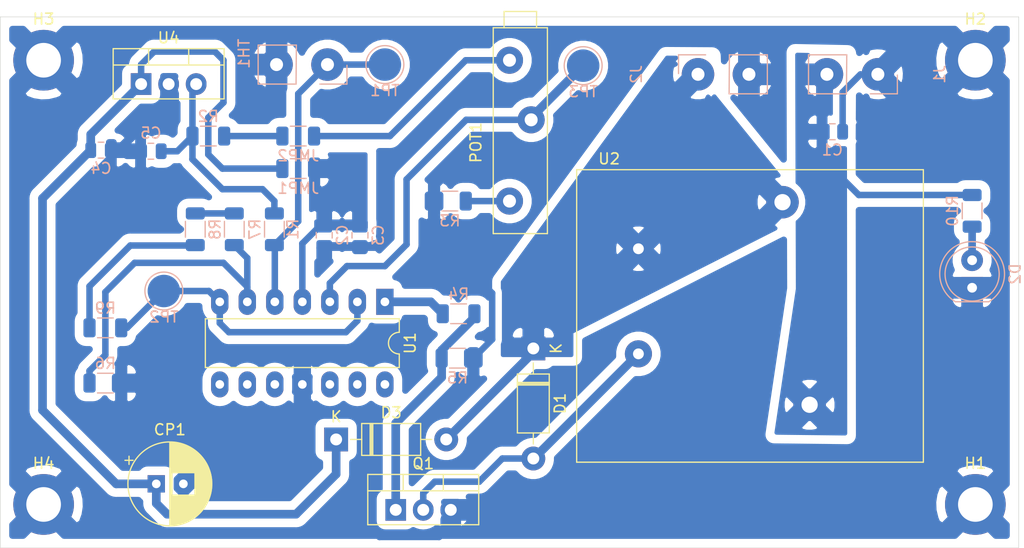
<source format=kicad_pcb>
(kicad_pcb (version 20171130) (host pcbnew "(5.1.12)-1")

  (general
    (thickness 1.6)
    (drawings 4)
    (tracks 147)
    (zones 0)
    (modules 36)
    (nets 18)
  )

  (page A4)
  (layers
    (0 F.Cu signal)
    (31 B.Cu signal)
    (32 B.Adhes user)
    (33 F.Adhes user)
    (34 B.Paste user)
    (35 F.Paste user)
    (36 B.SilkS user)
    (37 F.SilkS user)
    (38 B.Mask user)
    (39 F.Mask user)
    (40 Dwgs.User user)
    (41 Cmts.User user)
    (42 Eco1.User user)
    (43 Eco2.User user)
    (44 Edge.Cuts user)
    (45 Margin user)
    (46 B.CrtYd user hide)
    (47 F.CrtYd user hide)
    (48 B.Fab user hide)
    (49 F.Fab user hide)
  )

  (setup
    (last_trace_width 0.6)
    (user_trace_width 0.4)
    (user_trace_width 0.5)
    (user_trace_width 0.6)
    (user_trace_width 0.7)
    (user_trace_width 0.8)
    (trace_clearance 0.4)
    (zone_clearance 0.8)
    (zone_45_only no)
    (trace_min 0.4)
    (via_size 0.8)
    (via_drill 0.4)
    (via_min_size 0.4)
    (via_min_drill 0.3)
    (uvia_size 0.3)
    (uvia_drill 0.1)
    (uvias_allowed no)
    (uvia_min_size 0.2)
    (uvia_min_drill 0.1)
    (edge_width 0.05)
    (segment_width 0.2)
    (pcb_text_width 0.3)
    (pcb_text_size 1.5 1.5)
    (mod_edge_width 0.12)
    (mod_text_size 1 1)
    (mod_text_width 0.15)
    (pad_size 2 2)
    (pad_drill 0.9)
    (pad_to_mask_clearance 0)
    (aux_axis_origin 0 0)
    (visible_elements 7FFFFFFF)
    (pcbplotparams
      (layerselection 0x00000_fffffffe)
      (usegerberextensions false)
      (usegerberattributes true)
      (usegerberadvancedattributes true)
      (creategerberjobfile false)
      (excludeedgelayer true)
      (linewidth 0.100000)
      (plotframeref false)
      (viasonmask false)
      (mode 1)
      (useauxorigin false)
      (hpglpennumber 1)
      (hpglpenspeed 20)
      (hpglpendiameter 15.000000)
      (psnegative false)
      (psa4output false)
      (plotreference true)
      (plotvalue true)
      (plotinvisibletext false)
      (padsonsilk false)
      (subtractmaskfromsilk false)
      (outputformat 1)
      (mirror false)
      (drillshape 0)
      (scaleselection 1)
      (outputdirectory ""))
  )

  (net 0 "")
  (net 1 +12V)
  (net 2 GND)
  (net 3 +5V)
  (net 4 "Net-(R4-Pad2)")
  (net 5 "Net-(R7-Pad1)")
  (net 6 "Net-(R8-Pad1)")
  (net 7 /FAN_POS)
  (net 8 /GDR)
  (net 9 /SENS_VOUT)
  (net 10 /UB)
  (net 11 /LB)
  (net 12 /FB_OUT)
  (net 13 /FB_IN)
  (net 14 /VREF)
  (net 15 "Net-(D2-Pad2)")
  (net 16 V_DIODE)
  (net 17 "Net-(D1-Pad2)")

  (net_class Default "This is the default net class."
    (clearance 0.4)
    (trace_width 0.4)
    (via_dia 0.8)
    (via_drill 0.4)
    (uvia_dia 0.3)
    (uvia_drill 0.1)
    (diff_pair_width 0.4)
    (diff_pair_gap 0.25)
    (add_net +12V)
    (add_net +5V)
    (add_net /FAN_POS)
    (add_net /FB_IN)
    (add_net /FB_OUT)
    (add_net /GDR)
    (add_net /LB)
    (add_net /SENS_VOUT)
    (add_net /UB)
    (add_net /VREF)
    (add_net GND)
    (add_net "Net-(D1-Pad2)")
    (add_net "Net-(D2-Pad2)")
    (add_net "Net-(R4-Pad2)")
    (add_net "Net-(R7-Pad1)")
    (add_net "Net-(R8-Pad1)")
    (add_net V_DIODE)
  )

  (module LED_THT:LED_D5.0mm (layer B.Cu) (tedit 62E06FAC) (tstamp 62DB1355)
    (at 193.7 76 90)
    (descr "LED, diameter 5.0mm, 2 pins, http://cdn-reichelt.de/documents/datenblatt/A500/LL-504BC2E-009.pdf")
    (tags "LED diameter 5.0mm 2 pins")
    (path /62E26BB2)
    (fp_text reference D2 (at 1.27 3.96 90) (layer B.SilkS)
      (effects (font (size 1 1) (thickness 0.15)) (justify mirror))
    )
    (fp_text value LED (at 1.27 -3.96 90) (layer B.Fab)
      (effects (font (size 1 1) (thickness 0.15)) (justify mirror))
    )
    (fp_line (start 4.5 3.25) (end -1.95 3.25) (layer B.CrtYd) (width 0.05))
    (fp_line (start 4.5 -3.25) (end 4.5 3.25) (layer B.CrtYd) (width 0.05))
    (fp_line (start -1.95 -3.25) (end 4.5 -3.25) (layer B.CrtYd) (width 0.05))
    (fp_line (start -1.95 3.25) (end -1.95 -3.25) (layer B.CrtYd) (width 0.05))
    (fp_line (start -1.29 1.545) (end -1.29 -1.545) (layer B.SilkS) (width 0.12))
    (fp_line (start -1.23 1.469694) (end -1.23 -1.469694) (layer B.Fab) (width 0.1))
    (fp_circle (center 1.27 0) (end 3.77 0) (layer B.SilkS) (width 0.12))
    (fp_circle (center 1.27 0) (end 3.77 0) (layer B.Fab) (width 0.1))
    (fp_text user %R (at 1.25 0 90) (layer B.Fab)
      (effects (font (size 0.8 0.8) (thickness 0.2)) (justify mirror))
    )
    (fp_arc (start 1.27 0) (end -1.29 -1.54483) (angle 148.9) (layer B.SilkS) (width 0.12))
    (fp_arc (start 1.27 0) (end -1.29 1.54483) (angle -148.9) (layer B.SilkS) (width 0.12))
    (fp_arc (start 1.27 0) (end -1.23 1.469694) (angle -299.1) (layer B.Fab) (width 0.1))
    (pad 2 thru_hole circle (at 2.54 0 90) (size 2 2) (drill 0.9) (layers *.Cu *.Mask)
      (net 15 "Net-(D2-Pad2)"))
    (pad 1 thru_hole rect (at 0 0 90) (size 2 2) (drill 0.9) (layers *.Cu *.Mask)
      (net 2 GND))
    (model ${KISYS3DMOD}/LED_THT.3dshapes/LED_D5.0mm.wrl
      (at (xyz 0 0 0))
      (scale (xyz 1 1 1))
      (rotate (xyz 0 0 0))
    )
  )

  (module Resistor_SMD:R_1206_3216Metric (layer B.Cu) (tedit 5F68FEEE) (tstamp 62DC6D50)
    (at 131.5 62)
    (descr "Resistor SMD 1206 (3216 Metric), square (rectangular) end terminal, IPC_7351 nominal, (Body size source: IPC-SM-782 page 72, https://www.pcb-3d.com/wordpress/wp-content/uploads/ipc-sm-782a_amendment_1_and_2.pdf), generated with kicad-footprint-generator")
    (tags resistor)
    (path /62F405E3)
    (attr smd)
    (fp_text reference JMP2 (at 0 1.82) (layer B.SilkS)
      (effects (font (size 1 1) (thickness 0.15)) (justify mirror))
    )
    (fp_text value 0 (at 0 -1.82) (layer B.Fab)
      (effects (font (size 1 1) (thickness 0.15)) (justify mirror))
    )
    (fp_line (start -1.6 -0.8) (end -1.6 0.8) (layer B.Fab) (width 0.1))
    (fp_line (start -1.6 0.8) (end 1.6 0.8) (layer B.Fab) (width 0.1))
    (fp_line (start 1.6 0.8) (end 1.6 -0.8) (layer B.Fab) (width 0.1))
    (fp_line (start 1.6 -0.8) (end -1.6 -0.8) (layer B.Fab) (width 0.1))
    (fp_line (start -0.727064 0.91) (end 0.727064 0.91) (layer B.SilkS) (width 0.12))
    (fp_line (start -0.727064 -0.91) (end 0.727064 -0.91) (layer B.SilkS) (width 0.12))
    (fp_line (start -2.28 -1.12) (end -2.28 1.12) (layer B.CrtYd) (width 0.05))
    (fp_line (start -2.28 1.12) (end 2.28 1.12) (layer B.CrtYd) (width 0.05))
    (fp_line (start 2.28 1.12) (end 2.28 -1.12) (layer B.CrtYd) (width 0.05))
    (fp_line (start 2.28 -1.12) (end -2.28 -1.12) (layer B.CrtYd) (width 0.05))
    (fp_text user %R (at 0 0) (layer B.Fab)
      (effects (font (size 0.8 0.8) (thickness 0.12)) (justify mirror))
    )
    (pad 2 smd roundrect (at 1.4625 0) (size 1.125 1.75) (layers B.Cu B.Paste B.Mask) (roundrect_rratio 0.2222213333333333)
      (net 10 /UB))
    (pad 1 smd roundrect (at -1.4625 0) (size 1.125 1.75) (layers B.Cu B.Paste B.Mask) (roundrect_rratio 0.2222213333333333)
      (net 10 /UB))
    (model ${KISYS3DMOD}/Resistor_SMD.3dshapes/R_1206_3216Metric.wrl
      (at (xyz 0 0 0))
      (scale (xyz 1 1 1))
      (rotate (xyz 0 0 0))
    )
  )

  (module Resistor_SMD:R_1206_3216Metric (layer B.Cu) (tedit 5F68FEEE) (tstamp 62DC8C6A)
    (at 131.5 65)
    (descr "Resistor SMD 1206 (3216 Metric), square (rectangular) end terminal, IPC_7351 nominal, (Body size source: IPC-SM-782 page 72, https://www.pcb-3d.com/wordpress/wp-content/uploads/ipc-sm-782a_amendment_1_and_2.pdf), generated with kicad-footprint-generator")
    (tags resistor)
    (path /62F141F8)
    (attr smd)
    (fp_text reference JMP1 (at 0 1.82) (layer B.SilkS)
      (effects (font (size 1 1) (thickness 0.15)) (justify mirror))
    )
    (fp_text value 0 (at 0 -1.82) (layer B.Fab)
      (effects (font (size 1 1) (thickness 0.15)) (justify mirror))
    )
    (fp_line (start 2.28 -1.12) (end -2.28 -1.12) (layer B.CrtYd) (width 0.05))
    (fp_line (start 2.28 1.12) (end 2.28 -1.12) (layer B.CrtYd) (width 0.05))
    (fp_line (start -2.28 1.12) (end 2.28 1.12) (layer B.CrtYd) (width 0.05))
    (fp_line (start -2.28 -1.12) (end -2.28 1.12) (layer B.CrtYd) (width 0.05))
    (fp_line (start -0.727064 -0.91) (end 0.727064 -0.91) (layer B.SilkS) (width 0.12))
    (fp_line (start -0.727064 0.91) (end 0.727064 0.91) (layer B.SilkS) (width 0.12))
    (fp_line (start 1.6 -0.8) (end -1.6 -0.8) (layer B.Fab) (width 0.1))
    (fp_line (start 1.6 0.8) (end 1.6 -0.8) (layer B.Fab) (width 0.1))
    (fp_line (start -1.6 0.8) (end 1.6 0.8) (layer B.Fab) (width 0.1))
    (fp_line (start -1.6 -0.8) (end -1.6 0.8) (layer B.Fab) (width 0.1))
    (fp_text user %R (at 0 0) (layer B.Fab)
      (effects (font (size 0.8 0.8) (thickness 0.12)) (justify mirror))
    )
    (pad 2 smd roundrect (at 1.4625 0) (size 1.125 1.75) (layers B.Cu B.Paste B.Mask) (roundrect_rratio 0.2222213333333333)
      (net 16 V_DIODE))
    (pad 1 smd roundrect (at -1.4625 0) (size 1.125 1.75) (layers B.Cu B.Paste B.Mask) (roundrect_rratio 0.2222213333333333)
      (net 16 V_DIODE))
    (model ${KISYS3DMOD}/Resistor_SMD.3dshapes/R_1206_3216Metric.wrl
      (at (xyz 0 0 0))
      (scale (xyz 1 1 1))
      (rotate (xyz 0 0 0))
    )
  )

  (module MountingHole:MountingHole_3.2mm_M3_DIN965_Pad (layer F.Cu) (tedit 56D1B4CB) (tstamp 62DC8C05)
    (at 108 96)
    (descr "Mounting Hole 3.2mm, M3, DIN965")
    (tags "mounting hole 3.2mm m3 din965")
    (path /62F07502)
    (attr virtual)
    (fp_text reference H4 (at 0 -3.8) (layer F.SilkS)
      (effects (font (size 1 1) (thickness 0.15)))
    )
    (fp_text value MountingHole_Pad (at 0 3.8) (layer F.Fab)
      (effects (font (size 1 1) (thickness 0.15)))
    )
    (fp_circle (center 0 0) (end 3.05 0) (layer F.CrtYd) (width 0.05))
    (fp_circle (center 0 0) (end 2.8 0) (layer Cmts.User) (width 0.15))
    (fp_text user %R (at 0.3 0) (layer F.Fab)
      (effects (font (size 1 1) (thickness 0.15)))
    )
    (pad 1 thru_hole circle (at 0 0) (size 5.6 5.6) (drill 3.2) (layers *.Cu *.Mask)
      (net 2 GND))
  )

  (module MountingHole:MountingHole_3.2mm_M3_DIN965_Pad (layer F.Cu) (tedit 56D1B4CB) (tstamp 62DC8BFD)
    (at 108 55)
    (descr "Mounting Hole 3.2mm, M3, DIN965")
    (tags "mounting hole 3.2mm m3 din965")
    (path /62F08404)
    (attr virtual)
    (fp_text reference H3 (at 0 -3.8) (layer F.SilkS)
      (effects (font (size 1 1) (thickness 0.15)))
    )
    (fp_text value MountingHole_Pad (at 0 3.8) (layer F.Fab)
      (effects (font (size 1 1) (thickness 0.15)))
    )
    (fp_circle (center 0 0) (end 3.05 0) (layer F.CrtYd) (width 0.05))
    (fp_circle (center 0 0) (end 2.8 0) (layer Cmts.User) (width 0.15))
    (fp_text user %R (at 0.3 0) (layer F.Fab)
      (effects (font (size 1 1) (thickness 0.15)))
    )
    (pad 1 thru_hole circle (at 0 0) (size 5.6 5.6) (drill 3.2) (layers *.Cu *.Mask)
      (net 2 GND))
  )

  (module MountingHole:MountingHole_3.2mm_M3_DIN965_Pad (layer F.Cu) (tedit 56D1B4CB) (tstamp 62DC8BF5)
    (at 194 55)
    (descr "Mounting Hole 3.2mm, M3, DIN965")
    (tags "mounting hole 3.2mm m3 din965")
    (path /62F07929)
    (attr virtual)
    (fp_text reference H2 (at 0 -3.8) (layer F.SilkS)
      (effects (font (size 1 1) (thickness 0.15)))
    )
    (fp_text value MountingHole_Pad (at 0 3.8) (layer F.Fab)
      (effects (font (size 1 1) (thickness 0.15)))
    )
    (fp_circle (center 0 0) (end 3.05 0) (layer F.CrtYd) (width 0.05))
    (fp_circle (center 0 0) (end 2.8 0) (layer Cmts.User) (width 0.15))
    (fp_text user %R (at 0.3 0) (layer F.Fab)
      (effects (font (size 1 1) (thickness 0.15)))
    )
    (pad 1 thru_hole circle (at 0 0) (size 5.6 5.6) (drill 3.2) (layers *.Cu *.Mask)
      (net 2 GND))
  )

  (module MountingHole:MountingHole_3.2mm_M3_DIN965_Pad (layer F.Cu) (tedit 56D1B4CB) (tstamp 62DC8BED)
    (at 194 96)
    (descr "Mounting Hole 3.2mm, M3, DIN965")
    (tags "mounting hole 3.2mm m3 din965")
    (path /62F06CA2)
    (attr virtual)
    (fp_text reference H1 (at 0 -3.8) (layer F.SilkS)
      (effects (font (size 1 1) (thickness 0.15)))
    )
    (fp_text value MountingHole_Pad (at 0 3.8) (layer F.Fab)
      (effects (font (size 1 1) (thickness 0.15)))
    )
    (fp_circle (center 0 0) (end 3.05 0) (layer F.CrtYd) (width 0.05))
    (fp_circle (center 0 0) (end 2.8 0) (layer Cmts.User) (width 0.15))
    (fp_text user %R (at 0.3 0) (layer F.Fab)
      (effects (font (size 1 1) (thickness 0.15)))
    )
    (pad 1 thru_hole circle (at 0 0) (size 5.6 5.6) (drill 3.2) (layers *.Cu *.Mask)
      (net 2 GND))
  )

  (module Personal_Footprint_Library:RX-7_COOLANT_TEMP_2_PIN_CONN (layer B.Cu) (tedit 62DB0CA6) (tstamp 62DC4100)
    (at 169.6 56.3 270)
    (descr "Through hole straight pin header, 1x02, 2.54mm pitch, single row")
    (tags "Through hole pin header THT 1x02 2.54mm single row")
    (path /62E622C6)
    (fp_text reference J2 (at 0 6.9 270) (layer B.SilkS)
      (effects (font (size 1 1) (thickness 0.15)) (justify mirror))
    )
    (fp_text value "+12V Connector" (at 0.2 -6.3 270) (layer B.Fab)
      (effects (font (size 1 1) (thickness 0.15)) (justify mirror))
    )
    (fp_line (start 2 3.2) (end -2 3.2) (layer B.CrtYd) (width 0.05))
    (fp_line (start 2 -5.5) (end 2 3.2) (layer B.CrtYd) (width 0.05))
    (fp_line (start -2 -5.5) (end 2 -5.5) (layer B.CrtYd) (width 0.05))
    (fp_line (start -2 3.2) (end -2 -5.5) (layer B.CrtYd) (width 0.05))
    (fp_line (start -1.8 3) (end -0.07 3) (layer B.SilkS) (width 0.12))
    (fp_line (start -1.8 0.5) (end -1.8 3) (layer B.SilkS) (width 0.12))
    (fp_line (start -1.8 -1.7) (end 1.8 -1.67) (layer B.SilkS) (width 0.12))
    (fp_line (start 1.8 -1.67) (end 1.8 -5.2) (layer B.SilkS) (width 0.12))
    (fp_line (start -1.8 -1.7) (end -1.8 -5.2) (layer B.SilkS) (width 0.12))
    (fp_line (start -1.8 -5.2) (end 1.8 -5.2) (layer B.SilkS) (width 0.12))
    (fp_line (start -1.27 1.035) (end -0.635 1.67) (layer B.Fab) (width 0.1))
    (fp_line (start -1.27 -3.81) (end -1.27 0.635) (layer B.Fab) (width 0.1))
    (fp_line (start 1.27 -4.21) (end -1.27 -4.21) (layer B.Fab) (width 0.1))
    (fp_line (start 1.27 1.27) (end 1.27 -3.81) (layer B.Fab) (width 0.1))
    (fp_line (start -0.635 1.67) (end 1.27 1.67) (layer B.Fab) (width 0.1))
    (fp_text user %R (at 0 -1.27) (layer B.Fab)
      (effects (font (size 1 1) (thickness 0.15)) (justify mirror))
    )
    (pad 1 thru_hole circle (at 0 1.2 270) (size 3 3) (drill 1.2) (layers *.Cu *.Mask)
      (net 1 +12V))
    (pad 2 thru_hole oval (at 0 -3.5 270) (size 3 3) (drill 1.2) (layers *.Cu *.Mask)
      (net 2 GND))
  )

  (module Personal_Footprint_Library:AZ2100_1A_12DEF (layer F.Cu) (tedit 62DC2710) (tstamp 62DC4A43)
    (at 157.2 92.1)
    (path /62D42F6E)
    (fp_text reference U2 (at 3 -28) (layer F.SilkS)
      (effects (font (size 1 1) (thickness 0.15)))
    )
    (fp_text value AZ2100_1A_12DEF (at 4 -30) (layer F.Fab)
      (effects (font (size 1 1) (thickness 0.15)))
    )
    (fp_line (start 32.5 -27.5) (end -0.5 -27.5) (layer F.CrtYd) (width 0.12))
    (fp_line (start 32.5 0.5) (end 32.5 -27.5) (layer F.CrtYd) (width 0.12))
    (fp_line (start -0.5 0.5) (end 32.5 0.5) (layer F.CrtYd) (width 0.12))
    (fp_line (start -0.5 -27.5) (end -0.5 0.5) (layer F.CrtYd) (width 0.12))
    (fp_line (start 32 0) (end 0 0) (layer F.SilkS) (width 0.12))
    (fp_line (start 32 -27) (end 32 0) (layer F.SilkS) (width 0.12))
    (fp_line (start 0 -27) (end 32 -27) (layer F.SilkS) (width 0.12))
    (fp_line (start 0 0) (end 0 -27) (layer F.SilkS) (width 0.12))
    (pad 4 thru_hole circle (at 21.5 -5.3) (size 3 3) (drill 1.5) (layers *.Cu *.Mask)
      (net 7 /FAN_POS))
    (pad 3 thru_hole circle (at 19 -24) (size 3 3) (drill 1.5) (layers *.Cu *.Mask)
      (net 1 +12V))
    (pad 2 thru_hole circle (at 5.7 -10) (size 2.5 2.5) (drill 1) (layers *.Cu *.Mask)
      (net 17 "Net-(D1-Pad2)"))
    (pad 1 thru_hole circle (at 5.7 -19.7) (size 2.5 2.5) (drill 1) (layers *.Cu *.Mask)
      (net 1 +12V))
    (model "C:/Users/AJ992/Documents/My Projects/RX7_COOLANT_TEMP_CONTROLLER/RELAY_3D_001.STEP"
      (at (xyz 0 0 0))
      (scale (xyz 1 1 1))
      (rotate (xyz -90 0 0))
    )
  )

  (module Capacitor_THT:CP_Radial_D7.5mm_P2.50mm (layer F.Cu) (tedit 5AE50EF0) (tstamp 62DC344E)
    (at 118.4 94.1)
    (descr "CP, Radial series, Radial, pin pitch=2.50mm, , diameter=7.5mm, Electrolytic Capacitor")
    (tags "CP Radial series Radial pin pitch 2.50mm  diameter 7.5mm Electrolytic Capacitor")
    (path /62E768DF)
    (fp_text reference CP1 (at 1.25 -5) (layer F.SilkS)
      (effects (font (size 1 1) (thickness 0.15)))
    )
    (fp_text value 470u (at 1.25 5) (layer F.Fab)
      (effects (font (size 1 1) (thickness 0.15)))
    )
    (fp_line (start -2.517211 -2.55) (end -2.517211 -1.8) (layer F.SilkS) (width 0.12))
    (fp_line (start -2.892211 -2.175) (end -2.142211 -2.175) (layer F.SilkS) (width 0.12))
    (fp_line (start 5.091 -0.441) (end 5.091 0.441) (layer F.SilkS) (width 0.12))
    (fp_line (start 5.051 -0.693) (end 5.051 0.693) (layer F.SilkS) (width 0.12))
    (fp_line (start 5.011 -0.877) (end 5.011 0.877) (layer F.SilkS) (width 0.12))
    (fp_line (start 4.971 -1.028) (end 4.971 1.028) (layer F.SilkS) (width 0.12))
    (fp_line (start 4.931 -1.158) (end 4.931 1.158) (layer F.SilkS) (width 0.12))
    (fp_line (start 4.891 -1.275) (end 4.891 1.275) (layer F.SilkS) (width 0.12))
    (fp_line (start 4.851 -1.381) (end 4.851 1.381) (layer F.SilkS) (width 0.12))
    (fp_line (start 4.811 -1.478) (end 4.811 1.478) (layer F.SilkS) (width 0.12))
    (fp_line (start 4.771 -1.569) (end 4.771 1.569) (layer F.SilkS) (width 0.12))
    (fp_line (start 4.731 -1.654) (end 4.731 1.654) (layer F.SilkS) (width 0.12))
    (fp_line (start 4.691 -1.733) (end 4.691 1.733) (layer F.SilkS) (width 0.12))
    (fp_line (start 4.651 -1.809) (end 4.651 1.809) (layer F.SilkS) (width 0.12))
    (fp_line (start 4.611 -1.881) (end 4.611 1.881) (layer F.SilkS) (width 0.12))
    (fp_line (start 4.571 -1.949) (end 4.571 1.949) (layer F.SilkS) (width 0.12))
    (fp_line (start 4.531 -2.014) (end 4.531 2.014) (layer F.SilkS) (width 0.12))
    (fp_line (start 4.491 -2.077) (end 4.491 2.077) (layer F.SilkS) (width 0.12))
    (fp_line (start 4.451 -2.137) (end 4.451 2.137) (layer F.SilkS) (width 0.12))
    (fp_line (start 4.411 -2.195) (end 4.411 2.195) (layer F.SilkS) (width 0.12))
    (fp_line (start 4.371 -2.25) (end 4.371 2.25) (layer F.SilkS) (width 0.12))
    (fp_line (start 4.331 -2.304) (end 4.331 2.304) (layer F.SilkS) (width 0.12))
    (fp_line (start 4.291 -2.355) (end 4.291 2.355) (layer F.SilkS) (width 0.12))
    (fp_line (start 4.251 -2.405) (end 4.251 2.405) (layer F.SilkS) (width 0.12))
    (fp_line (start 4.211 -2.454) (end 4.211 2.454) (layer F.SilkS) (width 0.12))
    (fp_line (start 4.171 -2.5) (end 4.171 2.5) (layer F.SilkS) (width 0.12))
    (fp_line (start 4.131 -2.546) (end 4.131 2.546) (layer F.SilkS) (width 0.12))
    (fp_line (start 4.091 -2.589) (end 4.091 2.589) (layer F.SilkS) (width 0.12))
    (fp_line (start 4.051 -2.632) (end 4.051 2.632) (layer F.SilkS) (width 0.12))
    (fp_line (start 4.011 -2.673) (end 4.011 2.673) (layer F.SilkS) (width 0.12))
    (fp_line (start 3.971 -2.713) (end 3.971 2.713) (layer F.SilkS) (width 0.12))
    (fp_line (start 3.931 -2.752) (end 3.931 2.752) (layer F.SilkS) (width 0.12))
    (fp_line (start 3.891 -2.79) (end 3.891 2.79) (layer F.SilkS) (width 0.12))
    (fp_line (start 3.851 -2.827) (end 3.851 2.827) (layer F.SilkS) (width 0.12))
    (fp_line (start 3.811 -2.863) (end 3.811 2.863) (layer F.SilkS) (width 0.12))
    (fp_line (start 3.771 -2.898) (end 3.771 2.898) (layer F.SilkS) (width 0.12))
    (fp_line (start 3.731 -2.931) (end 3.731 2.931) (layer F.SilkS) (width 0.12))
    (fp_line (start 3.691 -2.964) (end 3.691 2.964) (layer F.SilkS) (width 0.12))
    (fp_line (start 3.651 -2.996) (end 3.651 2.996) (layer F.SilkS) (width 0.12))
    (fp_line (start 3.611 -3.028) (end 3.611 3.028) (layer F.SilkS) (width 0.12))
    (fp_line (start 3.571 -3.058) (end 3.571 3.058) (layer F.SilkS) (width 0.12))
    (fp_line (start 3.531 1.04) (end 3.531 3.088) (layer F.SilkS) (width 0.12))
    (fp_line (start 3.531 -3.088) (end 3.531 -1.04) (layer F.SilkS) (width 0.12))
    (fp_line (start 3.491 1.04) (end 3.491 3.116) (layer F.SilkS) (width 0.12))
    (fp_line (start 3.491 -3.116) (end 3.491 -1.04) (layer F.SilkS) (width 0.12))
    (fp_line (start 3.451 1.04) (end 3.451 3.144) (layer F.SilkS) (width 0.12))
    (fp_line (start 3.451 -3.144) (end 3.451 -1.04) (layer F.SilkS) (width 0.12))
    (fp_line (start 3.411 1.04) (end 3.411 3.172) (layer F.SilkS) (width 0.12))
    (fp_line (start 3.411 -3.172) (end 3.411 -1.04) (layer F.SilkS) (width 0.12))
    (fp_line (start 3.371 1.04) (end 3.371 3.198) (layer F.SilkS) (width 0.12))
    (fp_line (start 3.371 -3.198) (end 3.371 -1.04) (layer F.SilkS) (width 0.12))
    (fp_line (start 3.331 1.04) (end 3.331 3.224) (layer F.SilkS) (width 0.12))
    (fp_line (start 3.331 -3.224) (end 3.331 -1.04) (layer F.SilkS) (width 0.12))
    (fp_line (start 3.291 1.04) (end 3.291 3.249) (layer F.SilkS) (width 0.12))
    (fp_line (start 3.291 -3.249) (end 3.291 -1.04) (layer F.SilkS) (width 0.12))
    (fp_line (start 3.251 1.04) (end 3.251 3.274) (layer F.SilkS) (width 0.12))
    (fp_line (start 3.251 -3.274) (end 3.251 -1.04) (layer F.SilkS) (width 0.12))
    (fp_line (start 3.211 1.04) (end 3.211 3.297) (layer F.SilkS) (width 0.12))
    (fp_line (start 3.211 -3.297) (end 3.211 -1.04) (layer F.SilkS) (width 0.12))
    (fp_line (start 3.171 1.04) (end 3.171 3.321) (layer F.SilkS) (width 0.12))
    (fp_line (start 3.171 -3.321) (end 3.171 -1.04) (layer F.SilkS) (width 0.12))
    (fp_line (start 3.131 1.04) (end 3.131 3.343) (layer F.SilkS) (width 0.12))
    (fp_line (start 3.131 -3.343) (end 3.131 -1.04) (layer F.SilkS) (width 0.12))
    (fp_line (start 3.091 1.04) (end 3.091 3.365) (layer F.SilkS) (width 0.12))
    (fp_line (start 3.091 -3.365) (end 3.091 -1.04) (layer F.SilkS) (width 0.12))
    (fp_line (start 3.051 1.04) (end 3.051 3.386) (layer F.SilkS) (width 0.12))
    (fp_line (start 3.051 -3.386) (end 3.051 -1.04) (layer F.SilkS) (width 0.12))
    (fp_line (start 3.011 1.04) (end 3.011 3.407) (layer F.SilkS) (width 0.12))
    (fp_line (start 3.011 -3.407) (end 3.011 -1.04) (layer F.SilkS) (width 0.12))
    (fp_line (start 2.971 1.04) (end 2.971 3.427) (layer F.SilkS) (width 0.12))
    (fp_line (start 2.971 -3.427) (end 2.971 -1.04) (layer F.SilkS) (width 0.12))
    (fp_line (start 2.931 1.04) (end 2.931 3.447) (layer F.SilkS) (width 0.12))
    (fp_line (start 2.931 -3.447) (end 2.931 -1.04) (layer F.SilkS) (width 0.12))
    (fp_line (start 2.891 1.04) (end 2.891 3.466) (layer F.SilkS) (width 0.12))
    (fp_line (start 2.891 -3.466) (end 2.891 -1.04) (layer F.SilkS) (width 0.12))
    (fp_line (start 2.851 1.04) (end 2.851 3.484) (layer F.SilkS) (width 0.12))
    (fp_line (start 2.851 -3.484) (end 2.851 -1.04) (layer F.SilkS) (width 0.12))
    (fp_line (start 2.811 1.04) (end 2.811 3.502) (layer F.SilkS) (width 0.12))
    (fp_line (start 2.811 -3.502) (end 2.811 -1.04) (layer F.SilkS) (width 0.12))
    (fp_line (start 2.771 1.04) (end 2.771 3.52) (layer F.SilkS) (width 0.12))
    (fp_line (start 2.771 -3.52) (end 2.771 -1.04) (layer F.SilkS) (width 0.12))
    (fp_line (start 2.731 1.04) (end 2.731 3.536) (layer F.SilkS) (width 0.12))
    (fp_line (start 2.731 -3.536) (end 2.731 -1.04) (layer F.SilkS) (width 0.12))
    (fp_line (start 2.691 1.04) (end 2.691 3.553) (layer F.SilkS) (width 0.12))
    (fp_line (start 2.691 -3.553) (end 2.691 -1.04) (layer F.SilkS) (width 0.12))
    (fp_line (start 2.651 1.04) (end 2.651 3.568) (layer F.SilkS) (width 0.12))
    (fp_line (start 2.651 -3.568) (end 2.651 -1.04) (layer F.SilkS) (width 0.12))
    (fp_line (start 2.611 1.04) (end 2.611 3.584) (layer F.SilkS) (width 0.12))
    (fp_line (start 2.611 -3.584) (end 2.611 -1.04) (layer F.SilkS) (width 0.12))
    (fp_line (start 2.571 1.04) (end 2.571 3.598) (layer F.SilkS) (width 0.12))
    (fp_line (start 2.571 -3.598) (end 2.571 -1.04) (layer F.SilkS) (width 0.12))
    (fp_line (start 2.531 1.04) (end 2.531 3.613) (layer F.SilkS) (width 0.12))
    (fp_line (start 2.531 -3.613) (end 2.531 -1.04) (layer F.SilkS) (width 0.12))
    (fp_line (start 2.491 1.04) (end 2.491 3.626) (layer F.SilkS) (width 0.12))
    (fp_line (start 2.491 -3.626) (end 2.491 -1.04) (layer F.SilkS) (width 0.12))
    (fp_line (start 2.451 1.04) (end 2.451 3.64) (layer F.SilkS) (width 0.12))
    (fp_line (start 2.451 -3.64) (end 2.451 -1.04) (layer F.SilkS) (width 0.12))
    (fp_line (start 2.411 1.04) (end 2.411 3.653) (layer F.SilkS) (width 0.12))
    (fp_line (start 2.411 -3.653) (end 2.411 -1.04) (layer F.SilkS) (width 0.12))
    (fp_line (start 2.371 1.04) (end 2.371 3.665) (layer F.SilkS) (width 0.12))
    (fp_line (start 2.371 -3.665) (end 2.371 -1.04) (layer F.SilkS) (width 0.12))
    (fp_line (start 2.331 1.04) (end 2.331 3.677) (layer F.SilkS) (width 0.12))
    (fp_line (start 2.331 -3.677) (end 2.331 -1.04) (layer F.SilkS) (width 0.12))
    (fp_line (start 2.291 1.04) (end 2.291 3.688) (layer F.SilkS) (width 0.12))
    (fp_line (start 2.291 -3.688) (end 2.291 -1.04) (layer F.SilkS) (width 0.12))
    (fp_line (start 2.251 1.04) (end 2.251 3.699) (layer F.SilkS) (width 0.12))
    (fp_line (start 2.251 -3.699) (end 2.251 -1.04) (layer F.SilkS) (width 0.12))
    (fp_line (start 2.211 1.04) (end 2.211 3.71) (layer F.SilkS) (width 0.12))
    (fp_line (start 2.211 -3.71) (end 2.211 -1.04) (layer F.SilkS) (width 0.12))
    (fp_line (start 2.171 1.04) (end 2.171 3.72) (layer F.SilkS) (width 0.12))
    (fp_line (start 2.171 -3.72) (end 2.171 -1.04) (layer F.SilkS) (width 0.12))
    (fp_line (start 2.131 1.04) (end 2.131 3.729) (layer F.SilkS) (width 0.12))
    (fp_line (start 2.131 -3.729) (end 2.131 -1.04) (layer F.SilkS) (width 0.12))
    (fp_line (start 2.091 1.04) (end 2.091 3.738) (layer F.SilkS) (width 0.12))
    (fp_line (start 2.091 -3.738) (end 2.091 -1.04) (layer F.SilkS) (width 0.12))
    (fp_line (start 2.051 1.04) (end 2.051 3.747) (layer F.SilkS) (width 0.12))
    (fp_line (start 2.051 -3.747) (end 2.051 -1.04) (layer F.SilkS) (width 0.12))
    (fp_line (start 2.011 1.04) (end 2.011 3.755) (layer F.SilkS) (width 0.12))
    (fp_line (start 2.011 -3.755) (end 2.011 -1.04) (layer F.SilkS) (width 0.12))
    (fp_line (start 1.971 1.04) (end 1.971 3.763) (layer F.SilkS) (width 0.12))
    (fp_line (start 1.971 -3.763) (end 1.971 -1.04) (layer F.SilkS) (width 0.12))
    (fp_line (start 1.93 1.04) (end 1.93 3.77) (layer F.SilkS) (width 0.12))
    (fp_line (start 1.93 -3.77) (end 1.93 -1.04) (layer F.SilkS) (width 0.12))
    (fp_line (start 1.89 1.04) (end 1.89 3.777) (layer F.SilkS) (width 0.12))
    (fp_line (start 1.89 -3.777) (end 1.89 -1.04) (layer F.SilkS) (width 0.12))
    (fp_line (start 1.85 1.04) (end 1.85 3.784) (layer F.SilkS) (width 0.12))
    (fp_line (start 1.85 -3.784) (end 1.85 -1.04) (layer F.SilkS) (width 0.12))
    (fp_line (start 1.81 1.04) (end 1.81 3.79) (layer F.SilkS) (width 0.12))
    (fp_line (start 1.81 -3.79) (end 1.81 -1.04) (layer F.SilkS) (width 0.12))
    (fp_line (start 1.77 1.04) (end 1.77 3.795) (layer F.SilkS) (width 0.12))
    (fp_line (start 1.77 -3.795) (end 1.77 -1.04) (layer F.SilkS) (width 0.12))
    (fp_line (start 1.73 1.04) (end 1.73 3.801) (layer F.SilkS) (width 0.12))
    (fp_line (start 1.73 -3.801) (end 1.73 -1.04) (layer F.SilkS) (width 0.12))
    (fp_line (start 1.69 1.04) (end 1.69 3.805) (layer F.SilkS) (width 0.12))
    (fp_line (start 1.69 -3.805) (end 1.69 -1.04) (layer F.SilkS) (width 0.12))
    (fp_line (start 1.65 1.04) (end 1.65 3.81) (layer F.SilkS) (width 0.12))
    (fp_line (start 1.65 -3.81) (end 1.65 -1.04) (layer F.SilkS) (width 0.12))
    (fp_line (start 1.61 1.04) (end 1.61 3.814) (layer F.SilkS) (width 0.12))
    (fp_line (start 1.61 -3.814) (end 1.61 -1.04) (layer F.SilkS) (width 0.12))
    (fp_line (start 1.57 1.04) (end 1.57 3.817) (layer F.SilkS) (width 0.12))
    (fp_line (start 1.57 -3.817) (end 1.57 -1.04) (layer F.SilkS) (width 0.12))
    (fp_line (start 1.53 1.04) (end 1.53 3.82) (layer F.SilkS) (width 0.12))
    (fp_line (start 1.53 -3.82) (end 1.53 -1.04) (layer F.SilkS) (width 0.12))
    (fp_line (start 1.49 1.04) (end 1.49 3.823) (layer F.SilkS) (width 0.12))
    (fp_line (start 1.49 -3.823) (end 1.49 -1.04) (layer F.SilkS) (width 0.12))
    (fp_line (start 1.45 -3.825) (end 1.45 3.825) (layer F.SilkS) (width 0.12))
    (fp_line (start 1.41 -3.827) (end 1.41 3.827) (layer F.SilkS) (width 0.12))
    (fp_line (start 1.37 -3.829) (end 1.37 3.829) (layer F.SilkS) (width 0.12))
    (fp_line (start 1.33 -3.83) (end 1.33 3.83) (layer F.SilkS) (width 0.12))
    (fp_line (start 1.29 -3.83) (end 1.29 3.83) (layer F.SilkS) (width 0.12))
    (fp_line (start 1.25 -3.83) (end 1.25 3.83) (layer F.SilkS) (width 0.12))
    (fp_line (start -1.586233 -2.0125) (end -1.586233 -1.2625) (layer F.Fab) (width 0.1))
    (fp_line (start -1.961233 -1.6375) (end -1.211233 -1.6375) (layer F.Fab) (width 0.1))
    (fp_circle (center 1.25 0) (end 5.25 0) (layer F.CrtYd) (width 0.05))
    (fp_circle (center 1.25 0) (end 5.12 0) (layer F.SilkS) (width 0.12))
    (fp_circle (center 1.25 0) (end 5 0) (layer F.Fab) (width 0.1))
    (fp_text user %R (at 1.25 0) (layer F.Fab)
      (effects (font (size 1 1) (thickness 0.15)))
    )
    (pad 2 thru_hole circle (at 2.5 0) (size 1.6 1.6) (drill 0.8) (layers *.Cu *.Mask)
      (net 2 GND))
    (pad 1 thru_hole rect (at 0 0) (size 1.6 1.6) (drill 0.8) (layers *.Cu *.Mask)
      (net 16 V_DIODE))
    (model ${KISYS3DMOD}/Capacitor_THT.3dshapes/CP_Radial_D7.5mm_P2.50mm.wrl
      (at (xyz 0 0 0))
      (scale (xyz 1 1 1))
      (rotate (xyz 0 0 0))
    )
  )

  (module Personal_Footprint_Library:RX-7_COOLANT_TEMP_2_PIN_CONN (layer B.Cu) (tedit 62DB0CA6) (tstamp 62DB1445)
    (at 133 55.4 90)
    (descr "Through hole straight pin header, 1x02, 2.54mm pitch, single row")
    (tags "Through hole pin header THT 1x02 2.54mm single row")
    (path /62F36286)
    (fp_text reference TH1 (at 1 -6.5 90) (layer B.SilkS)
      (effects (font (size 1 1) (thickness 0.15)) (justify mirror))
    )
    (fp_text value "Coolant Temp Sensor" (at 0.2 -6.3 90) (layer B.Fab)
      (effects (font (size 1 1) (thickness 0.15)) (justify mirror))
    )
    (fp_line (start 2 3.2) (end -2 3.2) (layer B.CrtYd) (width 0.05))
    (fp_line (start 2 -5.5) (end 2 3.2) (layer B.CrtYd) (width 0.05))
    (fp_line (start -2 -5.5) (end 2 -5.5) (layer B.CrtYd) (width 0.05))
    (fp_line (start -2 3.2) (end -2 -5.5) (layer B.CrtYd) (width 0.05))
    (fp_line (start -1.8 3) (end -0.07 3) (layer B.SilkS) (width 0.12))
    (fp_line (start -1.8 0.5) (end -1.8 3) (layer B.SilkS) (width 0.12))
    (fp_line (start -1.8 -1.7) (end 1.8 -1.67) (layer B.SilkS) (width 0.12))
    (fp_line (start 1.8 -1.67) (end 1.8 -5.2) (layer B.SilkS) (width 0.12))
    (fp_line (start -1.8 -1.7) (end -1.8 -5.2) (layer B.SilkS) (width 0.12))
    (fp_line (start -1.8 -5.2) (end 1.8 -5.2) (layer B.SilkS) (width 0.12))
    (fp_line (start -1.27 1.035) (end -0.635 1.67) (layer B.Fab) (width 0.1))
    (fp_line (start -1.27 -3.81) (end -1.27 0.635) (layer B.Fab) (width 0.1))
    (fp_line (start 1.27 -4.21) (end -1.27 -4.21) (layer B.Fab) (width 0.1))
    (fp_line (start 1.27 1.27) (end 1.27 -3.81) (layer B.Fab) (width 0.1))
    (fp_line (start -0.635 1.67) (end 1.27 1.67) (layer B.Fab) (width 0.1))
    (fp_text user %R (at 0 -1.27 180) (layer B.Fab)
      (effects (font (size 1 1) (thickness 0.15)) (justify mirror))
    )
    (pad 1 thru_hole circle (at 0 1.2 90) (size 3 3) (drill 1.2) (layers *.Cu *.Mask)
      (net 9 /SENS_VOUT))
    (pad 2 thru_hole oval (at 0 -3.5 90) (size 3 3) (drill 1.2) (layers *.Cu *.Mask)
      (net 2 GND))
  )

  (module Personal_Footprint_Library:20K_RECT_POT (layer F.Cu) (tedit 62DC1C3B) (tstamp 62DC272D)
    (at 154.5 71 90)
    (path /62F41736)
    (fp_text reference POT1 (at 8.4 -6.6 90) (layer F.SilkS)
      (effects (font (size 1 1) (thickness 0.15)))
    )
    (fp_text value 10k (at 5.5 -7.5 90) (layer F.Fab)
      (effects (font (size 1 1) (thickness 0.15)))
    )
    (fp_line (start -1 1) (end -1 -6) (layer F.CrtYd) (width 0.12))
    (fp_line (start 20.5 1) (end -1 1) (layer F.CrtYd) (width 0.12))
    (fp_line (start 20.5 0) (end 20.5 1) (layer F.CrtYd) (width 0.12))
    (fp_line (start 21.5 0) (end 20.5 0) (layer F.CrtYd) (width 0.12))
    (fp_line (start 21.5 -5) (end 21.5 0) (layer F.CrtYd) (width 0.12))
    (fp_line (start 20.5 -5) (end 21.5 -5) (layer F.CrtYd) (width 0.12))
    (fp_line (start 20.5 -6) (end 20.5 -5) (layer F.CrtYd) (width 0.12))
    (fp_line (start -1 -6) (end 20.5 -6) (layer F.CrtYd) (width 0.12))
    (fp_line (start 20.5 -4) (end 19 -4) (layer F.SilkS) (width 0.12))
    (fp_line (start 20.5 -1) (end 20.5 -4) (layer F.SilkS) (width 0.12))
    (fp_line (start 19 -1) (end 20.5 -1) (layer F.SilkS) (width 0.12))
    (fp_line (start 19 0) (end 0 0) (layer F.SilkS) (width 0.12))
    (fp_line (start 19 -5) (end 19 0) (layer F.SilkS) (width 0.12))
    (fp_line (start 0 -5) (end 19 -5) (layer F.SilkS) (width 0.12))
    (fp_line (start 0 0) (end 0 -5) (layer F.SilkS) (width 0.12))
    (pad 3 thru_hole circle (at 16 -3.5 90) (size 2.5 2.5) (drill 1.2) (layers *.Cu *.Mask)
      (net 10 /UB))
    (pad 2 thru_hole circle (at 10.5 -1.5 90) (size 2.5 2.5) (drill 1.2) (layers *.Cu *.Mask)
      (net 14 /VREF))
    (pad 1 thru_hole circle (at 3 -3.5 90) (size 2.5 2.5) (drill 1.2) (layers *.Cu *.Mask)
      (net 11 /LB))
    (model "C:/Users/AJ992/Documents/My Projects/RX7_COOLANT_TEMP_CONTROLLER/POTENTIOMETER_3D_001.STEP"
      (at (xyz 0 0 0))
      (scale (xyz 1 1 1))
      (rotate (xyz -90 0 0))
    )
  )

  (module Personal_Footprint_Library:RX-7_COOLANT_TEMP_2_PIN_CONN (layer B.Cu) (tedit 62DB0CA6) (tstamp 62DB136B)
    (at 183.8 56.3 90)
    (descr "Through hole straight pin header, 1x02, 2.54mm pitch, single row")
    (tags "Through hole pin header THT 1x02 2.54mm single row")
    (path /62F5BFFA)
    (fp_text reference J1 (at 0 6.9 90) (layer B.SilkS)
      (effects (font (size 1 1) (thickness 0.15)) (justify mirror))
    )
    (fp_text value "Fan Connector" (at 0.2 -6.3 90) (layer B.Fab)
      (effects (font (size 1 1) (thickness 0.15)) (justify mirror))
    )
    (fp_line (start 2 3.2) (end -2 3.2) (layer B.CrtYd) (width 0.05))
    (fp_line (start 2 -5.5) (end 2 3.2) (layer B.CrtYd) (width 0.05))
    (fp_line (start -2 -5.5) (end 2 -5.5) (layer B.CrtYd) (width 0.05))
    (fp_line (start -2 3.2) (end -2 -5.5) (layer B.CrtYd) (width 0.05))
    (fp_line (start -1.8 3) (end -0.07 3) (layer B.SilkS) (width 0.12))
    (fp_line (start -1.8 0.5) (end -1.8 3) (layer B.SilkS) (width 0.12))
    (fp_line (start -1.8 -1.7) (end 1.8 -1.67) (layer B.SilkS) (width 0.12))
    (fp_line (start 1.8 -1.67) (end 1.8 -5.2) (layer B.SilkS) (width 0.12))
    (fp_line (start -1.8 -1.7) (end -1.8 -5.2) (layer B.SilkS) (width 0.12))
    (fp_line (start -1.8 -5.2) (end 1.8 -5.2) (layer B.SilkS) (width 0.12))
    (fp_line (start -1.27 1.035) (end -0.635 1.67) (layer B.Fab) (width 0.1))
    (fp_line (start -1.27 -3.81) (end -1.27 0.635) (layer B.Fab) (width 0.1))
    (fp_line (start 1.27 -4.21) (end -1.27 -4.21) (layer B.Fab) (width 0.1))
    (fp_line (start 1.27 1.27) (end 1.27 -3.81) (layer B.Fab) (width 0.1))
    (fp_line (start -0.635 1.67) (end 1.27 1.67) (layer B.Fab) (width 0.1))
    (fp_text user %R (at 0 -1.27 180) (layer B.Fab)
      (effects (font (size 1 1) (thickness 0.15)) (justify mirror))
    )
    (pad 1 thru_hole circle (at 0 1.2 90) (size 3 3) (drill 1.2) (layers *.Cu *.Mask)
      (net 2 GND))
    (pad 2 thru_hole oval (at 0 -3.5 90) (size 3 3) (drill 1.2) (layers *.Cu *.Mask)
      (net 7 /FAN_POS))
  )

  (module Diode_THT:D_DO-41_SOD81_P10.16mm_Horizontal (layer F.Cu) (tedit 5AE50CD5) (tstamp 62DC2702)
    (at 135 90)
    (descr "Diode, DO-41_SOD81 series, Axial, Horizontal, pin pitch=10.16mm, , length*diameter=5.2*2.7mm^2, , http://www.diodes.com/_files/packages/DO-41%20(Plastic).pdf")
    (tags "Diode DO-41_SOD81 series Axial Horizontal pin pitch 10.16mm  length 5.2mm diameter 2.7mm")
    (path /62E79DDE)
    (fp_text reference D3 (at 5.08 -2.47) (layer F.SilkS)
      (effects (font (size 1 1) (thickness 0.15)))
    )
    (fp_text value 1N1589 (at 5.08 2.47) (layer F.Fab)
      (effects (font (size 1 1) (thickness 0.15)))
    )
    (fp_line (start 11.51 -1.6) (end -1.35 -1.6) (layer F.CrtYd) (width 0.05))
    (fp_line (start 11.51 1.6) (end 11.51 -1.6) (layer F.CrtYd) (width 0.05))
    (fp_line (start -1.35 1.6) (end 11.51 1.6) (layer F.CrtYd) (width 0.05))
    (fp_line (start -1.35 -1.6) (end -1.35 1.6) (layer F.CrtYd) (width 0.05))
    (fp_line (start 3.14 -1.47) (end 3.14 1.47) (layer F.SilkS) (width 0.12))
    (fp_line (start 3.38 -1.47) (end 3.38 1.47) (layer F.SilkS) (width 0.12))
    (fp_line (start 3.26 -1.47) (end 3.26 1.47) (layer F.SilkS) (width 0.12))
    (fp_line (start 8.82 0) (end 7.8 0) (layer F.SilkS) (width 0.12))
    (fp_line (start 1.34 0) (end 2.36 0) (layer F.SilkS) (width 0.12))
    (fp_line (start 7.8 -1.47) (end 2.36 -1.47) (layer F.SilkS) (width 0.12))
    (fp_line (start 7.8 1.47) (end 7.8 -1.47) (layer F.SilkS) (width 0.12))
    (fp_line (start 2.36 1.47) (end 7.8 1.47) (layer F.SilkS) (width 0.12))
    (fp_line (start 2.36 -1.47) (end 2.36 1.47) (layer F.SilkS) (width 0.12))
    (fp_line (start 3.16 -1.35) (end 3.16 1.35) (layer F.Fab) (width 0.1))
    (fp_line (start 3.36 -1.35) (end 3.36 1.35) (layer F.Fab) (width 0.1))
    (fp_line (start 3.26 -1.35) (end 3.26 1.35) (layer F.Fab) (width 0.1))
    (fp_line (start 10.16 0) (end 7.68 0) (layer F.Fab) (width 0.1))
    (fp_line (start 0 0) (end 2.48 0) (layer F.Fab) (width 0.1))
    (fp_line (start 7.68 -1.35) (end 2.48 -1.35) (layer F.Fab) (width 0.1))
    (fp_line (start 7.68 1.35) (end 7.68 -1.35) (layer F.Fab) (width 0.1))
    (fp_line (start 2.48 1.35) (end 7.68 1.35) (layer F.Fab) (width 0.1))
    (fp_line (start 2.48 -1.35) (end 2.48 1.35) (layer F.Fab) (width 0.1))
    (fp_text user K (at 0 -2.1) (layer F.SilkS)
      (effects (font (size 1 1) (thickness 0.15)))
    )
    (fp_text user K (at 0 -2.1) (layer F.Fab)
      (effects (font (size 1 1) (thickness 0.15)))
    )
    (fp_text user %R (at 5.47 0) (layer F.Fab)
      (effects (font (size 1 1) (thickness 0.15)))
    )
    (pad 2 thru_hole oval (at 10.16 0) (size 2.2 2.2) (drill 1.1) (layers *.Cu *.Mask)
      (net 1 +12V))
    (pad 1 thru_hole rect (at 0 0) (size 2.2 2.2) (drill 1.1) (layers *.Cu *.Mask)
      (net 16 V_DIODE))
    (model ${KISYS3DMOD}/Diode_THT.3dshapes/D_DO-41_SOD81_P10.16mm_Horizontal.wrl
      (at (xyz 0 0 0))
      (scale (xyz 1 1 1))
      (rotate (xyz 0 0 0))
    )
  )

  (module Package_TO_SOT_THT:TO-220-3_Vertical (layer F.Cu) (tedit 5AC8BA0D) (tstamp 62DCAF67)
    (at 117 57.2)
    (descr "TO-220-3, Vertical, RM 2.54mm, see https://www.vishay.com/docs/66542/to-220-1.pdf")
    (tags "TO-220-3 Vertical RM 2.54mm")
    (path /62DB0EFB)
    (fp_text reference U4 (at 2.54 -4.27) (layer F.SilkS)
      (effects (font (size 1 1) (thickness 0.15)))
    )
    (fp_text value LM7805_TO220 (at 2.54 2.5) (layer F.Fab)
      (effects (font (size 1 1) (thickness 0.15)))
    )
    (fp_line (start -2.46 -3.15) (end -2.46 1.25) (layer F.Fab) (width 0.1))
    (fp_line (start -2.46 1.25) (end 7.54 1.25) (layer F.Fab) (width 0.1))
    (fp_line (start 7.54 1.25) (end 7.54 -3.15) (layer F.Fab) (width 0.1))
    (fp_line (start 7.54 -3.15) (end -2.46 -3.15) (layer F.Fab) (width 0.1))
    (fp_line (start -2.46 -1.88) (end 7.54 -1.88) (layer F.Fab) (width 0.1))
    (fp_line (start 0.69 -3.15) (end 0.69 -1.88) (layer F.Fab) (width 0.1))
    (fp_line (start 4.39 -3.15) (end 4.39 -1.88) (layer F.Fab) (width 0.1))
    (fp_line (start -2.58 -3.27) (end 7.66 -3.27) (layer F.SilkS) (width 0.12))
    (fp_line (start -2.58 1.371) (end 7.66 1.371) (layer F.SilkS) (width 0.12))
    (fp_line (start -2.58 -3.27) (end -2.58 1.371) (layer F.SilkS) (width 0.12))
    (fp_line (start 7.66 -3.27) (end 7.66 1.371) (layer F.SilkS) (width 0.12))
    (fp_line (start -2.58 -1.76) (end 7.66 -1.76) (layer F.SilkS) (width 0.12))
    (fp_line (start 0.69 -3.27) (end 0.69 -1.76) (layer F.SilkS) (width 0.12))
    (fp_line (start 4.391 -3.27) (end 4.391 -1.76) (layer F.SilkS) (width 0.12))
    (fp_line (start -2.71 -3.4) (end -2.71 1.51) (layer F.CrtYd) (width 0.05))
    (fp_line (start -2.71 1.51) (end 7.79 1.51) (layer F.CrtYd) (width 0.05))
    (fp_line (start 7.79 1.51) (end 7.79 -3.4) (layer F.CrtYd) (width 0.05))
    (fp_line (start 7.79 -3.4) (end -2.71 -3.4) (layer F.CrtYd) (width 0.05))
    (fp_text user %R (at 2.54 -4.27) (layer F.Fab)
      (effects (font (size 1 1) (thickness 0.15)))
    )
    (pad 3 thru_hole oval (at 5.08 0) (size 1.905 2) (drill 1.1) (layers *.Cu *.Mask)
      (net 3 +5V))
    (pad 2 thru_hole oval (at 2.54 0) (size 1.905 2) (drill 1.1) (layers *.Cu *.Mask)
      (net 2 GND))
    (pad 1 thru_hole rect (at 0 0) (size 1.905 2) (drill 1.1) (layers *.Cu *.Mask)
      (net 16 V_DIODE))
    (model ${KISYS3DMOD}/Package_TO_SOT_THT.3dshapes/TO-220-3_Vertical.wrl
      (at (xyz 0 0 0))
      (scale (xyz 1 1 1))
      (rotate (xyz 0 0 0))
    )
  )

  (module Package_DIP:DIP-14_W7.62mm_LongPads (layer F.Cu) (tedit 5A02E8C5) (tstamp 62DB147F)
    (at 139.5 77.3 270)
    (descr "14-lead though-hole mounted DIP package, row spacing 7.62 mm (300 mils), LongPads")
    (tags "THT DIP DIL PDIP 2.54mm 7.62mm 300mil LongPads")
    (path /62F46AD7)
    (fp_text reference U1 (at 3.81 -2.33 90) (layer F.SilkS)
      (effects (font (size 1 1) (thickness 0.15)))
    )
    (fp_text value LM324 (at 3.81 17.57 90) (layer F.Fab)
      (effects (font (size 1 1) (thickness 0.15)))
    )
    (fp_line (start 1.635 -1.27) (end 6.985 -1.27) (layer F.Fab) (width 0.1))
    (fp_line (start 6.985 -1.27) (end 6.985 16.51) (layer F.Fab) (width 0.1))
    (fp_line (start 6.985 16.51) (end 0.635 16.51) (layer F.Fab) (width 0.1))
    (fp_line (start 0.635 16.51) (end 0.635 -0.27) (layer F.Fab) (width 0.1))
    (fp_line (start 0.635 -0.27) (end 1.635 -1.27) (layer F.Fab) (width 0.1))
    (fp_line (start 2.81 -1.33) (end 1.56 -1.33) (layer F.SilkS) (width 0.12))
    (fp_line (start 1.56 -1.33) (end 1.56 16.57) (layer F.SilkS) (width 0.12))
    (fp_line (start 1.56 16.57) (end 6.06 16.57) (layer F.SilkS) (width 0.12))
    (fp_line (start 6.06 16.57) (end 6.06 -1.33) (layer F.SilkS) (width 0.12))
    (fp_line (start 6.06 -1.33) (end 4.81 -1.33) (layer F.SilkS) (width 0.12))
    (fp_line (start -1.45 -1.55) (end -1.45 16.8) (layer F.CrtYd) (width 0.05))
    (fp_line (start -1.45 16.8) (end 9.1 16.8) (layer F.CrtYd) (width 0.05))
    (fp_line (start 9.1 16.8) (end 9.1 -1.55) (layer F.CrtYd) (width 0.05))
    (fp_line (start 9.1 -1.55) (end -1.45 -1.55) (layer F.CrtYd) (width 0.05))
    (fp_text user %R (at 3.81 7.62 90) (layer F.Fab)
      (effects (font (size 1 1) (thickness 0.15)))
    )
    (fp_arc (start 3.81 -1.33) (end 2.81 -1.33) (angle -180) (layer F.SilkS) (width 0.12))
    (pad 14 thru_hole oval (at 7.62 0 270) (size 2.4 1.6) (drill 0.8) (layers *.Cu *.Mask))
    (pad 7 thru_hole oval (at 0 15.24 270) (size 2.4 1.6) (drill 0.8) (layers *.Cu *.Mask)
      (net 13 /FB_IN))
    (pad 13 thru_hole oval (at 7.62 2.54 270) (size 2.4 1.6) (drill 0.8) (layers *.Cu *.Mask))
    (pad 6 thru_hole oval (at 0 12.7 270) (size 2.4 1.6) (drill 0.8) (layers *.Cu *.Mask)
      (net 12 /FB_OUT))
    (pad 12 thru_hole oval (at 7.62 5.08 270) (size 2.4 1.6) (drill 0.8) (layers *.Cu *.Mask))
    (pad 5 thru_hole oval (at 0 10.16 270) (size 2.4 1.6) (drill 0.8) (layers *.Cu *.Mask)
      (net 9 /SENS_VOUT))
    (pad 11 thru_hole oval (at 7.62 7.62 270) (size 2.4 1.6) (drill 0.8) (layers *.Cu *.Mask)
      (net 2 GND))
    (pad 4 thru_hole oval (at 0 7.62 270) (size 2.4 1.6) (drill 0.8) (layers *.Cu *.Mask)
      (net 16 V_DIODE))
    (pad 10 thru_hole oval (at 7.62 10.16 270) (size 2.4 1.6) (drill 0.8) (layers *.Cu *.Mask))
    (pad 3 thru_hole oval (at 0 5.08 270) (size 2.4 1.6) (drill 0.8) (layers *.Cu *.Mask)
      (net 14 /VREF))
    (pad 9 thru_hole oval (at 7.62 12.7 270) (size 2.4 1.6) (drill 0.8) (layers *.Cu *.Mask))
    (pad 2 thru_hole oval (at 0 2.54 270) (size 2.4 1.6) (drill 0.8) (layers *.Cu *.Mask)
      (net 13 /FB_IN))
    (pad 8 thru_hole oval (at 7.62 15.24 270) (size 2.4 1.6) (drill 0.8) (layers *.Cu *.Mask))
    (pad 1 thru_hole rect (at 0 0 270) (size 2.4 1.6) (drill 0.8) (layers *.Cu *.Mask)
      (net 4 "Net-(R4-Pad2)"))
    (model ${KISYS3DMOD}/Package_DIP.3dshapes/DIP-14_W7.62mm.wrl
      (at (xyz 0 0 0))
      (scale (xyz 1 1 1))
      (rotate (xyz 0 0 0))
    )
  )

  (module TestPoint:TestPoint_Pad_D3.0mm (layer B.Cu) (tedit 5A0F774F) (tstamp 62DC8347)
    (at 157.8 55.5)
    (descr "SMD pad as test Point, diameter 3.0mm")
    (tags "test point SMD pad")
    (path /62E0CCE5)
    (attr virtual)
    (fp_text reference TP3 (at 0 2.398) (layer B.SilkS)
      (effects (font (size 1 1) (thickness 0.15)) (justify mirror))
    )
    (fp_text value Vref (at 0 -2.55) (layer B.Fab)
      (effects (font (size 1 1) (thickness 0.15)) (justify mirror))
    )
    (fp_circle (center 0 0) (end 2 0) (layer B.CrtYd) (width 0.05))
    (fp_circle (center 0 0) (end 0 -1.75) (layer B.SilkS) (width 0.12))
    (fp_text user %R (at 0 2.4) (layer B.Fab)
      (effects (font (size 1 1) (thickness 0.15)) (justify mirror))
    )
    (pad 1 smd circle (at 0 0) (size 3 3) (layers B.Cu B.Mask)
      (net 14 /VREF))
  )

  (module TestPoint:TestPoint_Pad_D3.0mm (layer B.Cu) (tedit 5A0F774F) (tstamp 62DB1455)
    (at 119.1 76.3)
    (descr "SMD pad as test Point, diameter 3.0mm")
    (tags "test point SMD pad")
    (path /62D48615)
    (attr virtual)
    (fp_text reference TP2 (at 0 2.398) (layer B.SilkS)
      (effects (font (size 1 1) (thickness 0.15)) (justify mirror))
    )
    (fp_text value Vout_gain (at 0 -2.55) (layer B.Fab)
      (effects (font (size 1 1) (thickness 0.15)) (justify mirror))
    )
    (fp_circle (center 0 0) (end 2 0) (layer B.CrtYd) (width 0.05))
    (fp_circle (center 0 0) (end 0 -1.75) (layer B.SilkS) (width 0.12))
    (fp_text user %R (at 0 2.4) (layer B.Fab)
      (effects (font (size 1 1) (thickness 0.15)) (justify mirror))
    )
    (pad 1 smd circle (at 0 0) (size 3 3) (layers B.Cu B.Mask)
      (net 13 /FB_IN))
  )

  (module TestPoint:TestPoint_Pad_D3.0mm (layer B.Cu) (tedit 5A0F774F) (tstamp 62DB144D)
    (at 139.5 55.4)
    (descr "SMD pad as test Point, diameter 3.0mm")
    (tags "test point SMD pad")
    (path /62D4780D)
    (attr virtual)
    (fp_text reference TP1 (at 0 2.398) (layer B.SilkS)
      (effects (font (size 1 1) (thickness 0.15)) (justify mirror))
    )
    (fp_text value Vout (at 0 -2.55) (layer B.Fab)
      (effects (font (size 1 1) (thickness 0.15)) (justify mirror))
    )
    (fp_circle (center 0 0) (end 2 0) (layer B.CrtYd) (width 0.05))
    (fp_circle (center 0 0) (end 0 -1.75) (layer B.SilkS) (width 0.12))
    (fp_text user %R (at 0 2.4) (layer B.Fab)
      (effects (font (size 1 1) (thickness 0.15)) (justify mirror))
    )
    (pad 1 smd circle (at 0 0) (size 3 3) (layers B.Cu B.Mask)
      (net 9 /SENS_VOUT))
  )

  (module Resistor_SMD:R_1206_3216Metric (layer B.Cu) (tedit 5F68FEEE) (tstamp 62DB7B1E)
    (at 193.7 68.9 270)
    (descr "Resistor SMD 1206 (3216 Metric), square (rectangular) end terminal, IPC_7351 nominal, (Body size source: IPC-SM-782 page 72, https://www.pcb-3d.com/wordpress/wp-content/uploads/ipc-sm-782a_amendment_1_and_2.pdf), generated with kicad-footprint-generator")
    (tags resistor)
    (path /62E26137)
    (attr smd)
    (fp_text reference R10 (at 0 1.82 90) (layer B.SilkS)
      (effects (font (size 1 1) (thickness 0.15)) (justify mirror))
    )
    (fp_text value 750 (at 0 -1.82 90) (layer B.Fab)
      (effects (font (size 1 1) (thickness 0.15)) (justify mirror))
    )
    (fp_line (start -1.6 -0.8) (end -1.6 0.8) (layer B.Fab) (width 0.1))
    (fp_line (start -1.6 0.8) (end 1.6 0.8) (layer B.Fab) (width 0.1))
    (fp_line (start 1.6 0.8) (end 1.6 -0.8) (layer B.Fab) (width 0.1))
    (fp_line (start 1.6 -0.8) (end -1.6 -0.8) (layer B.Fab) (width 0.1))
    (fp_line (start -0.727064 0.91) (end 0.727064 0.91) (layer B.SilkS) (width 0.12))
    (fp_line (start -0.727064 -0.91) (end 0.727064 -0.91) (layer B.SilkS) (width 0.12))
    (fp_line (start -2.28 -1.12) (end -2.28 1.12) (layer B.CrtYd) (width 0.05))
    (fp_line (start -2.28 1.12) (end 2.28 1.12) (layer B.CrtYd) (width 0.05))
    (fp_line (start 2.28 1.12) (end 2.28 -1.12) (layer B.CrtYd) (width 0.05))
    (fp_line (start 2.28 -1.12) (end -2.28 -1.12) (layer B.CrtYd) (width 0.05))
    (fp_text user %R (at 0 0 90) (layer B.Fab)
      (effects (font (size 0.8 0.8) (thickness 0.12)) (justify mirror))
    )
    (pad 2 smd roundrect (at 1.4625 0 270) (size 1.125 1.75) (layers B.Cu B.Paste B.Mask) (roundrect_rratio 0.2222213333333333)
      (net 15 "Net-(D2-Pad2)"))
    (pad 1 smd roundrect (at -1.4625 0 270) (size 1.125 1.75) (layers B.Cu B.Paste B.Mask) (roundrect_rratio 0.2222213333333333)
      (net 7 /FAN_POS))
    (model ${KISYS3DMOD}/Resistor_SMD.3dshapes/R_1206_3216Metric.wrl
      (at (xyz 0 0 0))
      (scale (xyz 1 1 1))
      (rotate (xyz 0 0 0))
    )
  )

  (module Resistor_SMD:R_1206_3216Metric (layer B.Cu) (tedit 5F68FEEE) (tstamp 62DB141E)
    (at 113.7 79.7 180)
    (descr "Resistor SMD 1206 (3216 Metric), square (rectangular) end terminal, IPC_7351 nominal, (Body size source: IPC-SM-782 page 72, https://www.pcb-3d.com/wordpress/wp-content/uploads/ipc-sm-782a_amendment_1_and_2.pdf), generated with kicad-footprint-generator")
    (tags resistor)
    (path /62E011F5)
    (attr smd)
    (fp_text reference R9 (at 0 1.82) (layer B.SilkS)
      (effects (font (size 1 1) (thickness 0.15)) (justify mirror))
    )
    (fp_text value 1k (at 0 -1.82) (layer B.Fab)
      (effects (font (size 1 1) (thickness 0.15)) (justify mirror))
    )
    (fp_line (start -1.6 -0.8) (end -1.6 0.8) (layer B.Fab) (width 0.1))
    (fp_line (start -1.6 0.8) (end 1.6 0.8) (layer B.Fab) (width 0.1))
    (fp_line (start 1.6 0.8) (end 1.6 -0.8) (layer B.Fab) (width 0.1))
    (fp_line (start 1.6 -0.8) (end -1.6 -0.8) (layer B.Fab) (width 0.1))
    (fp_line (start -0.727064 0.91) (end 0.727064 0.91) (layer B.SilkS) (width 0.12))
    (fp_line (start -0.727064 -0.91) (end 0.727064 -0.91) (layer B.SilkS) (width 0.12))
    (fp_line (start -2.28 -1.12) (end -2.28 1.12) (layer B.CrtYd) (width 0.05))
    (fp_line (start -2.28 1.12) (end 2.28 1.12) (layer B.CrtYd) (width 0.05))
    (fp_line (start 2.28 1.12) (end 2.28 -1.12) (layer B.CrtYd) (width 0.05))
    (fp_line (start 2.28 -1.12) (end -2.28 -1.12) (layer B.CrtYd) (width 0.05))
    (fp_text user %R (at 0 0) (layer B.Fab)
      (effects (font (size 0.8 0.8) (thickness 0.12)) (justify mirror))
    )
    (pad 2 smd roundrect (at 1.4625 0 180) (size 1.125 1.75) (layers B.Cu B.Paste B.Mask) (roundrect_rratio 0.2222213333333333)
      (net 6 "Net-(R8-Pad1)"))
    (pad 1 smd roundrect (at -1.4625 0 180) (size 1.125 1.75) (layers B.Cu B.Paste B.Mask) (roundrect_rratio 0.2222213333333333)
      (net 13 /FB_IN))
    (model ${KISYS3DMOD}/Resistor_SMD.3dshapes/R_1206_3216Metric.wrl
      (at (xyz 0 0 0))
      (scale (xyz 1 1 1))
      (rotate (xyz 0 0 0))
    )
  )

  (module Resistor_SMD:R_1206_3216Metric (layer B.Cu) (tedit 5F68FEEE) (tstamp 62DB140D)
    (at 122 70.6 90)
    (descr "Resistor SMD 1206 (3216 Metric), square (rectangular) end terminal, IPC_7351 nominal, (Body size source: IPC-SM-782 page 72, https://www.pcb-3d.com/wordpress/wp-content/uploads/ipc-sm-782a_amendment_1_and_2.pdf), generated with kicad-footprint-generator")
    (tags resistor)
    (path /62DFEB49)
    (attr smd)
    (fp_text reference R8 (at 0 1.82 90) (layer B.SilkS)
      (effects (font (size 1 1) (thickness 0.15)) (justify mirror))
    )
    (fp_text value 750 (at 0 -1.82 90) (layer B.Fab)
      (effects (font (size 1 1) (thickness 0.15)) (justify mirror))
    )
    (fp_line (start -1.6 -0.8) (end -1.6 0.8) (layer B.Fab) (width 0.1))
    (fp_line (start -1.6 0.8) (end 1.6 0.8) (layer B.Fab) (width 0.1))
    (fp_line (start 1.6 0.8) (end 1.6 -0.8) (layer B.Fab) (width 0.1))
    (fp_line (start 1.6 -0.8) (end -1.6 -0.8) (layer B.Fab) (width 0.1))
    (fp_line (start -0.727064 0.91) (end 0.727064 0.91) (layer B.SilkS) (width 0.12))
    (fp_line (start -0.727064 -0.91) (end 0.727064 -0.91) (layer B.SilkS) (width 0.12))
    (fp_line (start -2.28 -1.12) (end -2.28 1.12) (layer B.CrtYd) (width 0.05))
    (fp_line (start -2.28 1.12) (end 2.28 1.12) (layer B.CrtYd) (width 0.05))
    (fp_line (start 2.28 1.12) (end 2.28 -1.12) (layer B.CrtYd) (width 0.05))
    (fp_line (start 2.28 -1.12) (end -2.28 -1.12) (layer B.CrtYd) (width 0.05))
    (fp_text user %R (at 0 0 90) (layer B.Fab)
      (effects (font (size 0.8 0.8) (thickness 0.12)) (justify mirror))
    )
    (pad 2 smd roundrect (at 1.4625 0 90) (size 1.125 1.75) (layers B.Cu B.Paste B.Mask) (roundrect_rratio 0.2222213333333333)
      (net 5 "Net-(R7-Pad1)"))
    (pad 1 smd roundrect (at -1.4625 0 90) (size 1.125 1.75) (layers B.Cu B.Paste B.Mask) (roundrect_rratio 0.2222213333333333)
      (net 6 "Net-(R8-Pad1)"))
    (model ${KISYS3DMOD}/Resistor_SMD.3dshapes/R_1206_3216Metric.wrl
      (at (xyz 0 0 0))
      (scale (xyz 1 1 1))
      (rotate (xyz 0 0 0))
    )
  )

  (module Resistor_SMD:R_1206_3216Metric (layer B.Cu) (tedit 5F68FEEE) (tstamp 62DB13FC)
    (at 125.6 70.6 270)
    (descr "Resistor SMD 1206 (3216 Metric), square (rectangular) end terminal, IPC_7351 nominal, (Body size source: IPC-SM-782 page 72, https://www.pcb-3d.com/wordpress/wp-content/uploads/ipc-sm-782a_amendment_1_and_2.pdf), generated with kicad-footprint-generator")
    (tags resistor)
    (path /62DFE3C7)
    (attr smd)
    (fp_text reference R7 (at 0 -1.9 90) (layer B.SilkS)
      (effects (font (size 1 1) (thickness 0.15)) (justify mirror))
    )
    (fp_text value 51 (at 0 -1.82 90) (layer B.Fab)
      (effects (font (size 1 1) (thickness 0.15)) (justify mirror))
    )
    (fp_line (start -1.6 -0.8) (end -1.6 0.8) (layer B.Fab) (width 0.1))
    (fp_line (start -1.6 0.8) (end 1.6 0.8) (layer B.Fab) (width 0.1))
    (fp_line (start 1.6 0.8) (end 1.6 -0.8) (layer B.Fab) (width 0.1))
    (fp_line (start 1.6 -0.8) (end -1.6 -0.8) (layer B.Fab) (width 0.1))
    (fp_line (start -0.727064 0.91) (end 0.727064 0.91) (layer B.SilkS) (width 0.12))
    (fp_line (start -0.727064 -0.91) (end 0.727064 -0.91) (layer B.SilkS) (width 0.12))
    (fp_line (start -2.28 -1.12) (end -2.28 1.12) (layer B.CrtYd) (width 0.05))
    (fp_line (start -2.28 1.12) (end 2.28 1.12) (layer B.CrtYd) (width 0.05))
    (fp_line (start 2.28 1.12) (end 2.28 -1.12) (layer B.CrtYd) (width 0.05))
    (fp_line (start 2.28 -1.12) (end -2.28 -1.12) (layer B.CrtYd) (width 0.05))
    (fp_text user %R (at 0 0 90) (layer B.Fab)
      (effects (font (size 0.8 0.8) (thickness 0.12)) (justify mirror))
    )
    (pad 2 smd roundrect (at 1.4625 0 270) (size 1.125 1.75) (layers B.Cu B.Paste B.Mask) (roundrect_rratio 0.2222213333333333)
      (net 12 /FB_OUT))
    (pad 1 smd roundrect (at -1.4625 0 270) (size 1.125 1.75) (layers B.Cu B.Paste B.Mask) (roundrect_rratio 0.2222213333333333)
      (net 5 "Net-(R7-Pad1)"))
    (model ${KISYS3DMOD}/Resistor_SMD.3dshapes/R_1206_3216Metric.wrl
      (at (xyz 0 0 0))
      (scale (xyz 1 1 1))
      (rotate (xyz 0 0 0))
    )
  )

  (module Resistor_SMD:R_1206_3216Metric (layer B.Cu) (tedit 5F68FEEE) (tstamp 62DB13EB)
    (at 113.7 84.8 180)
    (descr "Resistor SMD 1206 (3216 Metric), square (rectangular) end terminal, IPC_7351 nominal, (Body size source: IPC-SM-782 page 72, https://www.pcb-3d.com/wordpress/wp-content/uploads/ipc-sm-782a_amendment_1_and_2.pdf), generated with kicad-footprint-generator")
    (tags resistor)
    (path /62DFC321)
    (attr smd)
    (fp_text reference R6 (at 0 1.82) (layer B.SilkS)
      (effects (font (size 1 1) (thickness 0.15)) (justify mirror))
    )
    (fp_text value 1k (at 0 -1.82) (layer B.Fab)
      (effects (font (size 1 1) (thickness 0.15)) (justify mirror))
    )
    (fp_line (start -1.6 -0.8) (end -1.6 0.8) (layer B.Fab) (width 0.1))
    (fp_line (start -1.6 0.8) (end 1.6 0.8) (layer B.Fab) (width 0.1))
    (fp_line (start 1.6 0.8) (end 1.6 -0.8) (layer B.Fab) (width 0.1))
    (fp_line (start 1.6 -0.8) (end -1.6 -0.8) (layer B.Fab) (width 0.1))
    (fp_line (start -0.727064 0.91) (end 0.727064 0.91) (layer B.SilkS) (width 0.12))
    (fp_line (start -0.727064 -0.91) (end 0.727064 -0.91) (layer B.SilkS) (width 0.12))
    (fp_line (start -2.28 -1.12) (end -2.28 1.12) (layer B.CrtYd) (width 0.05))
    (fp_line (start -2.28 1.12) (end 2.28 1.12) (layer B.CrtYd) (width 0.05))
    (fp_line (start 2.28 1.12) (end 2.28 -1.12) (layer B.CrtYd) (width 0.05))
    (fp_line (start 2.28 -1.12) (end -2.28 -1.12) (layer B.CrtYd) (width 0.05))
    (fp_text user %R (at 0 0) (layer B.Fab)
      (effects (font (size 0.8 0.8) (thickness 0.12)) (justify mirror))
    )
    (pad 2 smd roundrect (at 1.4625 0 180) (size 1.125 1.75) (layers B.Cu B.Paste B.Mask) (roundrect_rratio 0.2222213333333333)
      (net 12 /FB_OUT))
    (pad 1 smd roundrect (at -1.4625 0 180) (size 1.125 1.75) (layers B.Cu B.Paste B.Mask) (roundrect_rratio 0.2222213333333333)
      (net 2 GND))
    (model ${KISYS3DMOD}/Resistor_SMD.3dshapes/R_1206_3216Metric.wrl
      (at (xyz 0 0 0))
      (scale (xyz 1 1 1))
      (rotate (xyz 0 0 0))
    )
  )

  (module Resistor_SMD:R_1206_3216Metric (layer B.Cu) (tedit 5F68FEEE) (tstamp 62DB13DA)
    (at 146.2 82.5)
    (descr "Resistor SMD 1206 (3216 Metric), square (rectangular) end terminal, IPC_7351 nominal, (Body size source: IPC-SM-782 page 72, https://www.pcb-3d.com/wordpress/wp-content/uploads/ipc-sm-782a_amendment_1_and_2.pdf), generated with kicad-footprint-generator")
    (tags resistor)
    (path /62D5BAFC)
    (attr smd)
    (fp_text reference R5 (at 0 1.82) (layer B.SilkS)
      (effects (font (size 1 1) (thickness 0.15)) (justify mirror))
    )
    (fp_text value 47K (at 0 -1.82) (layer B.Fab)
      (effects (font (size 1 1) (thickness 0.15)) (justify mirror))
    )
    (fp_line (start -1.6 -0.8) (end -1.6 0.8) (layer B.Fab) (width 0.1))
    (fp_line (start -1.6 0.8) (end 1.6 0.8) (layer B.Fab) (width 0.1))
    (fp_line (start 1.6 0.8) (end 1.6 -0.8) (layer B.Fab) (width 0.1))
    (fp_line (start 1.6 -0.8) (end -1.6 -0.8) (layer B.Fab) (width 0.1))
    (fp_line (start -0.727064 0.91) (end 0.727064 0.91) (layer B.SilkS) (width 0.12))
    (fp_line (start -0.727064 -0.91) (end 0.727064 -0.91) (layer B.SilkS) (width 0.12))
    (fp_line (start -2.28 -1.12) (end -2.28 1.12) (layer B.CrtYd) (width 0.05))
    (fp_line (start -2.28 1.12) (end 2.28 1.12) (layer B.CrtYd) (width 0.05))
    (fp_line (start 2.28 1.12) (end 2.28 -1.12) (layer B.CrtYd) (width 0.05))
    (fp_line (start 2.28 -1.12) (end -2.28 -1.12) (layer B.CrtYd) (width 0.05))
    (fp_text user %R (at 0 0) (layer B.Fab)
      (effects (font (size 0.8 0.8) (thickness 0.12)) (justify mirror))
    )
    (pad 2 smd roundrect (at 1.4625 0) (size 1.125 1.75) (layers B.Cu B.Paste B.Mask) (roundrect_rratio 0.2222213333333333)
      (net 2 GND))
    (pad 1 smd roundrect (at -1.4625 0) (size 1.125 1.75) (layers B.Cu B.Paste B.Mask) (roundrect_rratio 0.2222213333333333)
      (net 8 /GDR))
    (model ${KISYS3DMOD}/Resistor_SMD.3dshapes/R_1206_3216Metric.wrl
      (at (xyz 0 0 0))
      (scale (xyz 1 1 1))
      (rotate (xyz 0 0 0))
    )
  )

  (module Resistor_SMD:R_1206_3216Metric (layer B.Cu) (tedit 5F68FEEE) (tstamp 62DB13C9)
    (at 146.3 78.4 180)
    (descr "Resistor SMD 1206 (3216 Metric), square (rectangular) end terminal, IPC_7351 nominal, (Body size source: IPC-SM-782 page 72, https://www.pcb-3d.com/wordpress/wp-content/uploads/ipc-sm-782a_amendment_1_and_2.pdf), generated with kicad-footprint-generator")
    (tags resistor)
    (path /62D5C38B)
    (attr smd)
    (fp_text reference R4 (at 0 1.82) (layer B.SilkS)
      (effects (font (size 1 1) (thickness 0.15)) (justify mirror))
    )
    (fp_text value 200 (at 0 -1.82) (layer B.Fab)
      (effects (font (size 1 1) (thickness 0.15)) (justify mirror))
    )
    (fp_line (start -1.6 -0.8) (end -1.6 0.8) (layer B.Fab) (width 0.1))
    (fp_line (start -1.6 0.8) (end 1.6 0.8) (layer B.Fab) (width 0.1))
    (fp_line (start 1.6 0.8) (end 1.6 -0.8) (layer B.Fab) (width 0.1))
    (fp_line (start 1.6 -0.8) (end -1.6 -0.8) (layer B.Fab) (width 0.1))
    (fp_line (start -0.727064 0.91) (end 0.727064 0.91) (layer B.SilkS) (width 0.12))
    (fp_line (start -0.727064 -0.91) (end 0.727064 -0.91) (layer B.SilkS) (width 0.12))
    (fp_line (start -2.28 -1.12) (end -2.28 1.12) (layer B.CrtYd) (width 0.05))
    (fp_line (start -2.28 1.12) (end 2.28 1.12) (layer B.CrtYd) (width 0.05))
    (fp_line (start 2.28 1.12) (end 2.28 -1.12) (layer B.CrtYd) (width 0.05))
    (fp_line (start 2.28 -1.12) (end -2.28 -1.12) (layer B.CrtYd) (width 0.05))
    (fp_text user %R (at 0 0) (layer B.Fab)
      (effects (font (size 0.8 0.8) (thickness 0.12)) (justify mirror))
    )
    (pad 2 smd roundrect (at 1.4625 0 180) (size 1.125 1.75) (layers B.Cu B.Paste B.Mask) (roundrect_rratio 0.2222213333333333)
      (net 4 "Net-(R4-Pad2)"))
    (pad 1 smd roundrect (at -1.4625 0 180) (size 1.125 1.75) (layers B.Cu B.Paste B.Mask) (roundrect_rratio 0.2222213333333333)
      (net 8 /GDR))
    (model ${KISYS3DMOD}/Resistor_SMD.3dshapes/R_1206_3216Metric.wrl
      (at (xyz 0 0 0))
      (scale (xyz 1 1 1))
      (rotate (xyz 0 0 0))
    )
  )

  (module Resistor_SMD:R_1206_3216Metric (layer B.Cu) (tedit 5F68FEEE) (tstamp 62DC4ECC)
    (at 145.5 68)
    (descr "Resistor SMD 1206 (3216 Metric), square (rectangular) end terminal, IPC_7351 nominal, (Body size source: IPC-SM-782 page 72, https://www.pcb-3d.com/wordpress/wp-content/uploads/ipc-sm-782a_amendment_1_and_2.pdf), generated with kicad-footprint-generator")
    (tags resistor)
    (path /62F436EA)
    (attr smd)
    (fp_text reference R3 (at 0 1.82) (layer B.SilkS)
      (effects (font (size 1 1) (thickness 0.15)) (justify mirror))
    )
    (fp_text value 5.1k (at 0 -1.82) (layer B.Fab)
      (effects (font (size 1 1) (thickness 0.15)) (justify mirror))
    )
    (fp_line (start -1.6 -0.8) (end -1.6 0.8) (layer B.Fab) (width 0.1))
    (fp_line (start -1.6 0.8) (end 1.6 0.8) (layer B.Fab) (width 0.1))
    (fp_line (start 1.6 0.8) (end 1.6 -0.8) (layer B.Fab) (width 0.1))
    (fp_line (start 1.6 -0.8) (end -1.6 -0.8) (layer B.Fab) (width 0.1))
    (fp_line (start -0.727064 0.91) (end 0.727064 0.91) (layer B.SilkS) (width 0.12))
    (fp_line (start -0.727064 -0.91) (end 0.727064 -0.91) (layer B.SilkS) (width 0.12))
    (fp_line (start -2.28 -1.12) (end -2.28 1.12) (layer B.CrtYd) (width 0.05))
    (fp_line (start -2.28 1.12) (end 2.28 1.12) (layer B.CrtYd) (width 0.05))
    (fp_line (start 2.28 1.12) (end 2.28 -1.12) (layer B.CrtYd) (width 0.05))
    (fp_line (start 2.28 -1.12) (end -2.28 -1.12) (layer B.CrtYd) (width 0.05))
    (fp_text user %R (at 0 0) (layer B.Fab)
      (effects (font (size 0.8 0.8) (thickness 0.12)) (justify mirror))
    )
    (pad 2 smd roundrect (at 1.4625 0) (size 1.125 1.75) (layers B.Cu B.Paste B.Mask) (roundrect_rratio 0.2222213333333333)
      (net 11 /LB))
    (pad 1 smd roundrect (at -1.4625 0) (size 1.125 1.75) (layers B.Cu B.Paste B.Mask) (roundrect_rratio 0.2222213333333333)
      (net 2 GND))
    (model ${KISYS3DMOD}/Resistor_SMD.3dshapes/R_1206_3216Metric.wrl
      (at (xyz 0 0 0))
      (scale (xyz 1 1 1))
      (rotate (xyz 0 0 0))
    )
  )

  (module Resistor_SMD:R_1206_3216Metric (layer B.Cu) (tedit 5F68FEEE) (tstamp 62DC4E9C)
    (at 123.2 62 180)
    (descr "Resistor SMD 1206 (3216 Metric), square (rectangular) end terminal, IPC_7351 nominal, (Body size source: IPC-SM-782 page 72, https://www.pcb-3d.com/wordpress/wp-content/uploads/ipc-sm-782a_amendment_1_and_2.pdf), generated with kicad-footprint-generator")
    (tags resistor)
    (path /62F42AD0)
    (attr smd)
    (fp_text reference R2 (at 0 1.82) (layer B.SilkS)
      (effects (font (size 1 1) (thickness 0.15)) (justify mirror))
    )
    (fp_text value 10k (at 0 -1.82) (layer B.Fab)
      (effects (font (size 1 1) (thickness 0.15)) (justify mirror))
    )
    (fp_line (start -1.6 -0.8) (end -1.6 0.8) (layer B.Fab) (width 0.1))
    (fp_line (start -1.6 0.8) (end 1.6 0.8) (layer B.Fab) (width 0.1))
    (fp_line (start 1.6 0.8) (end 1.6 -0.8) (layer B.Fab) (width 0.1))
    (fp_line (start 1.6 -0.8) (end -1.6 -0.8) (layer B.Fab) (width 0.1))
    (fp_line (start -0.727064 0.91) (end 0.727064 0.91) (layer B.SilkS) (width 0.12))
    (fp_line (start -0.727064 -0.91) (end 0.727064 -0.91) (layer B.SilkS) (width 0.12))
    (fp_line (start -2.28 -1.12) (end -2.28 1.12) (layer B.CrtYd) (width 0.05))
    (fp_line (start -2.28 1.12) (end 2.28 1.12) (layer B.CrtYd) (width 0.05))
    (fp_line (start 2.28 1.12) (end 2.28 -1.12) (layer B.CrtYd) (width 0.05))
    (fp_line (start 2.28 -1.12) (end -2.28 -1.12) (layer B.CrtYd) (width 0.05))
    (fp_text user %R (at 0 0) (layer B.Fab)
      (effects (font (size 0.8 0.8) (thickness 0.12)) (justify mirror))
    )
    (pad 2 smd roundrect (at 1.4625 0 180) (size 1.125 1.75) (layers B.Cu B.Paste B.Mask) (roundrect_rratio 0.2222213333333333)
      (net 3 +5V))
    (pad 1 smd roundrect (at -1.4625 0 180) (size 1.125 1.75) (layers B.Cu B.Paste B.Mask) (roundrect_rratio 0.2222213333333333)
      (net 10 /UB))
    (model ${KISYS3DMOD}/Resistor_SMD.3dshapes/R_1206_3216Metric.wrl
      (at (xyz 0 0 0))
      (scale (xyz 1 1 1))
      (rotate (xyz 0 0 0))
    )
  )

  (module Resistor_SMD:R_1206_3216Metric (layer B.Cu) (tedit 5F68FEEE) (tstamp 62DB7BE0)
    (at 129.3 70.6 270)
    (descr "Resistor SMD 1206 (3216 Metric), square (rectangular) end terminal, IPC_7351 nominal, (Body size source: IPC-SM-782 page 72, https://www.pcb-3d.com/wordpress/wp-content/uploads/ipc-sm-782a_amendment_1_and_2.pdf), generated with kicad-footprint-generator")
    (tags resistor)
    (path /62F36C78)
    (attr smd)
    (fp_text reference R1 (at 0 -1.7 90) (layer B.SilkS)
      (effects (font (size 1 1) (thickness 0.15)) (justify mirror))
    )
    (fp_text value 330 (at 0 -1.82 90) (layer B.Fab)
      (effects (font (size 1 1) (thickness 0.15)) (justify mirror))
    )
    (fp_line (start -1.6 -0.8) (end -1.6 0.8) (layer B.Fab) (width 0.1))
    (fp_line (start -1.6 0.8) (end 1.6 0.8) (layer B.Fab) (width 0.1))
    (fp_line (start 1.6 0.8) (end 1.6 -0.8) (layer B.Fab) (width 0.1))
    (fp_line (start 1.6 -0.8) (end -1.6 -0.8) (layer B.Fab) (width 0.1))
    (fp_line (start -0.727064 0.91) (end 0.727064 0.91) (layer B.SilkS) (width 0.12))
    (fp_line (start -0.727064 -0.91) (end 0.727064 -0.91) (layer B.SilkS) (width 0.12))
    (fp_line (start -2.28 -1.12) (end -2.28 1.12) (layer B.CrtYd) (width 0.05))
    (fp_line (start -2.28 1.12) (end 2.28 1.12) (layer B.CrtYd) (width 0.05))
    (fp_line (start 2.28 1.12) (end 2.28 -1.12) (layer B.CrtYd) (width 0.05))
    (fp_line (start 2.28 -1.12) (end -2.28 -1.12) (layer B.CrtYd) (width 0.05))
    (fp_text user %R (at 0 0 90) (layer B.Fab)
      (effects (font (size 0.8 0.8) (thickness 0.12)) (justify mirror))
    )
    (pad 2 smd roundrect (at 1.4625 0 270) (size 1.125 1.75) (layers B.Cu B.Paste B.Mask) (roundrect_rratio 0.2222213333333333)
      (net 9 /SENS_VOUT))
    (pad 1 smd roundrect (at -1.4625 0 270) (size 1.125 1.75) (layers B.Cu B.Paste B.Mask) (roundrect_rratio 0.2222213333333333)
      (net 3 +5V))
    (model ${KISYS3DMOD}/Resistor_SMD.3dshapes/R_1206_3216Metric.wrl
      (at (xyz 0 0 0))
      (scale (xyz 1 1 1))
      (rotate (xyz 0 0 0))
    )
  )

  (module Package_TO_SOT_THT:TO-220-3_Vertical (layer F.Cu) (tedit 5AC8BA0D) (tstamp 62DB1385)
    (at 140.5 96.5)
    (descr "TO-220-3, Vertical, RM 2.54mm, see https://www.vishay.com/docs/66542/to-220-1.pdf")
    (tags "TO-220-3 Vertical RM 2.54mm")
    (path /62F53F80)
    (fp_text reference Q1 (at 2.54 -4.27) (layer F.SilkS)
      (effects (font (size 1 1) (thickness 0.15)))
    )
    (fp_text value IRLZ44N (at 2.54 2.5) (layer F.Fab)
      (effects (font (size 1 1) (thickness 0.15)))
    )
    (fp_line (start -2.46 -3.15) (end -2.46 1.25) (layer F.Fab) (width 0.1))
    (fp_line (start -2.46 1.25) (end 7.54 1.25) (layer F.Fab) (width 0.1))
    (fp_line (start 7.54 1.25) (end 7.54 -3.15) (layer F.Fab) (width 0.1))
    (fp_line (start 7.54 -3.15) (end -2.46 -3.15) (layer F.Fab) (width 0.1))
    (fp_line (start -2.46 -1.88) (end 7.54 -1.88) (layer F.Fab) (width 0.1))
    (fp_line (start 0.69 -3.15) (end 0.69 -1.88) (layer F.Fab) (width 0.1))
    (fp_line (start 4.39 -3.15) (end 4.39 -1.88) (layer F.Fab) (width 0.1))
    (fp_line (start -2.58 -3.27) (end 7.66 -3.27) (layer F.SilkS) (width 0.12))
    (fp_line (start -2.58 1.371) (end 7.66 1.371) (layer F.SilkS) (width 0.12))
    (fp_line (start -2.58 -3.27) (end -2.58 1.371) (layer F.SilkS) (width 0.12))
    (fp_line (start 7.66 -3.27) (end 7.66 1.371) (layer F.SilkS) (width 0.12))
    (fp_line (start -2.58 -1.76) (end 7.66 -1.76) (layer F.SilkS) (width 0.12))
    (fp_line (start 0.69 -3.27) (end 0.69 -1.76) (layer F.SilkS) (width 0.12))
    (fp_line (start 4.391 -3.27) (end 4.391 -1.76) (layer F.SilkS) (width 0.12))
    (fp_line (start -2.71 -3.4) (end -2.71 1.51) (layer F.CrtYd) (width 0.05))
    (fp_line (start -2.71 1.51) (end 7.79 1.51) (layer F.CrtYd) (width 0.05))
    (fp_line (start 7.79 1.51) (end 7.79 -3.4) (layer F.CrtYd) (width 0.05))
    (fp_line (start 7.79 -3.4) (end -2.71 -3.4) (layer F.CrtYd) (width 0.05))
    (fp_text user %R (at 2.54 -4.27) (layer F.Fab)
      (effects (font (size 1 1) (thickness 0.15)))
    )
    (pad 3 thru_hole oval (at 5.08 0) (size 1.905 2) (drill 1.1) (layers *.Cu *.Mask)
      (net 2 GND))
    (pad 2 thru_hole oval (at 2.54 0) (size 1.905 2) (drill 1.1) (layers *.Cu *.Mask)
      (net 17 "Net-(D1-Pad2)"))
    (pad 1 thru_hole rect (at 0 0) (size 1.905 2) (drill 1.1) (layers *.Cu *.Mask)
      (net 8 /GDR))
    (model ${KISYS3DMOD}/Package_TO_SOT_THT.3dshapes/TO-220-3_Vertical.wrl
      (at (xyz 0 0 0))
      (scale (xyz 1 1 1))
      (rotate (xyz 0 0 0))
    )
  )

  (module Capacitor_SMD:C_0805_2012Metric (layer B.Cu) (tedit 5F68FEEE) (tstamp 62DB1342)
    (at 117.9 63.4 180)
    (descr "Capacitor SMD 0805 (2012 Metric), square (rectangular) end terminal, IPC_7351 nominal, (Body size source: IPC-SM-782 page 76, https://www.pcb-3d.com/wordpress/wp-content/uploads/ipc-sm-782a_amendment_1_and_2.pdf, https://docs.google.com/spreadsheets/d/1BsfQQcO9C6DZCsRaXUlFlo91Tg2WpOkGARC1WS5S8t0/edit?usp=sharing), generated with kicad-footprint-generator")
    (tags capacitor)
    (path /62E1A854)
    (attr smd)
    (fp_text reference C5 (at 0 1.68) (layer B.SilkS)
      (effects (font (size 1 1) (thickness 0.15)) (justify mirror))
    )
    (fp_text value 22u (at 0 -1.68) (layer B.Fab)
      (effects (font (size 1 1) (thickness 0.15)) (justify mirror))
    )
    (fp_line (start -1 -0.625) (end -1 0.625) (layer B.Fab) (width 0.1))
    (fp_line (start -1 0.625) (end 1 0.625) (layer B.Fab) (width 0.1))
    (fp_line (start 1 0.625) (end 1 -0.625) (layer B.Fab) (width 0.1))
    (fp_line (start 1 -0.625) (end -1 -0.625) (layer B.Fab) (width 0.1))
    (fp_line (start -0.261252 0.735) (end 0.261252 0.735) (layer B.SilkS) (width 0.12))
    (fp_line (start -0.261252 -0.735) (end 0.261252 -0.735) (layer B.SilkS) (width 0.12))
    (fp_line (start -1.7 -0.98) (end -1.7 0.98) (layer B.CrtYd) (width 0.05))
    (fp_line (start -1.7 0.98) (end 1.7 0.98) (layer B.CrtYd) (width 0.05))
    (fp_line (start 1.7 0.98) (end 1.7 -0.98) (layer B.CrtYd) (width 0.05))
    (fp_line (start 1.7 -0.98) (end -1.7 -0.98) (layer B.CrtYd) (width 0.05))
    (fp_text user %R (at 0 0) (layer B.Fab)
      (effects (font (size 0.5 0.5) (thickness 0.08)) (justify mirror))
    )
    (pad 2 smd roundrect (at 0.95 0 180) (size 1 1.45) (layers B.Cu B.Paste B.Mask) (roundrect_rratio 0.25)
      (net 2 GND))
    (pad 1 smd roundrect (at -0.95 0 180) (size 1 1.45) (layers B.Cu B.Paste B.Mask) (roundrect_rratio 0.25)
      (net 3 +5V))
    (model ${KISYS3DMOD}/Capacitor_SMD.3dshapes/C_0805_2012Metric.wrl
      (at (xyz 0 0 0))
      (scale (xyz 1 1 1))
      (rotate (xyz 0 0 0))
    )
  )

  (module Capacitor_SMD:C_0805_2012Metric (layer B.Cu) (tedit 5F68FEEE) (tstamp 62DB1331)
    (at 113.3 63.3)
    (descr "Capacitor SMD 0805 (2012 Metric), square (rectangular) end terminal, IPC_7351 nominal, (Body size source: IPC-SM-782 page 76, https://www.pcb-3d.com/wordpress/wp-content/uploads/ipc-sm-782a_amendment_1_and_2.pdf, https://docs.google.com/spreadsheets/d/1BsfQQcO9C6DZCsRaXUlFlo91Tg2WpOkGARC1WS5S8t0/edit?usp=sharing), generated with kicad-footprint-generator")
    (tags capacitor)
    (path /62E1A32D)
    (attr smd)
    (fp_text reference C4 (at 0 1.68) (layer B.SilkS)
      (effects (font (size 1 1) (thickness 0.15)) (justify mirror))
    )
    (fp_text value 22u (at 0 -1.68) (layer B.Fab)
      (effects (font (size 1 1) (thickness 0.15)) (justify mirror))
    )
    (fp_line (start -1 -0.625) (end -1 0.625) (layer B.Fab) (width 0.1))
    (fp_line (start -1 0.625) (end 1 0.625) (layer B.Fab) (width 0.1))
    (fp_line (start 1 0.625) (end 1 -0.625) (layer B.Fab) (width 0.1))
    (fp_line (start 1 -0.625) (end -1 -0.625) (layer B.Fab) (width 0.1))
    (fp_line (start -0.261252 0.735) (end 0.261252 0.735) (layer B.SilkS) (width 0.12))
    (fp_line (start -0.261252 -0.735) (end 0.261252 -0.735) (layer B.SilkS) (width 0.12))
    (fp_line (start -1.7 -0.98) (end -1.7 0.98) (layer B.CrtYd) (width 0.05))
    (fp_line (start -1.7 0.98) (end 1.7 0.98) (layer B.CrtYd) (width 0.05))
    (fp_line (start 1.7 0.98) (end 1.7 -0.98) (layer B.CrtYd) (width 0.05))
    (fp_line (start 1.7 -0.98) (end -1.7 -0.98) (layer B.CrtYd) (width 0.05))
    (fp_text user %R (at 0 0) (layer B.Fab)
      (effects (font (size 0.5 0.5) (thickness 0.08)) (justify mirror))
    )
    (pad 2 smd roundrect (at 0.95 0) (size 1 1.45) (layers B.Cu B.Paste B.Mask) (roundrect_rratio 0.25)
      (net 2 GND))
    (pad 1 smd roundrect (at -0.95 0) (size 1 1.45) (layers B.Cu B.Paste B.Mask) (roundrect_rratio 0.25)
      (net 16 V_DIODE))
    (model ${KISYS3DMOD}/Capacitor_SMD.3dshapes/C_0805_2012Metric.wrl
      (at (xyz 0 0 0))
      (scale (xyz 1 1 1))
      (rotate (xyz 0 0 0))
    )
  )

  (module Capacitor_SMD:C_0805_2012Metric (layer B.Cu) (tedit 5F68FEEE) (tstamp 62DC85A9)
    (at 137.2 71.15 90)
    (descr "Capacitor SMD 0805 (2012 Metric), square (rectangular) end terminal, IPC_7351 nominal, (Body size source: IPC-SM-782 page 76, https://www.pcb-3d.com/wordpress/wp-content/uploads/ipc-sm-782a_amendment_1_and_2.pdf, https://docs.google.com/spreadsheets/d/1BsfQQcO9C6DZCsRaXUlFlo91Tg2WpOkGARC1WS5S8t0/edit?usp=sharing), generated with kicad-footprint-generator")
    (tags capacitor)
    (path /62D67360)
    (attr smd)
    (fp_text reference C3 (at 0 1.68 90) (layer B.SilkS)
      (effects (font (size 1 1) (thickness 0.15)) (justify mirror))
    )
    (fp_text value 100n (at 0 -1.68 90) (layer B.Fab)
      (effects (font (size 1 1) (thickness 0.15)) (justify mirror))
    )
    (fp_line (start -1 -0.625) (end -1 0.625) (layer B.Fab) (width 0.1))
    (fp_line (start -1 0.625) (end 1 0.625) (layer B.Fab) (width 0.1))
    (fp_line (start 1 0.625) (end 1 -0.625) (layer B.Fab) (width 0.1))
    (fp_line (start 1 -0.625) (end -1 -0.625) (layer B.Fab) (width 0.1))
    (fp_line (start -0.261252 0.735) (end 0.261252 0.735) (layer B.SilkS) (width 0.12))
    (fp_line (start -0.261252 -0.735) (end 0.261252 -0.735) (layer B.SilkS) (width 0.12))
    (fp_line (start -1.7 -0.98) (end -1.7 0.98) (layer B.CrtYd) (width 0.05))
    (fp_line (start -1.7 0.98) (end 1.7 0.98) (layer B.CrtYd) (width 0.05))
    (fp_line (start 1.7 0.98) (end 1.7 -0.98) (layer B.CrtYd) (width 0.05))
    (fp_line (start 1.7 -0.98) (end -1.7 -0.98) (layer B.CrtYd) (width 0.05))
    (fp_text user %R (at 0 0 90) (layer B.Fab)
      (effects (font (size 0.5 0.5) (thickness 0.08)) (justify mirror))
    )
    (pad 2 smd roundrect (at 0.95 0 90) (size 1 1.45) (layers B.Cu B.Paste B.Mask) (roundrect_rratio 0.25)
      (net 16 V_DIODE))
    (pad 1 smd roundrect (at -0.95 0 90) (size 1 1.45) (layers B.Cu B.Paste B.Mask) (roundrect_rratio 0.25)
      (net 2 GND))
    (model ${KISYS3DMOD}/Capacitor_SMD.3dshapes/C_0805_2012Metric.wrl
      (at (xyz 0 0 0))
      (scale (xyz 1 1 1))
      (rotate (xyz 0 0 0))
    )
  )

  (module Capacitor_SMD:C_0805_2012Metric (layer B.Cu) (tedit 5F68FEEE) (tstamp 62DC866D)
    (at 133.9 71.15 90)
    (descr "Capacitor SMD 0805 (2012 Metric), square (rectangular) end terminal, IPC_7351 nominal, (Body size source: IPC-SM-782 page 76, https://www.pcb-3d.com/wordpress/wp-content/uploads/ipc-sm-782a_amendment_1_and_2.pdf, https://docs.google.com/spreadsheets/d/1BsfQQcO9C6DZCsRaXUlFlo91Tg2WpOkGARC1WS5S8t0/edit?usp=sharing), generated with kicad-footprint-generator")
    (tags capacitor)
    (path /62D66E03)
    (attr smd)
    (fp_text reference C2 (at 0 1.68 90) (layer B.SilkS)
      (effects (font (size 1 1) (thickness 0.15)) (justify mirror))
    )
    (fp_text value .1u (at 0 -1.68 90) (layer B.Fab)
      (effects (font (size 1 1) (thickness 0.15)) (justify mirror))
    )
    (fp_line (start -1 -0.625) (end -1 0.625) (layer B.Fab) (width 0.1))
    (fp_line (start -1 0.625) (end 1 0.625) (layer B.Fab) (width 0.1))
    (fp_line (start 1 0.625) (end 1 -0.625) (layer B.Fab) (width 0.1))
    (fp_line (start 1 -0.625) (end -1 -0.625) (layer B.Fab) (width 0.1))
    (fp_line (start -0.261252 0.735) (end 0.261252 0.735) (layer B.SilkS) (width 0.12))
    (fp_line (start -0.261252 -0.735) (end 0.261252 -0.735) (layer B.SilkS) (width 0.12))
    (fp_line (start -1.7 -0.98) (end -1.7 0.98) (layer B.CrtYd) (width 0.05))
    (fp_line (start -1.7 0.98) (end 1.7 0.98) (layer B.CrtYd) (width 0.05))
    (fp_line (start 1.7 0.98) (end 1.7 -0.98) (layer B.CrtYd) (width 0.05))
    (fp_line (start 1.7 -0.98) (end -1.7 -0.98) (layer B.CrtYd) (width 0.05))
    (fp_text user %R (at 0 0 90) (layer B.Fab)
      (effects (font (size 0.5 0.5) (thickness 0.08)) (justify mirror))
    )
    (pad 2 smd roundrect (at 0.95 0 90) (size 1 1.45) (layers B.Cu B.Paste B.Mask) (roundrect_rratio 0.25)
      (net 16 V_DIODE))
    (pad 1 smd roundrect (at -0.95 0 90) (size 1 1.45) (layers B.Cu B.Paste B.Mask) (roundrect_rratio 0.25)
      (net 2 GND))
    (model ${KISYS3DMOD}/Capacitor_SMD.3dshapes/C_0805_2012Metric.wrl
      (at (xyz 0 0 0))
      (scale (xyz 1 1 1))
      (rotate (xyz 0 0 0))
    )
  )

  (module Capacitor_SMD:C_0805_2012Metric (layer B.Cu) (tedit 5F68FEEE) (tstamp 62DB12FE)
    (at 180.8 61.6)
    (descr "Capacitor SMD 0805 (2012 Metric), square (rectangular) end terminal, IPC_7351 nominal, (Body size source: IPC-SM-782 page 76, https://www.pcb-3d.com/wordpress/wp-content/uploads/ipc-sm-782a_amendment_1_and_2.pdf, https://docs.google.com/spreadsheets/d/1BsfQQcO9C6DZCsRaXUlFlo91Tg2WpOkGARC1WS5S8t0/edit?usp=sharing), generated with kicad-footprint-generator")
    (tags capacitor)
    (path /62D6514B)
    (attr smd)
    (fp_text reference C1 (at 0 1.68) (layer B.SilkS)
      (effects (font (size 1 1) (thickness 0.15)) (justify mirror))
    )
    (fp_text value 100n (at 0 -1.68) (layer B.Fab)
      (effects (font (size 1 1) (thickness 0.15)) (justify mirror))
    )
    (fp_line (start -1 -0.625) (end -1 0.625) (layer B.Fab) (width 0.1))
    (fp_line (start -1 0.625) (end 1 0.625) (layer B.Fab) (width 0.1))
    (fp_line (start 1 0.625) (end 1 -0.625) (layer B.Fab) (width 0.1))
    (fp_line (start 1 -0.625) (end -1 -0.625) (layer B.Fab) (width 0.1))
    (fp_line (start -0.261252 0.735) (end 0.261252 0.735) (layer B.SilkS) (width 0.12))
    (fp_line (start -0.261252 -0.735) (end 0.261252 -0.735) (layer B.SilkS) (width 0.12))
    (fp_line (start -1.7 -0.98) (end -1.7 0.98) (layer B.CrtYd) (width 0.05))
    (fp_line (start -1.7 0.98) (end 1.7 0.98) (layer B.CrtYd) (width 0.05))
    (fp_line (start 1.7 0.98) (end 1.7 -0.98) (layer B.CrtYd) (width 0.05))
    (fp_line (start 1.7 -0.98) (end -1.7 -0.98) (layer B.CrtYd) (width 0.05))
    (fp_text user %R (at 0 0) (layer B.Fab)
      (effects (font (size 0.5 0.5) (thickness 0.08)) (justify mirror))
    )
    (pad 2 smd roundrect (at 0.95 0) (size 1 1.45) (layers B.Cu B.Paste B.Mask) (roundrect_rratio 0.25)
      (net 2 GND))
    (pad 1 smd roundrect (at -0.95 0) (size 1 1.45) (layers B.Cu B.Paste B.Mask) (roundrect_rratio 0.25)
      (net 7 /FAN_POS))
    (model ${KISYS3DMOD}/Capacitor_SMD.3dshapes/C_0805_2012Metric.wrl
      (at (xyz 0 0 0))
      (scale (xyz 1 1 1))
      (rotate (xyz 0 0 0))
    )
  )

  (module Diode_THT:D_DO-41_SOD81_P10.16mm_Horizontal (layer F.Cu) (tedit 5AE50CD5) (tstamp 62DB12ED)
    (at 153.2 81.6 270)
    (descr "Diode, DO-41_SOD81 series, Axial, Horizontal, pin pitch=10.16mm, , length*diameter=5.2*2.7mm^2, , http://www.diodes.com/_files/packages/DO-41%20(Plastic).pdf")
    (tags "Diode DO-41_SOD81 series Axial Horizontal pin pitch 10.16mm  length 5.2mm diameter 2.7mm")
    (path /62D5F770)
    (fp_text reference D1 (at 5.08 -2.47 90) (layer F.SilkS)
      (effects (font (size 1 1) (thickness 0.15)))
    )
    (fp_text value 1N1589 (at 5.08 2.47 90) (layer F.Fab)
      (effects (font (size 1 1) (thickness 0.15)))
    )
    (fp_line (start 2.48 -1.35) (end 2.48 1.35) (layer F.Fab) (width 0.1))
    (fp_line (start 2.48 1.35) (end 7.68 1.35) (layer F.Fab) (width 0.1))
    (fp_line (start 7.68 1.35) (end 7.68 -1.35) (layer F.Fab) (width 0.1))
    (fp_line (start 7.68 -1.35) (end 2.48 -1.35) (layer F.Fab) (width 0.1))
    (fp_line (start 0 0) (end 2.48 0) (layer F.Fab) (width 0.1))
    (fp_line (start 10.16 0) (end 7.68 0) (layer F.Fab) (width 0.1))
    (fp_line (start 3.26 -1.35) (end 3.26 1.35) (layer F.Fab) (width 0.1))
    (fp_line (start 3.36 -1.35) (end 3.36 1.35) (layer F.Fab) (width 0.1))
    (fp_line (start 3.16 -1.35) (end 3.16 1.35) (layer F.Fab) (width 0.1))
    (fp_line (start 2.36 -1.47) (end 2.36 1.47) (layer F.SilkS) (width 0.12))
    (fp_line (start 2.36 1.47) (end 7.8 1.47) (layer F.SilkS) (width 0.12))
    (fp_line (start 7.8 1.47) (end 7.8 -1.47) (layer F.SilkS) (width 0.12))
    (fp_line (start 7.8 -1.47) (end 2.36 -1.47) (layer F.SilkS) (width 0.12))
    (fp_line (start 1.34 0) (end 2.36 0) (layer F.SilkS) (width 0.12))
    (fp_line (start 8.82 0) (end 7.8 0) (layer F.SilkS) (width 0.12))
    (fp_line (start 3.26 -1.47) (end 3.26 1.47) (layer F.SilkS) (width 0.12))
    (fp_line (start 3.38 -1.47) (end 3.38 1.47) (layer F.SilkS) (width 0.12))
    (fp_line (start 3.14 -1.47) (end 3.14 1.47) (layer F.SilkS) (width 0.12))
    (fp_line (start -1.35 -1.6) (end -1.35 1.6) (layer F.CrtYd) (width 0.05))
    (fp_line (start -1.35 1.6) (end 11.51 1.6) (layer F.CrtYd) (width 0.05))
    (fp_line (start 11.51 1.6) (end 11.51 -1.6) (layer F.CrtYd) (width 0.05))
    (fp_line (start 11.51 -1.6) (end -1.35 -1.6) (layer F.CrtYd) (width 0.05))
    (fp_text user K (at 0 -2.1 90) (layer F.SilkS)
      (effects (font (size 1 1) (thickness 0.15)))
    )
    (fp_text user K (at 0 -2.1 90) (layer F.Fab)
      (effects (font (size 1 1) (thickness 0.15)))
    )
    (fp_text user %R (at 5.47 0 90) (layer F.Fab)
      (effects (font (size 1 1) (thickness 0.15)))
    )
    (pad 2 thru_hole oval (at 10.16 0 270) (size 2.2 2.2) (drill 1.1) (layers *.Cu *.Mask)
      (net 17 "Net-(D1-Pad2)"))
    (pad 1 thru_hole rect (at 0 0 270) (size 2.2 2.2) (drill 1.1) (layers *.Cu *.Mask)
      (net 1 +12V))
    (model ${KISYS3DMOD}/Diode_THT.3dshapes/D_DO-41_SOD81_P10.16mm_Horizontal.wrl
      (at (xyz 0 0 0))
      (scale (xyz 1 1 1))
      (rotate (xyz 0 0 0))
    )
  )

  (gr_line (start 198 51) (end 104 51) (layer Edge.Cuts) (width 0.05) (tstamp 62DC7ACD))
  (gr_line (start 198 100) (end 198 51) (layer Edge.Cuts) (width 0.05))
  (gr_line (start 104 100) (end 198 100) (layer Edge.Cuts) (width 0.05))
  (gr_line (start 104 51) (end 104 100) (layer Edge.Cuts) (width 0.05))

  (segment (start 153.2 81.96) (end 145.16 90) (width 0.8) (layer B.Cu) (net 1))
  (segment (start 153.2 81.6) (end 153.2 81.96) (width 0.8) (layer B.Cu) (net 1))
  (segment (start 131.88 82.88) (end 131.88 84.92) (width 0.8) (layer B.Cu) (net 2))
  (segment (start 131 82) (end 131.88 82.88) (width 0.8) (layer B.Cu) (net 2))
  (segment (start 131.88 84.92) (end 131.88 85.88) (width 0.6) (layer B.Cu) (net 2))
  (segment (start 131.88 85.88) (end 133.5 87.5) (width 0.6) (layer B.Cu) (net 2))
  (segment (start 133.5 87.5) (end 136.5 87.5) (width 0.6) (layer B.Cu) (net 2))
  (segment (start 136.5 87.5) (end 137.5 88.5) (width 0.6) (layer B.Cu) (net 2))
  (segment (start 137.5 88.5) (end 137.5 97.5) (width 0.6) (layer B.Cu) (net 2))
  (segment (start 137.5 97.5) (end 139 99) (width 0.6) (layer B.Cu) (net 2))
  (segment (start 139 99) (end 144.5 99) (width 0.6) (layer B.Cu) (net 2))
  (segment (start 145.58 97.92) (end 145.58 96.5) (width 0.6) (layer B.Cu) (net 2))
  (segment (start 144.5 99) (end 145.58 97.92) (width 0.6) (layer B.Cu) (net 2))
  (segment (start 115.1625 84.8) (end 118.8 84.8) (width 0.8) (layer B.Cu) (net 2))
  (segment (start 121.6 82) (end 131 82) (width 0.8) (layer B.Cu) (net 2))
  (segment (start 118.8 84.8) (end 121.6 82) (width 0.8) (layer B.Cu) (net 2))
  (segment (start 181.75 57.95) (end 183.4 56.3) (width 0.6) (layer B.Cu) (net 2))
  (segment (start 120.9 94.1) (end 125.9 94.1) (width 0.8) (layer B.Cu) (net 2))
  (segment (start 131.88 88.12) (end 131.88 84.92) (width 0.8) (layer B.Cu) (net 2))
  (segment (start 125.9 94.1) (end 131.88 88.12) (width 0.8) (layer B.Cu) (net 2))
  (segment (start 147.6625 82.5) (end 149.4 80.7625) (width 0.6) (layer B.Cu) (net 2))
  (segment (start 149.4 80.7625) (end 149.4 76.5) (width 0.6) (layer B.Cu) (net 2))
  (segment (start 149.4 76.5) (end 148.7 75.8) (width 0.6) (layer B.Cu) (net 2))
  (segment (start 133.9 72.1) (end 137.2 72.1) (width 0.6) (layer B.Cu) (net 2))
  (segment (start 137.2 72.1) (end 138.6 72.1) (width 0.6) (layer B.Cu) (net 2))
  (segment (start 138.6 72.1) (end 140 70.7) (width 0.6) (layer B.Cu) (net 2))
  (segment (start 140 70.7) (end 140 65.1) (width 0.6) (layer B.Cu) (net 2))
  (segment (start 140 65.1) (end 147.3 57.8) (width 0.6) (layer B.Cu) (net 2))
  (segment (start 147.3 57.8) (end 152.6 57.8) (width 0.6) (layer B.Cu) (net 2))
  (segment (start 152.6 57.8) (end 154.2 56.2) (width 0.6) (layer B.Cu) (net 2))
  (segment (start 154.2 56.2) (end 154.2 53.7) (width 0.6) (layer B.Cu) (net 2))
  (segment (start 154.2 53.7) (end 155.4 52.5) (width 0.6) (layer B.Cu) (net 2))
  (segment (start 155.4 52.5) (end 160 52.5) (width 0.6) (layer B.Cu) (net 2))
  (segment (start 160 52.5) (end 161.4 53.9) (width 0.6) (layer B.Cu) (net 2))
  (segment (start 161.4 53.9) (end 161.4 56.9) (width 0.6) (layer B.Cu) (net 2))
  (segment (start 161.4 56.9) (end 153.9 64.4) (width 0.6) (layer B.Cu) (net 2))
  (segment (start 153.9 64.4) (end 146.4 64.4) (width 0.6) (layer B.Cu) (net 2))
  (segment (start 144.0375 66.7625) (end 144.0375 68) (width 0.6) (layer B.Cu) (net 2))
  (segment (start 146.4 64.4) (end 144.0375 66.7625) (width 0.6) (layer B.Cu) (net 2))
  (segment (start 114.25 64.025) (end 114.25 63.3) (width 0.8) (layer B.Cu) (net 2))
  (segment (start 109.8 86.5) (end 109.8 68.475) (width 0.8) (layer B.Cu) (net 2))
  (segment (start 114.8 91.5) (end 109.8 86.5) (width 0.8) (layer B.Cu) (net 2))
  (segment (start 109.8 68.475) (end 114.25 64.025) (width 0.8) (layer B.Cu) (net 2))
  (segment (start 120.2 91.5) (end 114.8 91.5) (width 0.8) (layer B.Cu) (net 2))
  (segment (start 120.9 92.2) (end 120.2 91.5) (width 0.8) (layer B.Cu) (net 2))
  (segment (start 120.9 94.1) (end 120.9 92.2) (width 0.8) (layer B.Cu) (net 2))
  (segment (start 116.85 63.3) (end 116.95 63.4) (width 0.8) (layer B.Cu) (net 2))
  (segment (start 114.25 63.3) (end 116.85 63.3) (width 0.8) (layer B.Cu) (net 2))
  (segment (start 119.54 58.66) (end 119.54 57.2) (width 0.8) (layer B.Cu) (net 2))
  (segment (start 114.9 63.3) (end 119.54 58.66) (width 0.8) (layer B.Cu) (net 2))
  (segment (start 114.25 63.3) (end 114.9 63.3) (width 0.8) (layer B.Cu) (net 2))
  (segment (start 181.75 58.106002) (end 181.828001 58.028001) (width 0.6) (layer B.Cu) (net 2))
  (segment (start 181.75 61.6) (end 181.75 58.106002) (width 0.6) (layer B.Cu) (net 2))
  (segment (start 121.7375 62) (end 121.7375 64.1375) (width 0.6) (layer B.Cu) (net 3))
  (segment (start 121.7375 64.1375) (end 124.5 66.9) (width 0.6) (layer B.Cu) (net 3))
  (segment (start 124.5 66.9) (end 128.2 66.9) (width 0.6) (layer B.Cu) (net 3))
  (segment (start 129.3 68) (end 129.3 69.1375) (width 0.6) (layer B.Cu) (net 3))
  (segment (start 128.2 66.9) (end 129.3 68) (width 0.6) (layer B.Cu) (net 3))
  (segment (start 120.3375 63.4) (end 121.7375 62) (width 0.6) (layer B.Cu) (net 3))
  (segment (start 118.85 63.4) (end 120.3375 63.4) (width 0.6) (layer B.Cu) (net 3))
  (segment (start 121.7375 57.5425) (end 122.08 57.2) (width 0.6) (layer B.Cu) (net 3))
  (segment (start 121.7375 62) (end 121.7375 57.5425) (width 0.6) (layer B.Cu) (net 3))
  (segment (start 143.7375 77.3) (end 144.8375 78.4) (width 0.8) (layer B.Cu) (net 4))
  (segment (start 139.5 77.3) (end 143.7375 77.3) (width 0.8) (layer B.Cu) (net 4))
  (segment (start 122 69.1375) (end 125.6 69.1375) (width 0.6) (layer B.Cu) (net 5))
  (segment (start 112.2375 79.7) (end 112.2375 75.8625) (width 0.6) (layer B.Cu) (net 6))
  (segment (start 112.2375 75.8625) (end 116 72.1) (width 0.6) (layer B.Cu) (net 6))
  (segment (start 121.9625 72.1) (end 122 72.0625) (width 0.6) (layer B.Cu) (net 6))
  (segment (start 116 72.1) (end 121.9625 72.1) (width 0.6) (layer B.Cu) (net 6))
  (segment (start 179.85 61.6) (end 179.85 64.05) (width 0.6) (layer B.Cu) (net 7))
  (segment (start 183.2375 67.4375) (end 193.7 67.4375) (width 0.6) (layer B.Cu) (net 7))
  (segment (start 179.85 64.05) (end 183.2375 67.4375) (width 0.6) (layer B.Cu) (net 7))
  (segment (start 144.7375 81.7625) (end 144.7375 82.5) (width 0.8) (layer B.Cu) (net 8))
  (segment (start 147.7625 78.7375) (end 144.7375 81.7625) (width 0.8) (layer B.Cu) (net 8))
  (segment (start 147.7625 78.4) (end 147.7625 78.7375) (width 0.8) (layer B.Cu) (net 8))
  (segment (start 144.7375 84.2625) (end 144.7375 82.5) (width 0.8) (layer B.Cu) (net 8))
  (segment (start 140.5 88.5) (end 144.7375 84.2625) (width 0.8) (layer B.Cu) (net 8))
  (segment (start 140.5 96.5) (end 140.5 88.5) (width 0.8) (layer B.Cu) (net 8))
  (segment (start 129.34 72.1025) (end 129.3 72.0625) (width 0.6) (layer B.Cu) (net 9))
  (segment (start 129.34 77.3) (end 129.34 72.1025) (width 0.6) (layer B.Cu) (net 9))
  (segment (start 134.2 55.4) (end 139.5 55.4) (width 0.6) (layer B.Cu) (net 9))
  (segment (start 131.5 58.1) (end 134.2 55.4) (width 0.6) (layer B.Cu) (net 9))
  (segment (start 131.5 69.8625) (end 131.5 58.1) (width 0.6) (layer B.Cu) (net 9))
  (segment (start 129.3 72.0625) (end 131.5 69.8625) (width 0.6) (layer B.Cu) (net 9))
  (segment (start 146.9625 55) (end 151 55) (width 0.6) (layer B.Cu) (net 10))
  (segment (start 139.9625 62) (end 146.9625 55) (width 0.6) (layer B.Cu) (net 10))
  (segment (start 139.9625 62) (end 132.9625 62) (width 0.6) (layer B.Cu) (net 10))
  (segment (start 124.6625 62) (end 130.0375 62) (width 0.6) (layer B.Cu) (net 10))
  (segment (start 146.9625 68) (end 151 68) (width 0.6) (layer B.Cu) (net 11))
  (segment (start 126.8 73.2625) (end 125.6 72.0625) (width 0.6) (layer B.Cu) (net 12))
  (segment (start 126.8 77.3) (end 126.8 73.2625) (width 0.6) (layer B.Cu) (net 12))
  (segment (start 126.8 75.9) (end 126.8 77.3) (width 0.6) (layer B.Cu) (net 12))
  (segment (start 124.6 73.7) (end 126.8 75.9) (width 0.6) (layer B.Cu) (net 12))
  (segment (start 116.4 73.7) (end 124.6 73.7) (width 0.6) (layer B.Cu) (net 12))
  (segment (start 113.7 76.4) (end 116.4 73.7) (width 0.6) (layer B.Cu) (net 12))
  (segment (start 112.2375 83.6625) (end 113.7 82.2) (width 0.6) (layer B.Cu) (net 12))
  (segment (start 113.7 82.2) (end 113.7 76.4) (width 0.6) (layer B.Cu) (net 12))
  (segment (start 112.2375 84.8) (end 112.2375 83.6625) (width 0.6) (layer B.Cu) (net 12))
  (segment (start 115.7 79.7) (end 119.1 76.3) (width 0.6) (layer B.Cu) (net 13))
  (segment (start 115.1625 79.7) (end 115.7 79.7) (width 0.6) (layer B.Cu) (net 13))
  (segment (start 123.26 76.3) (end 124.26 77.3) (width 0.6) (layer B.Cu) (net 13))
  (segment (start 119.1 76.3) (end 123.26 76.3) (width 0.6) (layer B.Cu) (net 13))
  (segment (start 124.26 77.3) (end 124.26 79.26) (width 0.6) (layer B.Cu) (net 13))
  (segment (start 124.26 79.26) (end 125.1 80.1) (width 0.6) (layer B.Cu) (net 13))
  (segment (start 125.1 80.1) (end 135.9 80.1) (width 0.6) (layer B.Cu) (net 13))
  (segment (start 136.96 79.04) (end 136.96 77.3) (width 0.6) (layer B.Cu) (net 13))
  (segment (start 135.9 80.1) (end 136.96 79.04) (width 0.6) (layer B.Cu) (net 13))
  (segment (start 141.5 66) (end 147 60.5) (width 0.6) (layer B.Cu) (net 14))
  (segment (start 139.5 74) (end 141.5 72) (width 0.6) (layer B.Cu) (net 14))
  (segment (start 147 60.5) (end 153 60.5) (width 0.6) (layer B.Cu) (net 14))
  (segment (start 136 74) (end 139.5 74) (width 0.6) (layer B.Cu) (net 14))
  (segment (start 141.5 72) (end 141.5 66) (width 0.6) (layer B.Cu) (net 14))
  (segment (start 134.42 75.58) (end 136 74) (width 0.6) (layer B.Cu) (net 14))
  (segment (start 134.42 77.3) (end 134.42 75.58) (width 0.6) (layer B.Cu) (net 14))
  (segment (start 153 60.3) (end 157.8 55.5) (width 0.8) (layer B.Cu) (net 14))
  (segment (start 153 60.5) (end 153 60.3) (width 0.8) (layer B.Cu) (net 14))
  (segment (start 193.7 70.3625) (end 193.7 73.6) (width 0.7) (layer B.Cu) (net 15) (tstamp 62E07D43))
  (segment (start 118.4 95.9) (end 118.4 94.1) (width 0.8) (layer B.Cu) (net 16))
  (segment (start 119.4 96.9) (end 118.4 95.9) (width 0.8) (layer B.Cu) (net 16))
  (segment (start 131.3 96.9) (end 119.4 96.9) (width 0.8) (layer B.Cu) (net 16))
  (segment (start 135 93.2) (end 131.3 96.9) (width 0.8) (layer B.Cu) (net 16))
  (segment (start 135 90) (end 135 93.2) (width 0.8) (layer B.Cu) (net 16))
  (segment (start 133.6 70.2) (end 133.9 70.2) (width 0.6) (layer B.Cu) (net 16))
  (segment (start 131.88 71.92) (end 133.6 70.2) (width 0.6) (layer B.Cu) (net 16))
  (segment (start 131.88 77.3) (end 131.88 71.92) (width 0.6) (layer B.Cu) (net 16))
  (segment (start 107.9 67.75) (end 112.35 63.3) (width 0.8) (layer B.Cu) (net 16))
  (segment (start 107.9 87.3) (end 107.9 67.75) (width 0.8) (layer B.Cu) (net 16))
  (segment (start 114.7 94.1) (end 107.9 87.3) (width 0.8) (layer B.Cu) (net 16))
  (segment (start 118.4 94.1) (end 114.7 94.1) (width 0.8) (layer B.Cu) (net 16))
  (segment (start 112.35 61.85) (end 117 57.2) (width 0.8) (layer B.Cu) (net 16))
  (segment (start 112.35 63.3) (end 112.35 61.85) (width 0.8) (layer B.Cu) (net 16))
  (segment (start 117 57.2) (end 117 55.4) (width 0.6) (layer B.Cu) (net 16))
  (segment (start 117 55.4) (end 118.2 54.2) (width 0.6) (layer B.Cu) (net 16))
  (segment (start 118.2 54.2) (end 123.8 54.2) (width 0.6) (layer B.Cu) (net 16))
  (segment (start 123.8 54.2) (end 124.6 55) (width 0.6) (layer B.Cu) (net 16))
  (segment (start 124.6 55) (end 124.6 58.9) (width 0.6) (layer B.Cu) (net 16))
  (segment (start 124.6 58.9) (end 123.2 60.3) (width 0.6) (layer B.Cu) (net 16))
  (segment (start 123.2 60.3) (end 123.2 63.7) (width 0.6) (layer B.Cu) (net 16))
  (segment (start 124.5 65) (end 130.0375 65) (width 0.6) (layer B.Cu) (net 16))
  (segment (start 123.2 63.7) (end 124.5 65) (width 0.6) (layer B.Cu) (net 16))
  (segment (start 153.24 91.76) (end 153.2 91.76) (width 0.8) (layer B.Cu) (net 17))
  (segment (start 162.9 82.1) (end 153.24 91.76) (width 0.8) (layer B.Cu) (net 17))
  (segment (start 143.04 94.96) (end 143.04 96.5) (width 0.6) (layer B.Cu) (net 17))
  (segment (start 144.1 93.9) (end 143.04 94.96) (width 0.6) (layer B.Cu) (net 17))
  (segment (start 148.2 93.9) (end 144.1 93.9) (width 0.6) (layer B.Cu) (net 17))
  (segment (start 150.34 91.76) (end 148.2 93.9) (width 0.6) (layer B.Cu) (net 17))
  (segment (start 153.2 91.76) (end 150.34 91.76) (width 0.6) (layer B.Cu) (net 17))

  (zone (net 1) (net_name +12V) (layer B.Cu) (tstamp 62E07E1F) (hatch edge 0.508)
    (priority 3)
    (connect_pads (clearance 0.6))
    (min_thickness 0.4)
    (fill yes (arc_segments 32) (thermal_gap 0.8) (thermal_bridge_width 2))
    (polygon
      (pts
        (xy 169.8 57.9) (xy 176.3 65.9) (xy 176.3 70.35) (xy 156.9 80.2) (xy 156.9 82.4)
        (xy 150.2 82.4) (xy 150.2 75.4) (xy 165.45 54.575) (xy 169.7 54.6)
      )
    )
    (filled_polygon
      (pts
        (xy 166.368321 54.780406) (xy 166.058677 55.09005) (xy 166.338138 55.369511) (xy 166.003253 55.547515) (xy 165.902504 56.029556)
        (xy 165.897732 56.521991) (xy 165.989119 57.005893) (xy 166.003253 57.052485) (xy 166.33814 57.23049) (xy 167.268629 56.3)
        (xy 167.254487 56.285858) (xy 168.385858 55.154487) (xy 168.4 55.168629) (xy 168.414142 55.154487) (xy 169.545513 56.285858)
        (xy 169.531371 56.3) (xy 169.545513 56.314142) (xy 168.414142 57.445513) (xy 168.4 57.431371) (xy 167.46951 58.36186)
        (xy 167.647515 58.696747) (xy 168.129556 58.797496) (xy 168.621991 58.802268) (xy 169.105893 58.710881) (xy 169.152485 58.696747)
        (xy 169.330489 58.361862) (xy 169.60995 58.641323) (xy 169.904946 58.346327) (xy 175.820831 65.627416) (xy 175.494107 65.689119)
        (xy 175.447515 65.703253) (xy 175.26951 66.03814) (xy 176.1 66.868629) (xy 176.1 69.331371) (xy 175.26951 70.16186)
        (xy 175.447515 70.496747) (xy 175.533717 70.514764) (xy 156.809456 80.02167) (xy 156.776405 80.04276) (xy 156.748104 80.069894)
        (xy 156.72564 80.102027) (xy 156.709877 80.137926) (xy 156.70142 80.17621) (xy 156.7 80.2) (xy 156.7 82.2)
        (xy 150.4 82.2) (xy 150.4 81.22512) (xy 150.421183 81.185489) (xy 150.421184 81.185488) (xy 150.484084 80.978138)
        (xy 150.5 80.816536) (xy 150.5 80.816535) (xy 150.505322 80.762501) (xy 150.5 80.708467) (xy 150.5 80.5)
        (xy 151.095161 80.5) (xy 151.1 80.55) (xy 151.35 80.8) (xy 152.4 80.8) (xy 152.4 79.75)
        (xy 154 79.75) (xy 154 80.8) (xy 155.05 80.8) (xy 155.3 80.55) (xy 155.304839 80.5)
        (xy 155.285531 80.303966) (xy 155.22835 80.115465) (xy 155.135493 79.941741) (xy 155.010528 79.789472) (xy 154.858259 79.664507)
        (xy 154.684535 79.57165) (xy 154.496034 79.514469) (xy 154.3 79.495161) (xy 154.25 79.5) (xy 154 79.75)
        (xy 152.4 79.75) (xy 152.15 79.5) (xy 152.1 79.495161) (xy 151.903966 79.514469) (xy 151.715465 79.57165)
        (xy 151.541741 79.664507) (xy 151.389472 79.789472) (xy 151.264507 79.941741) (xy 151.17165 80.115465) (xy 151.114469 80.303966)
        (xy 151.095161 80.5) (xy 150.5 80.5) (xy 150.5 76.554033) (xy 150.505322 76.499999) (xy 150.49686 76.414084)
        (xy 150.484084 76.284362) (xy 150.421184 76.077012) (xy 150.4 76.037379) (xy 150.4 75.4654) (xy 151.275215 74.270229)
        (xy 162.161142 74.270229) (xy 162.304272 74.58099) (xy 162.741209 74.655304) (xy 163.184248 74.642948) (xy 163.495728 74.58099)
        (xy 163.638858 74.270229) (xy 162.9 73.531371) (xy 162.161142 74.270229) (xy 151.275215 74.270229) (xy 152.761052 72.241209)
        (xy 160.644696 72.241209) (xy 160.657052 72.684248) (xy 160.71901 72.995728) (xy 161.029771 73.138858) (xy 161.768629 72.4)
        (xy 164.031371 72.4) (xy 164.770229 73.138858) (xy 165.08099 72.995728) (xy 165.155304 72.558791) (xy 165.142948 72.115752)
        (xy 165.08099 71.804272) (xy 164.770229 71.661142) (xy 164.031371 72.4) (xy 161.768629 72.4) (xy 161.029771 71.661142)
        (xy 160.71901 71.804272) (xy 160.644696 72.241209) (xy 152.761052 72.241209) (xy 154.014325 70.529771) (xy 162.161142 70.529771)
        (xy 162.9 71.268629) (xy 163.638858 70.529771) (xy 163.495728 70.21901) (xy 163.058791 70.144696) (xy 162.615752 70.157052)
        (xy 162.304272 70.21901) (xy 162.161142 70.529771) (xy 154.014325 70.529771) (xy 155.631066 68.321991) (xy 173.697732 68.321991)
        (xy 173.789119 68.805893) (xy 173.803253 68.852485) (xy 174.13814 69.03049) (xy 175.068629 68.1) (xy 174.13814 67.16951)
        (xy 173.803253 67.347515) (xy 173.702504 67.829556) (xy 173.697732 68.321991) (xy 155.631066 68.321991) (xy 165.550995 54.775598)
      )
    )
  )
  (zone (net 16) (net_name V_DIODE) (layer B.Cu) (tstamp 62E07E1C) (hatch edge 0.508)
    (priority 2)
    (connect_pads (clearance 0.6))
    (min_thickness 0.4)
    (fill yes (arc_segments 32) (thermal_gap 0.8) (thermal_bridge_width 2))
    (polygon
      (pts
        (xy 137.9 71) (xy 132.5 71) (xy 132.5 63.5) (xy 137.9 63.5)
      )
    )
    (filled_polygon
      (pts
        (xy 137.7 70.7) (xy 136.675 70.7) (xy 136.675 70.5) (xy 135.725 70.5) (xy 135.55 70.675)
        (xy 135.375 70.5) (xy 134.425 70.5) (xy 134.425 70.7) (xy 133.375 70.7) (xy 133.375 70.5)
        (xy 133.175 70.5) (xy 133.175 69.9) (xy 133.375 69.9) (xy 133.375 68.95) (xy 134.425 68.95)
        (xy 134.425 69.9) (xy 135.375 69.9) (xy 135.55 69.725) (xy 135.725 69.9) (xy 136.675 69.9)
        (xy 136.675 68.95) (xy 136.425 68.7) (xy 136.299115 68.710674) (xy 136.109487 68.763997) (xy 135.933905 68.85329)
        (xy 135.779117 68.975122) (xy 135.651072 69.12481) (xy 135.554689 69.296603) (xy 135.55 69.310997) (xy 135.545311 69.296603)
        (xy 135.448928 69.12481) (xy 135.320883 68.975122) (xy 135.166095 68.85329) (xy 134.990513 68.763997) (xy 134.800885 68.710674)
        (xy 134.675 68.7) (xy 134.425 68.95) (xy 133.375 68.95) (xy 133.125 68.7) (xy 132.999115 68.710674)
        (xy 132.809487 68.763997) (xy 132.7 68.819677) (xy 132.7 65.675) (xy 133.325 65.675) (xy 133.325 66.625)
        (xy 133.575 66.875) (xy 133.738918 66.856805) (xy 133.926348 66.796206) (xy 134.098355 66.700207) (xy 134.248328 66.572494)
        (xy 134.370504 66.417978) (xy 134.460187 66.242595) (xy 134.513932 66.053086) (xy 134.525 65.925) (xy 134.275 65.675)
        (xy 133.325 65.675) (xy 132.7 65.675) (xy 132.7 64.18) (xy 133.325 64.18) (xy 133.325 64.325)
        (xy 134.275 64.325) (xy 134.525 64.075) (xy 134.513932 63.946914) (xy 134.460187 63.757405) (xy 134.430833 63.7)
        (xy 137.7 63.7)
      )
    )
  )
  (zone (net 7) (net_name /FAN_POS) (layer B.Cu) (tstamp 62E07E19) (hatch edge 0.508)
    (priority 2)
    (connect_pads (clearance 0.6))
    (min_thickness 0.4)
    (fill yes (arc_segments 32) (thermal_gap 0.8) (thermal_bridge_width 2))
    (polygon
      (pts
        (xy 182.15 62.525) (xy 182.175 89.6375) (xy 175.425 89.5625) (xy 177.43125 76.1) (xy 177.36875 54.3)
        (xy 182.2 54.4)
      )
    )
    (filled_polygon
      (pts
        (xy 178.556468 54.524627) (xy 178.354729 54.729647) (xy 178.085746 55.139324) (xy 178.181437 55.5) (xy 179.5 55.5)
        (xy 179.5 55.48) (xy 181.1 55.48) (xy 181.1 55.5) (xy 181.12 55.5) (xy 181.12 57.024366)
        (xy 180.933974 57.210392) (xy 180.830958 57.335916) (xy 180.728817 57.527012) (xy 180.665917 57.734363) (xy 180.644678 57.95)
        (xy 180.652361 58.028001) (xy 180.644678 58.106002) (xy 180.650001 58.160045) (xy 180.65 59.921006) (xy 180.566102 59.893674)
        (xy 180.4 59.875) (xy 180.15 60.125) (xy 180.15 61.075) (xy 180.35 61.075) (xy 180.35 62.125)
        (xy 180.15 62.125) (xy 180.15 63.075) (xy 180.4 63.325) (xy 180.566102 63.306326) (xy 180.753397 63.245311)
        (xy 180.92519 63.148928) (xy 181.063294 63.030792) (xy 181.096701 63.048649) (xy 181.2944 63.10862) (xy 181.5 63.12887)
        (xy 181.950557 63.12887) (xy 181.974813 89.435263) (xy 175.656631 89.365061) (xy 175.73162 88.86186) (xy 177.76951 88.86186)
        (xy 177.947515 89.196747) (xy 178.429556 89.297496) (xy 178.921991 89.302268) (xy 179.405893 89.210881) (xy 179.452485 89.196747)
        (xy 179.63049 88.86186) (xy 178.7 87.931371) (xy 177.76951 88.86186) (xy 175.73162 88.86186) (xy 176.005807 87.021991)
        (xy 176.197732 87.021991) (xy 176.289119 87.505893) (xy 176.303253 87.552485) (xy 176.63814 87.73049) (xy 177.568629 86.8)
        (xy 179.831371 86.8) (xy 180.76186 87.73049) (xy 181.096747 87.552485) (xy 181.197496 87.070444) (xy 181.202268 86.578009)
        (xy 181.110881 86.094107) (xy 181.096747 86.047515) (xy 180.76186 85.86951) (xy 179.831371 86.8) (xy 177.568629 86.8)
        (xy 176.63814 85.86951) (xy 176.303253 86.047515) (xy 176.202504 86.529556) (xy 176.197732 87.021991) (xy 176.005807 87.021991)
        (xy 176.346158 84.73814) (xy 177.76951 84.73814) (xy 178.7 85.668629) (xy 179.63049 84.73814) (xy 179.452485 84.403253)
        (xy 178.970444 84.302504) (xy 178.478009 84.297732) (xy 177.994107 84.389119) (xy 177.947515 84.403253) (xy 177.76951 84.73814)
        (xy 176.346158 84.73814) (xy 177.629065 76.129479) (xy 177.631249 76.099427) (xy 177.613538 69.921692) (xy 177.666165 69.886527)
        (xy 177.986527 69.566165) (xy 178.238234 69.189459) (xy 178.411613 68.770885) (xy 178.5 68.32653) (xy 178.5 67.87347)
        (xy 178.411613 67.429115) (xy 178.238234 67.010541) (xy 177.986527 66.633835) (xy 177.666165 66.313473) (xy 177.603072 66.271316)
        (xy 177.591902 62.375) (xy 178.35 62.375) (xy 178.360674 62.500885) (xy 178.413997 62.690513) (xy 178.50329 62.866095)
        (xy 178.625122 63.020883) (xy 178.77481 63.148928) (xy 178.946603 63.245311) (xy 179.133898 63.306326) (xy 179.3 63.325)
        (xy 179.55 63.075) (xy 179.55 62.125) (xy 178.6 62.125) (xy 178.35 62.375) (xy 177.591902 62.375)
        (xy 177.587459 60.825) (xy 178.35 60.825) (xy 178.6 61.075) (xy 179.55 61.075) (xy 179.55 60.125)
        (xy 179.3 59.875) (xy 179.133898 59.893674) (xy 178.946603 59.954689) (xy 178.77481 60.051072) (xy 178.625122 60.179117)
        (xy 178.50329 60.333905) (xy 178.413997 60.509487) (xy 178.360674 60.699115) (xy 178.35 60.825) (xy 177.587459 60.825)
        (xy 177.577813 57.460676) (xy 178.085746 57.460676) (xy 178.354729 57.870353) (xy 178.698468 58.219683) (xy 179.103753 58.49524)
        (xy 179.139327 58.514236) (xy 179.5 58.402974) (xy 179.5 57.1) (xy 178.181437 57.1) (xy 178.085746 57.460676)
        (xy 177.577813 57.460676) (xy 177.569336 54.504195)
      )
    )
  )
  (zone (net 2) (net_name GND) (layer B.Cu) (tstamp 62E07E16) (hatch edge 0.508)
    (connect_pads (clearance 0.8))
    (min_thickness 0.6)
    (fill yes (arc_segments 32) (thermal_gap 0.8) (thermal_bridge_width 2))
    (polygon
      (pts
        (xy 198 100) (xy 104 100) (xy 104 51) (xy 198 51)
      )
    )
    (filled_polygon
      (pts
        (xy 108 54.010051) (xy 109.885051 52.125) (xy 192.114949 52.125) (xy 194 54.010051) (xy 195.885051 52.125)
        (xy 196.875001 52.125) (xy 196.875001 53.114948) (xy 194.989949 55) (xy 196.875001 56.885052) (xy 196.875 94.114949)
        (xy 194.989949 96) (xy 196.875 97.885051) (xy 196.875 98.875) (xy 195.885051 98.875) (xy 194 96.989949)
        (xy 192.114949 98.875) (xy 109.885051 98.875) (xy 108 96.989949) (xy 106.114949 98.875) (xy 105.125 98.875)
        (xy 105.125 97.885051) (xy 107.010051 96) (xy 108.989949 96) (xy 111.02359 98.033641) (xy 111.530894 97.700097)
        (xy 111.794721 96.978586) (xy 111.91272 96.21947) (xy 111.880355 95.451919) (xy 111.69887 94.70543) (xy 111.530894 94.299903)
        (xy 111.02359 93.966359) (xy 108.989949 96) (xy 107.010051 96) (xy 105.125 94.114949) (xy 105.125 92.97641)
        (xy 105.966359 92.97641) (xy 108 95.010051) (xy 110.033641 92.97641) (xy 109.700097 92.469106) (xy 108.978586 92.205279)
        (xy 108.21947 92.08728) (xy 107.451919 92.119645) (xy 106.70543 92.30113) (xy 106.299903 92.469106) (xy 105.966359 92.97641)
        (xy 105.125 92.97641) (xy 105.125 67.75) (xy 106.392743 67.75) (xy 106.400001 67.82369) (xy 106.4 87.22632)
        (xy 106.392743 87.3) (xy 106.421705 87.594051) (xy 106.447723 87.679822) (xy 106.507476 87.876801) (xy 106.646762 88.137386)
        (xy 106.834208 88.365792) (xy 106.89145 88.412769) (xy 113.587235 95.108555) (xy 113.634208 95.165792) (xy 113.862613 95.353238)
        (xy 114.123198 95.492524) (xy 114.405949 95.578295) (xy 114.62632 95.6) (xy 114.626321 95.6) (xy 114.699999 95.607257)
        (xy 114.773677 95.6) (xy 116.751467 95.6) (xy 116.818419 95.681581) (xy 116.9 95.748533) (xy 116.9 95.82632)
        (xy 116.892743 95.9) (xy 116.903417 96.00837) (xy 116.921705 96.19405) (xy 117.007476 96.476801) (xy 117.146762 96.737386)
        (xy 117.334208 96.965792) (xy 117.39145 97.012769) (xy 118.287235 97.908555) (xy 118.334208 97.965792) (xy 118.562612 98.153237)
        (xy 118.562613 98.153238) (xy 118.823197 98.292524) (xy 119.105949 98.378295) (xy 119.4 98.407257) (xy 119.47368 98.4)
        (xy 131.22632 98.4) (xy 131.3 98.407257) (xy 131.37368 98.4) (xy 131.594051 98.378295) (xy 131.876802 98.292524)
        (xy 132.137387 98.153238) (xy 132.365792 97.965792) (xy 132.412769 97.90855) (xy 136.008555 94.312765) (xy 136.065792 94.265792)
        (xy 136.253238 94.037387) (xy 136.392524 93.776802) (xy 136.478295 93.494051) (xy 136.5 93.27368) (xy 136.5 93.273679)
        (xy 136.507257 93.200001) (xy 136.5 93.126323) (xy 136.5 92.128157) (xy 136.522988 92.121184) (xy 136.714084 92.019042)
        (xy 136.881581 91.881581) (xy 137.019042 91.714084) (xy 137.121184 91.522988) (xy 137.184084 91.315638) (xy 137.205322 91.1)
        (xy 137.205322 88.9) (xy 137.184084 88.684362) (xy 137.121184 88.477012) (xy 137.019042 88.285916) (xy 136.881581 88.118419)
        (xy 136.714084 87.980958) (xy 136.522988 87.878816) (xy 136.315638 87.815916) (xy 136.1 87.794678) (xy 133.9 87.794678)
        (xy 133.684362 87.815916) (xy 133.477012 87.878816) (xy 133.285916 87.980958) (xy 133.118419 88.118419) (xy 132.980958 88.285916)
        (xy 132.878816 88.477012) (xy 132.815916 88.684362) (xy 132.794678 88.9) (xy 132.794678 91.1) (xy 132.815916 91.315638)
        (xy 132.878816 91.522988) (xy 132.980958 91.714084) (xy 133.118419 91.881581) (xy 133.285916 92.019042) (xy 133.477012 92.121184)
        (xy 133.500001 92.128158) (xy 133.500001 92.578679) (xy 130.678681 95.4) (xy 122.297954 95.4) (xy 122.743953 94.954001)
        (xy 122.588276 94.798324) (xy 122.684553 94.778519) (xy 122.782636 94.417333) (xy 122.80837 94.043951) (xy 122.760767 93.672724)
        (xy 122.684553 93.421481) (xy 122.353686 93.35342) (xy 121.607107 94.1) (xy 121.76267 94.255564) (xy 121.055564 94.96267)
        (xy 120.9 94.807107) (xy 120.744436 94.96267) (xy 120.305322 94.523556) (xy 120.305322 93.676444) (xy 120.744436 93.23733)
        (xy 120.9 93.392893) (xy 121.64658 92.646314) (xy 121.578519 92.315447) (xy 121.217333 92.217364) (xy 120.843951 92.19163)
        (xy 120.472724 92.239233) (xy 120.221481 92.315447) (xy 120.201676 92.411724) (xy 120.045999 92.256047) (xy 119.872856 92.42919)
        (xy 119.814084 92.380958) (xy 119.622988 92.278816) (xy 119.415638 92.215916) (xy 119.2 92.194678) (xy 117.6 92.194678)
        (xy 117.384362 92.215916) (xy 117.177012 92.278816) (xy 116.985916 92.380958) (xy 116.818419 92.518419) (xy 116.751467 92.6)
        (xy 115.32132 92.6) (xy 109.4 86.678681) (xy 109.4 68.371319) (xy 112.645477 65.125843) (xy 112.86441 65.10428)
        (xy 113.118659 65.027154) (xy 113.205034 64.980986) (xy 113.327012 65.046184) (xy 113.534362 65.109084) (xy 113.75 65.130322)
        (xy 113.775 65.125) (xy 114.05 64.85) (xy 114.05 63.725) (xy 114.45 63.725) (xy 114.45 64.85)
        (xy 114.725 65.125) (xy 114.75 65.130322) (xy 114.965638 65.109084) (xy 115.172988 65.046184) (xy 115.364084 64.944042)
        (xy 115.531581 64.806581) (xy 115.558966 64.773212) (xy 115.668419 64.906581) (xy 115.835916 65.044042) (xy 116.027012 65.146184)
        (xy 116.234362 65.209084) (xy 116.45 65.230322) (xy 116.475 65.225) (xy 116.75 64.95) (xy 116.75 63.825)
        (xy 115.675 63.825) (xy 115.575 63.725) (xy 114.45 63.725) (xy 114.05 63.725) (xy 113.955322 63.725)
        (xy 113.955322 62.875) (xy 114.05 62.875) (xy 114.05 62.58) (xy 114.45 62.58) (xy 114.45 62.875)
        (xy 115.525 62.875) (xy 115.625 62.975) (xy 116.75 62.975) (xy 116.75 61.85) (xy 116.475 61.575)
        (xy 116.45 61.569678) (xy 116.234362 61.590916) (xy 116.027012 61.653816) (xy 115.835916 61.755958) (xy 115.668419 61.893419)
        (xy 115.641034 61.926788) (xy 115.531581 61.793419) (xy 115.364084 61.655958) (xy 115.172988 61.553816) (xy 114.965638 61.490916)
        (xy 114.950002 61.489376) (xy 114.950002 61.475) (xy 114.846319 61.475) (xy 117.015998 59.305322) (xy 117.9525 59.305322)
        (xy 118.168138 59.284084) (xy 118.375488 59.221184) (xy 118.566584 59.119042) (xy 118.712613 58.9992) (xy 118.8875 58.900906)
        (xy 118.8875 58.784228) (xy 118.973684 58.622988) (xy 119.036584 58.415638) (xy 119.057822 58.2) (xy 119.057822 56.48)
        (xy 120.139144 56.48) (xy 120.057198 56.750141) (xy 120.0275 57.05167) (xy 120.0275 57.348331) (xy 120.057198 57.64986)
        (xy 120.174562 58.036758) (xy 120.1925 58.070318) (xy 120.1925 58.900906) (xy 120.337501 58.982402) (xy 120.3375 60.574002)
        (xy 120.298091 60.622023) (xy 120.172846 60.856339) (xy 120.09572 61.110588) (xy 120.069678 61.374998) (xy 120.069678 61.687923)
        (xy 119.91149 61.846112) (xy 119.852977 61.798091) (xy 119.618659 61.672846) (xy 119.36441 61.59572) (xy 119.1 61.569678)
        (xy 118.6 61.569678) (xy 118.33559 61.59572) (xy 118.081341 61.672846) (xy 117.994966 61.719014) (xy 117.872988 61.653816)
        (xy 117.665638 61.590916) (xy 117.45 61.569678) (xy 117.425 61.575) (xy 117.15 61.85) (xy 117.15 62.975)
        (xy 117.244678 62.975) (xy 117.244678 63.825) (xy 117.15 63.825) (xy 117.15 64.95) (xy 117.425 65.225)
        (xy 117.45 65.230322) (xy 117.665638 65.209084) (xy 117.872988 65.146184) (xy 117.994966 65.080986) (xy 118.081341 65.127154)
        (xy 118.33559 65.20428) (xy 118.6 65.230322) (xy 119.1 65.230322) (xy 119.36441 65.20428) (xy 119.618659 65.127154)
        (xy 119.852977 65.001909) (xy 120.058357 64.833357) (xy 120.085733 64.8) (xy 120.268731 64.8) (xy 120.3375 64.806773)
        (xy 120.406269 64.8) (xy 120.406277 64.8) (xy 120.499275 64.79084) (xy 120.567811 64.919062) (xy 120.627109 64.991316)
        (xy 120.698918 65.078816) (xy 120.698921 65.078819) (xy 120.742762 65.132239) (xy 120.796182 65.17608) (xy 123.249542 67.629441)
        (xy 123.143661 67.572846) (xy 122.889412 67.49572) (xy 122.625002 67.469678) (xy 121.374998 67.469678) (xy 121.110588 67.49572)
        (xy 120.856339 67.572846) (xy 120.622023 67.698091) (xy 120.416642 67.866642) (xy 120.248091 68.072023) (xy 120.122846 68.306339)
        (xy 120.04572 68.560588) (xy 120.019678 68.824998) (xy 120.019678 69.450002) (xy 120.04572 69.714412) (xy 120.122846 69.968661)
        (xy 120.248091 70.202977) (xy 120.416642 70.408358) (xy 120.622023 70.576909) (xy 120.665223 70.6) (xy 120.622023 70.623091)
        (xy 120.528309 70.7) (xy 116.068769 70.7) (xy 116 70.693227) (xy 115.931231 70.7) (xy 115.931223 70.7)
        (xy 115.725552 70.720257) (xy 115.46165 70.80031) (xy 115.218438 70.93031) (xy 115.094298 71.03219) (xy 115.005261 71.105261)
        (xy 114.96142 71.158681) (xy 111.296182 74.82392) (xy 111.242762 74.867761) (xy 111.198921 74.921181) (xy 111.198918 74.921184)
        (xy 111.144252 74.987795) (xy 111.067811 75.080938) (xy 110.950886 75.299689) (xy 110.937811 75.324151) (xy 110.857757 75.588053)
        (xy 110.830727 75.8625) (xy 110.837501 75.931279) (xy 110.8375 78.274002) (xy 110.798091 78.322023) (xy 110.672846 78.556339)
        (xy 110.59572 78.810588) (xy 110.569678 79.074998) (xy 110.569678 80.325002) (xy 110.59572 80.589412) (xy 110.672846 80.843661)
        (xy 110.798091 81.077977) (xy 110.966642 81.283358) (xy 111.172023 81.451909) (xy 111.406339 81.577154) (xy 111.660588 81.65428)
        (xy 111.924998 81.680322) (xy 112.239779 81.680322) (xy 111.296181 82.623921) (xy 111.242762 82.667761) (xy 111.198921 82.721181)
        (xy 111.198918 82.721184) (xy 111.170967 82.755243) (xy 111.067811 82.880938) (xy 110.93781 83.124151) (xy 110.876396 83.326608)
        (xy 110.798091 83.422023) (xy 110.672846 83.656339) (xy 110.59572 83.910588) (xy 110.569678 84.174998) (xy 110.569678 85.425002)
        (xy 110.59572 85.689412) (xy 110.672846 85.943661) (xy 110.798091 86.177977) (xy 110.966642 86.383358) (xy 111.172023 86.551909)
        (xy 111.406339 86.677154) (xy 111.660588 86.75428) (xy 111.924998 86.780322) (xy 112.550002 86.780322) (xy 112.814412 86.75428)
        (xy 113.068661 86.677154) (xy 113.302977 86.551909) (xy 113.508358 86.383358) (xy 113.643397 86.218812) (xy 113.680958 86.289084)
        (xy 113.818419 86.456581) (xy 113.985916 86.594042) (xy 114.177012 86.696184) (xy 114.384362 86.759084) (xy 114.6 86.780322)
        (xy 114.625 86.775) (xy 114.9 86.5) (xy 114.9 85.375) (xy 115.425 85.375) (xy 115.425 86.5)
        (xy 115.7 86.775) (xy 115.725 86.780322) (xy 115.940638 86.759084) (xy 116.147988 86.696184) (xy 116.339084 86.594042)
        (xy 116.506581 86.456581) (xy 116.644042 86.289084) (xy 116.746184 86.097988) (xy 116.809084 85.890638) (xy 116.830322 85.675)
        (xy 116.825 85.65) (xy 116.55 85.375) (xy 115.425 85.375) (xy 114.9 85.375) (xy 114.6 85.375)
        (xy 114.6 84.426663) (xy 122.36 84.426663) (xy 122.36 85.413336) (xy 122.387492 85.692464) (xy 122.496136 86.050616)
        (xy 122.672564 86.380691) (xy 122.909997 86.670003) (xy 123.199309 86.907436) (xy 123.529383 87.083864) (xy 123.887535 87.192508)
        (xy 124.26 87.229193) (xy 124.632464 87.192508) (xy 124.990616 87.083864) (xy 125.320691 86.907436) (xy 125.53 86.73566)
        (xy 125.739309 86.907436) (xy 126.069383 87.083864) (xy 126.427535 87.192508) (xy 126.8 87.229193) (xy 127.172464 87.192508)
        (xy 127.530616 87.083864) (xy 127.860691 86.907436) (xy 128.07 86.73566) (xy 128.279309 86.907436) (xy 128.609383 87.083864)
        (xy 128.967535 87.192508) (xy 129.34 87.229193) (xy 129.712464 87.192508) (xy 130.070616 87.083864) (xy 130.400691 86.907436)
        (xy 130.642551 86.708946) (xy 130.72961 86.79195) (xy 131.038878 86.988097) (xy 131.099407 87.052245) (xy 131.38 86.866165)
        (xy 131.38 85.62) (xy 131.219645 85.62) (xy 131.24 85.413337) (xy 131.24 84.426664) (xy 131.219645 84.22)
        (xy 131.38 84.22) (xy 131.38 82.973835) (xy 131.099407 82.787755) (xy 131.038878 82.851903) (xy 130.72961 83.04805)
        (xy 130.642551 83.131054) (xy 130.400691 82.932564) (xy 130.070617 82.756136) (xy 129.712465 82.647492) (xy 129.34 82.610807)
        (xy 128.967536 82.647492) (xy 128.609384 82.756136) (xy 128.27931 82.932564) (xy 128.07 83.10434) (xy 127.860691 82.932564)
        (xy 127.530617 82.756136) (xy 127.172465 82.647492) (xy 126.8 82.610807) (xy 126.427536 82.647492) (xy 126.069384 82.756136)
        (xy 125.73931 82.932564) (xy 125.53 83.10434) (xy 125.320691 82.932564) (xy 124.990617 82.756136) (xy 124.632465 82.647492)
        (xy 124.26 82.610807) (xy 123.887536 82.647492) (xy 123.529384 82.756136) (xy 123.19931 82.932564) (xy 122.909998 83.169997)
        (xy 122.672564 83.459309) (xy 122.496136 83.789383) (xy 122.387492 84.147535) (xy 122.36 84.426663) (xy 114.6 84.426663)
        (xy 114.6 84.225) (xy 114.9 84.225) (xy 114.9 83.1) (xy 115.425 83.1) (xy 115.425 84.225)
        (xy 116.55 84.225) (xy 116.825 83.95) (xy 116.830322 83.925) (xy 116.809084 83.709362) (xy 116.746184 83.502012)
        (xy 116.644042 83.310916) (xy 116.506581 83.143419) (xy 116.339084 83.005958) (xy 116.147988 82.903816) (xy 115.940638 82.840916)
        (xy 115.725 82.819678) (xy 115.7 82.825) (xy 115.425 83.1) (xy 114.9 83.1) (xy 114.829966 83.029966)
        (xy 114.86969 82.981562) (xy 114.99969 82.738349) (xy 115.079743 82.474448) (xy 115.1 82.268777) (xy 115.1 82.26877)
        (xy 115.106773 82.200001) (xy 115.1 82.131232) (xy 115.1 81.680322) (xy 115.475002 81.680322) (xy 115.739412 81.65428)
        (xy 115.993661 81.577154) (xy 116.227977 81.451909) (xy 116.433358 81.283358) (xy 116.601909 81.077977) (xy 116.727154 80.843661)
        (xy 116.80428 80.589412) (xy 116.805787 80.574111) (xy 118.540294 78.839604) (xy 118.843922 78.9) (xy 119.356078 78.9)
        (xy 119.858392 78.800083) (xy 120.331562 78.60409) (xy 120.757403 78.319552) (xy 121.119552 77.957403) (xy 121.291543 77.7)
        (xy 122.36 77.7) (xy 122.36 77.793336) (xy 122.387492 78.072464) (xy 122.496136 78.430616) (xy 122.672564 78.760691)
        (xy 122.860001 78.989083) (xy 122.860001 79.191221) (xy 122.853227 79.26) (xy 122.880257 79.534447) (xy 122.95134 79.768776)
        (xy 122.960311 79.798349) (xy 123.090311 80.041562) (xy 123.13827 80.1) (xy 123.221418 80.201316) (xy 123.221421 80.201319)
        (xy 123.265262 80.254739) (xy 123.318682 80.29858) (xy 124.061416 81.041314) (xy 124.105261 81.094739) (xy 124.318438 81.26969)
        (xy 124.561651 81.39969) (xy 124.733795 81.451909) (xy 124.825551 81.479743) (xy 124.852538 81.482401) (xy 125.031223 81.5)
        (xy 125.03123 81.5) (xy 125.099999 81.506773) (xy 125.168768 81.5) (xy 135.831231 81.5) (xy 135.9 81.506773)
        (xy 135.968769 81.5) (xy 135.968777 81.5) (xy 136.174448 81.479743) (xy 136.438349 81.39969) (xy 136.681562 81.26969)
        (xy 136.894739 81.094739) (xy 136.938584 81.041314) (xy 137.901323 80.078576) (xy 137.954738 80.034739) (xy 137.998576 79.981323)
        (xy 137.998581 79.981318) (xy 138.08313 79.878295) (xy 138.12969 79.821562) (xy 138.25969 79.578349) (xy 138.277029 79.521189)
        (xy 138.484362 79.584084) (xy 138.7 79.605322) (xy 140.3 79.605322) (xy 140.515638 79.584084) (xy 140.722988 79.521184)
        (xy 140.914084 79.419042) (xy 141.081581 79.281581) (xy 141.219042 79.114084) (xy 141.321184 78.922988) (xy 141.358493 78.8)
        (xy 143.116181 78.8) (xy 143.169678 78.853497) (xy 143.169678 79.025002) (xy 143.19572 79.289412) (xy 143.272846 79.543661)
        (xy 143.398091 79.777977) (xy 143.566642 79.983358) (xy 143.772023 80.151909) (xy 144.006339 80.277154) (xy 144.079372 80.299309)
        (xy 143.72895 80.649731) (xy 143.671708 80.696708) (xy 143.541904 80.854877) (xy 143.466642 80.916642) (xy 143.298091 81.122023)
        (xy 143.172846 81.356339) (xy 143.09572 81.610588) (xy 143.069678 81.874998) (xy 143.069678 83.125002) (xy 143.09572 83.389412)
        (xy 143.172846 83.643661) (xy 143.194503 83.684178) (xy 141.392861 85.48582) (xy 141.4 85.413337) (xy 141.4 84.426664)
        (xy 141.372508 84.147535) (xy 141.263864 83.789383) (xy 141.087436 83.459309) (xy 140.850003 83.169997) (xy 140.560691 82.932564)
        (xy 140.230617 82.756136) (xy 139.872465 82.647492) (xy 139.5 82.610807) (xy 139.127536 82.647492) (xy 138.769384 82.756136)
        (xy 138.43931 82.932564) (xy 138.230001 83.10434) (xy 138.020691 82.932564) (xy 137.690617 82.756136) (xy 137.332465 82.647492)
        (xy 136.96 82.610807) (xy 136.587536 82.647492) (xy 136.229384 82.756136) (xy 135.89931 82.932564) (xy 135.690001 83.10434)
        (xy 135.480691 82.932564) (xy 135.150617 82.756136) (xy 134.792465 82.647492) (xy 134.42 82.610807) (xy 134.047536 82.647492)
        (xy 133.689384 82.756136) (xy 133.35931 82.932564) (xy 133.11745 83.131054) (xy 133.03039 83.04805) (xy 132.721122 82.851903)
        (xy 132.660593 82.787755) (xy 132.38 82.973835) (xy 132.38 84.22) (xy 132.540355 84.22) (xy 132.52 84.426663)
        (xy 132.52 85.413336) (xy 132.540355 85.62) (xy 132.38 85.62) (xy 132.38 86.866165) (xy 132.660593 87.052245)
        (xy 132.721122 86.988097) (xy 133.03039 86.79195) (xy 133.117449 86.708946) (xy 133.359309 86.907436) (xy 133.689383 87.083864)
        (xy 134.047535 87.192508) (xy 134.42 87.229193) (xy 134.792464 87.192508) (xy 135.150616 87.083864) (xy 135.480691 86.907436)
        (xy 135.69 86.73566) (xy 135.899309 86.907436) (xy 136.229383 87.083864) (xy 136.587535 87.192508) (xy 136.96 87.229193)
        (xy 137.332464 87.192508) (xy 137.690616 87.083864) (xy 138.020691 86.907436) (xy 138.23 86.73566) (xy 138.439309 86.907436)
        (xy 138.769383 87.083864) (xy 139.127535 87.192508) (xy 139.5 87.229193) (xy 139.66582 87.212861) (xy 139.491445 87.387236)
        (xy 139.434209 87.434208) (xy 139.246763 87.662613) (xy 139.176173 87.794678) (xy 139.107477 87.923198) (xy 139.021705 88.205949)
        (xy 138.992743 88.5) (xy 139.000001 88.57369) (xy 139 94.545368) (xy 138.933416 94.580958) (xy 138.765919 94.718419)
        (xy 138.628458 94.885916) (xy 138.526316 95.077012) (xy 138.463416 95.284362) (xy 138.442178 95.5) (xy 138.442178 97.5)
        (xy 138.463416 97.715638) (xy 138.526316 97.922988) (xy 138.628458 98.114084) (xy 138.765919 98.281581) (xy 138.933416 98.419042)
        (xy 139.124512 98.521184) (xy 139.331862 98.584084) (xy 139.5475 98.605322) (xy 141.4525 98.605322) (xy 141.668138 98.584084)
        (xy 141.875488 98.521184) (xy 142.066584 98.419042) (xy 142.114207 98.379958) (xy 142.250743 98.452938) (xy 142.637641 98.570302)
        (xy 143.04 98.609931) (xy 143.44236 98.570302) (xy 143.829258 98.452938) (xy 144.185825 98.262349) (xy 144.320424 98.151886)
        (xy 144.599755 98.342203) (xy 144.631108 98.36749) (xy 144.9275 98.200906) (xy 144.9275 97.370317) (xy 144.945438 97.336757)
        (xy 144.986922 97.2) (xy 146.2325 97.2) (xy 146.2325 98.200906) (xy 146.528892 98.36749) (xy 146.560245 98.342203)
        (xy 146.891539 98.116482) (xy 147.172431 97.830466) (xy 147.392127 97.495146) (xy 147.243061 97.2) (xy 146.2325 97.2)
        (xy 144.986922 97.2) (xy 145.062802 96.949859) (xy 145.0925 96.64833) (xy 145.0925 96.351669) (xy 145.062802 96.05014)
        (xy 144.980856 95.78) (xy 146.2325 95.78) (xy 146.2325 95.8) (xy 147.243061 95.8) (xy 147.252894 95.78053)
        (xy 190.08728 95.78053) (xy 190.119645 96.548081) (xy 190.30113 97.29457) (xy 190.469106 97.700097) (xy 190.97641 98.033641)
        (xy 193.010051 96) (xy 190.97641 93.966359) (xy 190.469106 94.299903) (xy 190.205279 95.021414) (xy 190.08728 95.78053)
        (xy 147.252894 95.78053) (xy 147.392127 95.504854) (xy 147.25791 95.3) (xy 148.131231 95.3) (xy 148.2 95.306773)
        (xy 148.268769 95.3) (xy 148.268777 95.3) (xy 148.474448 95.279743) (xy 148.738349 95.19969) (xy 148.981562 95.06969)
        (xy 149.194739 94.894739) (xy 149.238584 94.841314) (xy 150.919899 93.16) (xy 151.489532 93.16) (xy 151.491148 93.162418)
        (xy 151.797582 93.468852) (xy 152.157909 93.709615) (xy 152.558284 93.875455) (xy 152.983319 93.96) (xy 153.416681 93.96)
        (xy 153.841716 93.875455) (xy 154.242091 93.709615) (xy 154.602418 93.468852) (xy 154.908852 93.162418) (xy 155.033138 92.97641)
        (xy 191.966359 92.97641) (xy 194 95.010051) (xy 196.033641 92.97641) (xy 195.700097 92.469106) (xy 194.978586 92.205279)
        (xy 194.21947 92.08728) (xy 193.451919 92.119645) (xy 192.70543 92.30113) (xy 192.299903 92.469106) (xy 191.966359 92.97641)
        (xy 155.033138 92.97641) (xy 155.149615 92.802091) (xy 155.315455 92.401716) (xy 155.4 91.976681) (xy 155.4 91.721319)
        (xy 162.67132 84.45) (xy 163.131455 84.45) (xy 163.58547 84.359691) (xy 164.013143 84.182543) (xy 164.398038 83.925364)
        (xy 164.725364 83.598038) (xy 164.982543 83.213143) (xy 165.159691 82.78547) (xy 165.25 82.331455) (xy 165.25 81.868545)
        (xy 165.159691 81.41453) (xy 164.982543 80.986857) (xy 164.725364 80.601962) (xy 164.398038 80.274636) (xy 164.013143 80.017457)
        (xy 163.58547 79.840309) (xy 163.131455 79.75) (xy 162.668545 79.75) (xy 162.21453 79.840309) (xy 161.786857 80.017457)
        (xy 161.401962 80.274636) (xy 161.074636 80.601962) (xy 160.817457 80.986857) (xy 160.640309 81.41453) (xy 160.55 81.868545)
        (xy 160.55 82.32868) (xy 153.318681 89.56) (xy 152.983319 89.56) (xy 152.558284 89.644545) (xy 152.157909 89.810385)
        (xy 151.797582 90.051148) (xy 151.491148 90.357582) (xy 151.489532 90.36) (xy 150.408768 90.36) (xy 150.339999 90.353227)
        (xy 150.27123 90.36) (xy 150.271223 90.36) (xy 150.065552 90.380257) (xy 149.801651 90.46031) (xy 149.558438 90.59031)
        (xy 149.345261 90.765261) (xy 149.30142 90.818681) (xy 147.620102 92.5) (xy 144.168768 92.5) (xy 144.099999 92.493227)
        (xy 144.03123 92.5) (xy 144.031223 92.5) (xy 143.852538 92.517599) (xy 143.825551 92.520257) (xy 143.755318 92.541562)
        (xy 143.561651 92.60031) (xy 143.318438 92.73031) (xy 143.105261 92.905261) (xy 143.06142 92.958681) (xy 142.098682 93.92142)
        (xy 142.045261 93.965262) (xy 142.00142 94.018682) (xy 142.001418 94.018684) (xy 142 94.020412) (xy 142 89.121319)
        (xy 145.746057 85.375263) (xy 145.803292 85.328292) (xy 145.990738 85.099887) (xy 146.130024 84.839302) (xy 146.215795 84.556551)
        (xy 146.226875 84.444061) (xy 146.244757 84.2625) (xy 146.2375 84.18882) (xy 146.2375 84.057981) (xy 146.318419 84.156581)
        (xy 146.485916 84.294042) (xy 146.677012 84.396184) (xy 146.884362 84.459084) (xy 147.1 84.480322) (xy 147.125 84.475)
        (xy 147.4 84.2) (xy 147.4 83.075) (xy 147.1 83.075) (xy 147.1 81.925) (xy 147.4 81.925)
        (xy 147.4 81.78) (xy 147.925 81.78) (xy 147.925 81.925) (xy 148.225 81.925) (xy 148.225 83.075)
        (xy 147.925 83.075) (xy 147.925 84.2) (xy 148.2 84.475) (xy 148.225 84.480322) (xy 148.440638 84.459084)
        (xy 148.640105 84.398575) (xy 145.238681 87.8) (xy 144.943319 87.8) (xy 144.518284 87.884545) (xy 144.117909 88.050385)
        (xy 143.757582 88.291148) (xy 143.451148 88.597582) (xy 143.210385 88.957909) (xy 143.044545 89.358284) (xy 142.96 89.783319)
        (xy 142.96 90.216681) (xy 143.044545 90.641716) (xy 143.210385 91.042091) (xy 143.451148 91.402418) (xy 143.757582 91.708852)
        (xy 144.117909 91.949615) (xy 144.518284 92.115455) (xy 144.943319 92.2) (xy 145.376681 92.2) (xy 145.801716 92.115455)
        (xy 146.202091 91.949615) (xy 146.562418 91.708852) (xy 146.868852 91.402418) (xy 147.109615 91.042091) (xy 147.275455 90.641716)
        (xy 147.36 90.216681) (xy 147.36 89.921319) (xy 153.475998 83.805322) (xy 154.3 83.805322) (xy 154.515638 83.784084)
        (xy 154.722988 83.721184) (xy 154.914084 83.619042) (xy 155.059137 83.5) (xy 156.9 83.5) (xy 157.114599 83.478864)
        (xy 157.320952 83.416267) (xy 157.511127 83.314617) (xy 157.677817 83.177817) (xy 157.814617 83.011127) (xy 157.916267 82.820952)
        (xy 157.978864 82.614599) (xy 158 82.4) (xy 158 80.87516) (xy 176.318271 71.574388) (xy 176.331017 76.020052)
        (xy 174.337015 89.400363) (xy 174.325068 89.550279) (xy 174.343818 89.765099) (xy 174.404118 89.972135) (xy 174.50365 90.163428)
        (xy 174.638589 90.331628) (xy 174.803749 90.47027) (xy 174.992783 90.574028) (xy 175.198427 90.638913) (xy 175.412779 90.662432)
        (xy 182.162779 90.737432) (xy 182.390594 90.716165) (xy 182.596889 90.653379) (xy 182.78697 90.551553) (xy 182.953534 90.4146)
        (xy 183.09018 90.247784) (xy 183.191655 90.057515) (xy 183.254061 89.851104) (xy 183.275 89.636486) (xy 183.263349 77)
        (xy 191.594678 77) (xy 191.615916 77.215638) (xy 191.678816 77.422988) (xy 191.780958 77.614084) (xy 191.918419 77.781581)
        (xy 192.085916 77.919042) (xy 192.277012 78.021184) (xy 192.484362 78.084084) (xy 192.7 78.105322) (xy 192.725 78.1)
        (xy 193 77.825) (xy 193 76.7) (xy 194.4 76.7) (xy 194.4 77.825) (xy 194.675 78.1)
        (xy 194.7 78.105322) (xy 194.915638 78.084084) (xy 195.122988 78.021184) (xy 195.314084 77.919042) (xy 195.481581 77.781581)
        (xy 195.619042 77.614084) (xy 195.721184 77.422988) (xy 195.784084 77.215638) (xy 195.805322 77) (xy 195.8 76.975)
        (xy 195.525 76.7) (xy 194.4 76.7) (xy 193 76.7) (xy 191.875 76.7) (xy 191.6 76.975)
        (xy 191.594678 77) (xy 183.263349 77) (xy 183.255827 68.842468) (xy 183.306268 68.8375) (xy 192.274003 68.8375)
        (xy 192.322023 68.876909) (xy 192.365223 68.9) (xy 192.322023 68.923091) (xy 192.116642 69.091642) (xy 191.948091 69.297023)
        (xy 191.822846 69.531339) (xy 191.74572 69.785588) (xy 191.719678 70.049998) (xy 191.719678 70.675002) (xy 191.74572 70.939412)
        (xy 191.822846 71.193661) (xy 191.948091 71.427977) (xy 192.116642 71.633358) (xy 192.25 71.742802) (xy 192.25 71.940151)
        (xy 192.068823 72.121328) (xy 191.839004 72.465277) (xy 191.680702 72.847453) (xy 191.6 73.253168) (xy 191.6 73.666832)
        (xy 191.680702 74.072547) (xy 191.800593 74.361991) (xy 191.780958 74.385916) (xy 191.678816 74.577012) (xy 191.615916 74.784362)
        (xy 191.594678 75) (xy 191.6 75.025) (xy 191.875 75.3) (xy 192.673854 75.3) (xy 192.705277 75.320996)
        (xy 193.087453 75.479298) (xy 193.493168 75.56) (xy 193.906832 75.56) (xy 194.312547 75.479298) (xy 194.694723 75.320996)
        (xy 194.726146 75.3) (xy 195.525 75.3) (xy 195.8 75.025) (xy 195.805322 75) (xy 195.784084 74.784362)
        (xy 195.721184 74.577012) (xy 195.619042 74.385916) (xy 195.599407 74.361991) (xy 195.719298 74.072547) (xy 195.8 73.666832)
        (xy 195.8 73.253168) (xy 195.719298 72.847453) (xy 195.560996 72.465277) (xy 195.331177 72.121328) (xy 195.15 71.940151)
        (xy 195.15 71.742802) (xy 195.283358 71.633358) (xy 195.451909 71.427977) (xy 195.577154 71.193661) (xy 195.65428 70.939412)
        (xy 195.680322 70.675002) (xy 195.680322 70.049998) (xy 195.65428 69.785588) (xy 195.577154 69.531339) (xy 195.451909 69.297023)
        (xy 195.283358 69.091642) (xy 195.077977 68.923091) (xy 195.034777 68.9) (xy 195.077977 68.876909) (xy 195.283358 68.708358)
        (xy 195.451909 68.502977) (xy 195.577154 68.268661) (xy 195.65428 68.014412) (xy 195.680322 67.750002) (xy 195.680322 67.124998)
        (xy 195.65428 66.860588) (xy 195.577154 66.606339) (xy 195.451909 66.372023) (xy 195.283358 66.166642) (xy 195.077977 65.998091)
        (xy 194.843661 65.872846) (xy 194.589412 65.79572) (xy 194.325002 65.769678) (xy 193.074998 65.769678) (xy 192.810588 65.79572)
        (xy 192.556339 65.872846) (xy 192.322023 65.998091) (xy 192.274003 66.0375) (xy 183.817399 66.0375) (xy 183.25272 65.472821)
        (xy 183.250243 62.787166) (xy 183.271184 62.747988) (xy 183.334084 62.540638) (xy 183.355322 62.325) (xy 183.35 62.3)
        (xy 183.252009 62.202009) (xy 183.259464 60.990536) (xy 183.35 60.9) (xy 183.355322 60.875) (xy 183.334084 60.659362)
        (xy 183.271184 60.452012) (xy 183.262874 60.436464) (xy 183.276213 58.268907) (xy 183.648629 58.641323) (xy 183.917909 58.372043)
        (xy 184.086823 58.747792) (xy 184.58191 58.87891) (xy 185.093063 58.910922) (xy 185.600641 58.842598) (xy 185.913177 58.747792)
        (xy 186.082092 58.372041) (xy 185.733641 58.02359) (xy 191.966359 58.02359) (xy 192.299903 58.530894) (xy 193.021414 58.794721)
        (xy 193.78053 58.91272) (xy 194.548081 58.880355) (xy 195.29457 58.69887) (xy 195.700097 58.530894) (xy 196.033641 58.02359)
        (xy 194 55.989949) (xy 191.966359 58.02359) (xy 185.733641 58.02359) (xy 185 57.289949) (xy 184.985858 57.304092)
        (xy 183.995909 56.314143) (xy 184.010051 56.3) (xy 185.989949 56.3) (xy 187.072041 57.382092) (xy 187.447792 57.213177)
        (xy 187.57891 56.71809) (xy 187.610922 56.206937) (xy 187.542598 55.699359) (xy 187.447792 55.386823) (xy 187.072041 55.217908)
        (xy 185.989949 56.3) (xy 184.010051 56.3) (xy 183.995909 56.285858) (xy 184.985858 55.295909) (xy 185 55.310051)
        (xy 185.529521 54.78053) (xy 190.08728 54.78053) (xy 190.119645 55.548081) (xy 190.30113 56.29457) (xy 190.469106 56.700097)
        (xy 190.97641 57.033641) (xy 193.010051 55) (xy 190.97641 52.966359) (xy 190.469106 53.299903) (xy 190.205279 54.021414)
        (xy 190.08728 54.78053) (xy 185.529521 54.78053) (xy 186.082092 54.227959) (xy 185.913177 53.852208) (xy 185.41809 53.72109)
        (xy 184.906937 53.689078) (xy 184.399359 53.757402) (xy 184.086823 53.852208) (xy 183.917909 54.227957) (xy 183.648629 53.958677)
        (xy 183.292193 54.315113) (xy 183.283074 54.207773) (xy 183.224761 54.000169) (xy 183.127067 53.807931) (xy 182.993747 53.638445)
        (xy 182.829924 53.498226) (xy 182.641892 53.392661) (xy 182.43688 53.325808) (xy 182.222764 53.300236) (xy 177.391514 53.200236)
        (xy 177.151058 53.221756) (xy 176.944886 53.284944) (xy 176.755003 53.387139) (xy 176.588706 53.524416) (xy 176.452385 53.691497)
        (xy 176.35128 53.881964) (xy 176.289275 54.088495) (xy 176.268755 54.303154) (xy 176.296991 64.151906) (xy 171.682961 58.473101)
        (xy 171.736408 58.513752) (xy 172.016907 58.663665) (xy 172.4 58.517121) (xy 172.4 57) (xy 173.8 57)
        (xy 173.8 58.517121) (xy 174.183093 58.663665) (xy 174.463592 58.513752) (xy 174.869273 58.205192) (xy 175.206961 57.823416)
        (xy 175.46368 57.383096) (xy 175.329013 57) (xy 173.8 57) (xy 172.4 57) (xy 172.38 57)
        (xy 172.38 55.6) (xy 172.4 55.6) (xy 172.4 54.082879) (xy 173.8 54.082879) (xy 173.8 55.6)
        (xy 175.329013 55.6) (xy 175.46368 55.216904) (xy 175.206961 54.776584) (xy 174.869273 54.394808) (xy 174.463592 54.086248)
        (xy 174.183093 53.936335) (xy 173.8 54.082879) (xy 172.4 54.082879) (xy 172.016907 53.936335) (xy 171.736408 54.086248)
        (xy 171.330727 54.394808) (xy 170.993039 54.776584) (xy 170.815104 55.081775) (xy 170.799495 54.566682) (xy 170.780107 54.391751)
        (xy 170.718726 54.185033) (xy 170.618196 53.994263) (xy 170.482379 53.826771) (xy 170.316497 53.688994) (xy 170.126922 53.586226)
        (xy 169.920942 53.522417) (xy 169.70647 53.500019) (xy 165.45647 53.475019) (xy 165.282001 53.487905) (xy 165.073147 53.541568)
        (xy 164.878776 53.634945) (xy 164.706356 53.764448) (xy 164.562514 53.925101) (xy 149.312514 74.750101) (xy 149.183733 74.979048)
        (xy 149.121136 75.185401) (xy 149.1 75.4) (xy 149.1 76.897846) (xy 149.033358 76.816642) (xy 148.827977 76.648091)
        (xy 148.593661 76.522846) (xy 148.339412 76.44572) (xy 148.075002 76.419678) (xy 147.449998 76.419678) (xy 147.185588 76.44572)
        (xy 146.931339 76.522846) (xy 146.697023 76.648091) (xy 146.491642 76.816642) (xy 146.323091 77.022023) (xy 146.3 77.065223)
        (xy 146.276909 77.022023) (xy 146.108358 76.816642) (xy 145.902977 76.648091) (xy 145.668661 76.522846) (xy 145.414412 76.44572)
        (xy 145.150002 76.419678) (xy 144.978497 76.419678) (xy 144.850269 76.29145) (xy 144.803292 76.234208) (xy 144.574887 76.046762)
        (xy 144.314302 75.907476) (xy 144.031551 75.821705) (xy 143.81118 75.8) (xy 143.7375 75.792743) (xy 143.66382 75.8)
        (xy 141.358493 75.8) (xy 141.321184 75.677012) (xy 141.219042 75.485916) (xy 141.081581 75.318419) (xy 140.914084 75.180958)
        (xy 140.722988 75.078816) (xy 140.515638 75.015916) (xy 140.473939 75.011809) (xy 140.494739 74.994739) (xy 140.538584 74.941314)
        (xy 142.441324 73.038575) (xy 142.494738 72.994739) (xy 142.538576 72.941323) (xy 142.538582 72.941317) (xy 142.641724 72.815638)
        (xy 142.66969 72.781562) (xy 142.79969 72.538349) (xy 142.860784 72.336947) (xy 142.879743 72.274449) (xy 142.887622 72.194447)
        (xy 142.9 72.068777) (xy 142.9 72.06877) (xy 142.906773 72.000001) (xy 142.9 71.931232) (xy 142.9 69.814933)
        (xy 143.052012 69.896184) (xy 143.259362 69.959084) (xy 143.475 69.980322) (xy 143.5 69.975) (xy 143.775 69.7)
        (xy 143.775 68.575) (xy 143.475 68.575) (xy 143.475 67.425) (xy 143.775 67.425) (xy 143.775 66.3)
        (xy 144.3 66.3) (xy 144.3 67.425) (xy 144.6 67.425) (xy 144.6 68.575) (xy 144.3 68.575)
        (xy 144.3 69.7) (xy 144.575 69.975) (xy 144.6 69.980322) (xy 144.815638 69.959084) (xy 145.022988 69.896184)
        (xy 145.214084 69.794042) (xy 145.381581 69.656581) (xy 145.519042 69.489084) (xy 145.556603 69.418812) (xy 145.691642 69.583358)
        (xy 145.897023 69.751909) (xy 146.131339 69.877154) (xy 146.385588 69.95428) (xy 146.649998 69.980322) (xy 147.275002 69.980322)
        (xy 147.539412 69.95428) (xy 147.793661 69.877154) (xy 148.027977 69.751909) (xy 148.233358 69.583358) (xy 148.383835 69.4)
        (xy 149.109129 69.4) (xy 149.174636 69.498038) (xy 149.501962 69.825364) (xy 149.886857 70.082543) (xy 150.31453 70.259691)
        (xy 150.768545 70.35) (xy 151.231455 70.35) (xy 151.68547 70.259691) (xy 152.113143 70.082543) (xy 152.498038 69.825364)
        (xy 152.825364 69.498038) (xy 153.082543 69.113143) (xy 153.259691 68.68547) (xy 153.35 68.231455) (xy 153.35 67.768545)
        (xy 153.259691 67.31453) (xy 153.082543 66.886857) (xy 152.825364 66.501962) (xy 152.498038 66.174636) (xy 152.113143 65.917457)
        (xy 151.68547 65.740309) (xy 151.231455 65.65) (xy 150.768545 65.65) (xy 150.31453 65.740309) (xy 149.886857 65.917457)
        (xy 149.501962 66.174636) (xy 149.174636 66.501962) (xy 149.109129 66.6) (xy 148.383835 66.6) (xy 148.233358 66.416642)
        (xy 148.027977 66.248091) (xy 147.793661 66.122846) (xy 147.539412 66.04572) (xy 147.275002 66.019678) (xy 146.649998 66.019678)
        (xy 146.385588 66.04572) (xy 146.131339 66.122846) (xy 145.897023 66.248091) (xy 145.691642 66.416642) (xy 145.556603 66.581188)
        (xy 145.519042 66.510916) (xy 145.381581 66.343419) (xy 145.214084 66.205958) (xy 145.022988 66.103816) (xy 144.815638 66.040916)
        (xy 144.6 66.019678) (xy 144.575 66.025) (xy 144.3 66.3) (xy 143.775 66.3) (xy 143.5 66.025)
        (xy 143.475 66.019678) (xy 143.458606 66.021293) (xy 147.579899 61.9) (xy 151.109129 61.9) (xy 151.174636 61.998038)
        (xy 151.501962 62.325364) (xy 151.886857 62.582543) (xy 152.31453 62.759691) (xy 152.768545 62.85) (xy 153.231455 62.85)
        (xy 153.68547 62.759691) (xy 154.113143 62.582543) (xy 154.498038 62.325364) (xy 154.825364 61.998038) (xy 155.082543 61.613143)
        (xy 155.259691 61.18547) (xy 155.35 60.731455) (xy 155.35 60.268545) (xy 155.317278 60.104041) (xy 157.358252 58.063068)
        (xy 157.543922 58.1) (xy 158.056078 58.1) (xy 158.558392 58.000083) (xy 159.031562 57.80409) (xy 159.457403 57.519552)
        (xy 159.819552 57.157403) (xy 160.10409 56.731562) (xy 160.300083 56.258392) (xy 160.4 55.756078) (xy 160.4 55.243922)
        (xy 160.300083 54.741608) (xy 160.10409 54.268438) (xy 159.819552 53.842597) (xy 159.457403 53.480448) (xy 159.031562 53.19591)
        (xy 158.558392 52.999917) (xy 158.056078 52.9) (xy 157.543922 52.9) (xy 157.041608 52.999917) (xy 156.568438 53.19591)
        (xy 156.142597 53.480448) (xy 155.780448 53.842597) (xy 155.49591 54.268438) (xy 155.299917 54.741608) (xy 155.2 55.243922)
        (xy 155.2 55.756078) (xy 155.236932 55.941748) (xy 153.028681 58.15) (xy 152.768545 58.15) (xy 152.31453 58.240309)
        (xy 151.886857 58.417457) (xy 151.501962 58.674636) (xy 151.174636 59.001962) (xy 151.109129 59.1) (xy 147.068769 59.1)
        (xy 147 59.093227) (xy 146.931231 59.1) (xy 146.931223 59.1) (xy 146.737888 59.119042) (xy 146.725552 59.120257)
        (xy 146.46165 59.20031) (xy 146.422598 59.221184) (xy 146.218438 59.33031) (xy 146.005261 59.505261) (xy 145.96142 59.558681)
        (xy 140.558682 64.96142) (xy 140.505262 65.005261) (xy 140.461421 65.058681) (xy 140.461418 65.058684) (xy 140.421952 65.106774)
        (xy 140.330311 65.218438) (xy 140.217366 65.429743) (xy 140.200311 65.461651) (xy 140.120257 65.725553) (xy 140.093227 66)
        (xy 140.100001 66.068779) (xy 140.1 71.420101) (xy 138.985051 72.535051) (xy 138.75 72.3) (xy 137.625 72.3)
        (xy 137.625 72.6) (xy 136.775 72.6) (xy 136.775 72.3) (xy 135.65 72.3) (xy 135.55 72.4)
        (xy 135.45 72.3) (xy 134.325 72.3) (xy 134.325 73.425) (xy 134.460051 73.560051) (xy 133.478681 74.541421)
        (xy 133.425262 74.585261) (xy 133.381421 74.638681) (xy 133.381418 74.638684) (xy 133.336998 74.69281) (xy 133.28 74.762262)
        (xy 133.28 73.62) (xy 133.475 73.425) (xy 133.475 72.304898) (xy 133.679898 72.1) (xy 137.9 72.1)
        (xy 138.114599 72.078864) (xy 138.320952 72.016267) (xy 138.511127 71.914617) (xy 138.528938 71.9) (xy 138.75 71.9)
        (xy 139.025 71.625) (xy 139.030322 71.6) (xy 139.009084 71.384362) (xy 138.968225 71.249671) (xy 138.978864 71.214599)
        (xy 139 71) (xy 139 70.728519) (xy 139.00428 70.71441) (xy 139.030322 70.45) (xy 139.030322 69.95)
        (xy 139.00428 69.68559) (xy 139 69.671481) (xy 139 63.5) (xy 138.990151 63.4) (xy 139.893731 63.4)
        (xy 139.9625 63.406773) (xy 140.031269 63.4) (xy 140.031277 63.4) (xy 140.236948 63.379743) (xy 140.500849 63.29969)
        (xy 140.744062 63.16969) (xy 140.957239 62.994739) (xy 141.001084 62.941314) (xy 147.542399 56.4) (xy 149.109129 56.4)
        (xy 149.174636 56.498038) (xy 149.501962 56.825364) (xy 149.886857 57.082543) (xy 150.31453 57.259691) (xy 150.768545 57.35)
        (xy 151.231455 57.35) (xy 151.68547 57.259691) (xy 152.113143 57.082543) (xy 152.498038 56.825364) (xy 152.825364 56.498038)
        (xy 153.082543 56.113143) (xy 153.259691 55.68547) (xy 153.35 55.231455) (xy 153.35 54.768545) (xy 153.259691 54.31453)
        (xy 153.082543 53.886857) (xy 152.825364 53.501962) (xy 152.498038 53.174636) (xy 152.113143 52.917457) (xy 151.68547 52.740309)
        (xy 151.231455 52.65) (xy 150.768545 52.65) (xy 150.31453 52.740309) (xy 149.886857 52.917457) (xy 149.501962 53.174636)
        (xy 149.174636 53.501962) (xy 149.109129 53.6) (xy 147.031269 53.6) (xy 146.9625 53.593227) (xy 146.893731 53.6)
        (xy 146.893723 53.6) (xy 146.688052 53.620257) (xy 146.424151 53.70031) (xy 146.180938 53.83031) (xy 145.967761 54.005261)
        (xy 145.92392 54.058681) (xy 139.382602 60.6) (xy 134.383835 60.6) (xy 134.233358 60.416642) (xy 134.027977 60.248091)
        (xy 133.793661 60.122846) (xy 133.539412 60.04572) (xy 133.275002 60.019678) (xy 132.9 60.019678) (xy 132.9 58.679898)
        (xy 133.640294 57.939604) (xy 133.943922 58) (xy 134.456078 58) (xy 134.958392 57.900083) (xy 135.431562 57.70409)
        (xy 135.857403 57.419552) (xy 136.219552 57.057403) (xy 136.391543 56.8) (xy 137.308457 56.8) (xy 137.480448 57.057403)
        (xy 137.842597 57.419552) (xy 138.268438 57.70409) (xy 138.741608 57.900083) (xy 139.243922 58) (xy 139.756078 58)
        (xy 140.258392 57.900083) (xy 140.731562 57.70409) (xy 141.157403 57.419552) (xy 141.519552 57.057403) (xy 141.80409 56.631562)
        (xy 142.000083 56.158392) (xy 142.1 55.656078) (xy 142.1 55.143922) (xy 142.000083 54.641608) (xy 141.80409 54.168438)
        (xy 141.519552 53.742597) (xy 141.157403 53.380448) (xy 140.731562 53.09591) (xy 140.258392 52.899917) (xy 139.756078 52.8)
        (xy 139.243922 52.8) (xy 138.741608 52.899917) (xy 138.268438 53.09591) (xy 137.842597 53.380448) (xy 137.480448 53.742597)
        (xy 137.308457 54) (xy 136.391543 54) (xy 136.219552 53.742597) (xy 135.857403 53.380448) (xy 135.431562 53.09591)
        (xy 134.958392 52.899917) (xy 134.456078 52.8) (xy 133.943922 52.8) (xy 133.441608 52.899917) (xy 132.968438 53.09591)
        (xy 132.542597 53.380448) (xy 132.180448 53.742597) (xy 131.89591 54.168438) (xy 131.84657 54.287557) (xy 131.606961 53.876584)
        (xy 131.269273 53.494808) (xy 130.863592 53.186248) (xy 130.583093 53.036335) (xy 130.2 53.182879) (xy 130.2 54.7)
        (xy 130.22 54.7) (xy 130.22 56.1) (xy 130.2 56.1) (xy 130.2 57.562676) (xy 130.120257 57.825553)
        (xy 130.093227 58.1) (xy 130.100001 58.168779) (xy 130.100001 60.019678) (xy 129.724998 60.019678) (xy 129.460588 60.04572)
        (xy 129.206339 60.122846) (xy 128.972023 60.248091) (xy 128.766642 60.416642) (xy 128.616165 60.6) (xy 126.083835 60.6)
        (xy 125.933358 60.416642) (xy 125.727977 60.248091) (xy 125.493661 60.122846) (xy 125.388848 60.091051) (xy 125.541319 59.93858)
        (xy 125.594739 59.894739) (xy 125.76969 59.681562) (xy 125.89969 59.438349) (xy 125.979743 59.174448) (xy 126 58.968777)
        (xy 126 58.968769) (xy 126.006773 58.9) (xy 126 58.831231) (xy 126 56.483096) (xy 127.13632 56.483096)
        (xy 127.393039 56.923416) (xy 127.730727 57.305192) (xy 128.136408 57.613752) (xy 128.416907 57.763665) (xy 128.8 57.617121)
        (xy 128.8 56.1) (xy 127.270987 56.1) (xy 127.13632 56.483096) (xy 126 56.483096) (xy 126 55.068769)
        (xy 126.006773 55) (xy 126 54.931231) (xy 126 54.931223) (xy 125.979743 54.725552) (xy 125.89969 54.461651)
        (xy 125.822322 54.316904) (xy 127.13632 54.316904) (xy 127.270987 54.7) (xy 128.8 54.7) (xy 128.8 53.182879)
        (xy 128.416907 53.036335) (xy 128.136408 53.186248) (xy 127.730727 53.494808) (xy 127.393039 53.876584) (xy 127.13632 54.316904)
        (xy 125.822322 54.316904) (xy 125.76969 54.218438) (xy 125.594738 54.005261) (xy 125.541316 53.961418) (xy 124.838584 53.258686)
        (xy 124.794739 53.205261) (xy 124.581562 53.03031) (xy 124.338349 52.90031) (xy 124.074448 52.820257) (xy 123.868777 52.8)
        (xy 123.868769 52.8) (xy 123.8 52.793227) (xy 123.731231 52.8) (xy 118.268768 52.8) (xy 118.199999 52.793227)
        (xy 118.13123 52.8) (xy 118.131223 52.8) (xy 117.952538 52.817599) (xy 117.925551 52.820257) (xy 117.845498 52.844541)
        (xy 117.661651 52.90031) (xy 117.418438 53.03031) (xy 117.205261 53.205261) (xy 117.16142 53.258681) (xy 116.058684 54.361418)
        (xy 116.005262 54.405261) (xy 115.961421 54.458681) (xy 115.961418 54.458684) (xy 115.906752 54.525295) (xy 115.830311 54.618438)
        (xy 115.750077 54.768545) (xy 115.700311 54.861651) (xy 115.620257 55.125553) (xy 115.614483 55.184176) (xy 115.433416 55.280958)
        (xy 115.265919 55.418419) (xy 115.128458 55.585916) (xy 115.026316 55.777012) (xy 114.963416 55.984362) (xy 114.942178 56.2)
        (xy 114.942178 57.136502) (xy 111.341445 60.737236) (xy 111.284209 60.784208) (xy 111.096763 61.012613) (xy 111.009965 61.175)
        (xy 110.957477 61.273198) (xy 110.871705 61.555949) (xy 110.842743 61.85) (xy 110.85 61.92368) (xy 110.85 62.302311)
        (xy 110.847846 62.306341) (xy 110.77072 62.56059) (xy 110.749157 62.779523) (xy 106.891445 66.637236) (xy 106.834209 66.684208)
        (xy 106.646763 66.912613) (xy 106.519877 67.15) (xy 106.507477 67.173198) (xy 106.421705 67.455949) (xy 106.392743 67.75)
        (xy 105.125 67.75) (xy 105.125 58.02359) (xy 105.966359 58.02359) (xy 106.299903 58.530894) (xy 107.021414 58.794721)
        (xy 107.78053 58.91272) (xy 108.548081 58.880355) (xy 109.29457 58.69887) (xy 109.700097 58.530894) (xy 110.033641 58.02359)
        (xy 108 55.989949) (xy 105.966359 58.02359) (xy 105.125 58.02359) (xy 105.125 56.885051) (xy 107.010051 55)
        (xy 108.989949 55) (xy 111.02359 57.033641) (xy 111.530894 56.700097) (xy 111.794721 55.978586) (xy 111.91272 55.21947)
        (xy 111.880355 54.451919) (xy 111.69887 53.70543) (xy 111.530894 53.299903) (xy 111.02359 52.966359) (xy 108.989949 55)
        (xy 107.010051 55) (xy 105.125 53.114949) (xy 105.125 52.125) (xy 106.114949 52.125)
      )
    )
    (filled_polygon
      (pts
        (xy 149.1 80.957251) (xy 149.006581 80.843419) (xy 148.839084 80.705958) (xy 148.647988 80.603816) (xy 148.440638 80.540916)
        (xy 148.362502 80.53322) (xy 148.362502 80.525) (xy 148.279036 80.525) (xy 148.225 80.519678) (xy 148.2 80.525)
        (xy 148.09632 80.525) (xy 148.259133 80.362187) (xy 148.339412 80.35428) (xy 148.593661 80.277154) (xy 148.827977 80.151909)
        (xy 149.033358 79.983358) (xy 149.1 79.902154)
      )
    )
  )
)

</source>
